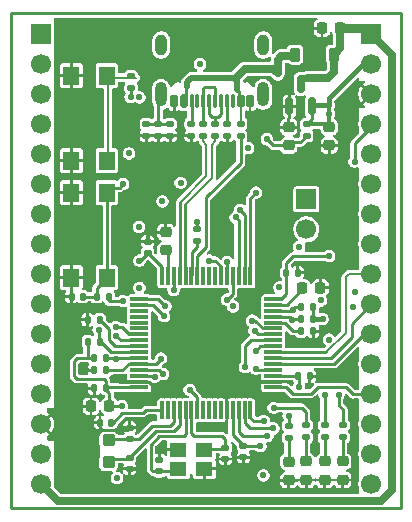
<source format=gbr>
%TF.GenerationSoftware,KiCad,Pcbnew,9.0.0*%
%TF.CreationDate,2025-10-09T14:40:45+01:00*%
%TF.ProjectId,OE PyBoard,4f452050-7942-46f6-9172-642e6b696361,rev?*%
%TF.SameCoordinates,Original*%
%TF.FileFunction,Copper,L1,Top*%
%TF.FilePolarity,Positive*%
%FSLAX46Y46*%
G04 Gerber Fmt 4.6, Leading zero omitted, Abs format (unit mm)*
G04 Created by KiCad (PCBNEW 9.0.0) date 2025-10-09 14:40:45*
%MOMM*%
%LPD*%
G01*
G04 APERTURE LIST*
G04 Aperture macros list*
%AMRoundRect*
0 Rectangle with rounded corners*
0 $1 Rounding radius*
0 $2 $3 $4 $5 $6 $7 $8 $9 X,Y pos of 4 corners*
0 Add a 4 corners polygon primitive as box body*
4,1,4,$2,$3,$4,$5,$6,$7,$8,$9,$2,$3,0*
0 Add four circle primitives for the rounded corners*
1,1,$1+$1,$2,$3*
1,1,$1+$1,$4,$5*
1,1,$1+$1,$6,$7*
1,1,$1+$1,$8,$9*
0 Add four rect primitives between the rounded corners*
20,1,$1+$1,$2,$3,$4,$5,0*
20,1,$1+$1,$4,$5,$6,$7,0*
20,1,$1+$1,$6,$7,$8,$9,0*
20,1,$1+$1,$8,$9,$2,$3,0*%
G04 Aperture macros list end*
%TA.AperFunction,SMDPad,CuDef*%
%ADD10RoundRect,0.218750X0.256250X-0.218750X0.256250X0.218750X-0.256250X0.218750X-0.256250X-0.218750X0*%
%TD*%
%TA.AperFunction,SMDPad,CuDef*%
%ADD11RoundRect,0.140000X0.170000X-0.140000X0.170000X0.140000X-0.170000X0.140000X-0.170000X-0.140000X0*%
%TD*%
%TA.AperFunction,SMDPad,CuDef*%
%ADD12RoundRect,0.135000X0.135000X0.185000X-0.135000X0.185000X-0.135000X-0.185000X0.135000X-0.185000X0*%
%TD*%
%TA.AperFunction,SMDPad,CuDef*%
%ADD13RoundRect,0.140000X-0.170000X0.140000X-0.170000X-0.140000X0.170000X-0.140000X0.170000X0.140000X0*%
%TD*%
%TA.AperFunction,SMDPad,CuDef*%
%ADD14RoundRect,0.150000X0.150000X0.400000X-0.150000X0.400000X-0.150000X-0.400000X0.150000X-0.400000X0*%
%TD*%
%TA.AperFunction,SMDPad,CuDef*%
%ADD15RoundRect,0.075000X0.075000X0.500000X-0.075000X0.500000X-0.075000X-0.500000X0.075000X-0.500000X0*%
%TD*%
%TA.AperFunction,SMDPad,CuDef*%
%ADD16RoundRect,0.150000X0.150000X0.425000X-0.150000X0.425000X-0.150000X-0.425000X0.150000X-0.425000X0*%
%TD*%
%TA.AperFunction,HeatsinkPad*%
%ADD17O,1.000000X2.100000*%
%TD*%
%TA.AperFunction,HeatsinkPad*%
%ADD18O,1.000000X1.800000*%
%TD*%
%TA.AperFunction,SMDPad,CuDef*%
%ADD19RoundRect,0.135000X-0.185000X0.135000X-0.185000X-0.135000X0.185000X-0.135000X0.185000X0.135000X0*%
%TD*%
%TA.AperFunction,SMDPad,CuDef*%
%ADD20RoundRect,0.250000X-0.300000X0.275000X-0.300000X-0.275000X0.300000X-0.275000X0.300000X0.275000X0*%
%TD*%
%TA.AperFunction,SMDPad,CuDef*%
%ADD21RoundRect,0.225000X0.250000X-0.225000X0.250000X0.225000X-0.250000X0.225000X-0.250000X-0.225000X0*%
%TD*%
%TA.AperFunction,SMDPad,CuDef*%
%ADD22RoundRect,0.147500X-0.172500X0.147500X-0.172500X-0.147500X0.172500X-0.147500X0.172500X0.147500X0*%
%TD*%
%TA.AperFunction,SMDPad,CuDef*%
%ADD23RoundRect,0.135000X-0.135000X-0.185000X0.135000X-0.185000X0.135000X0.185000X-0.135000X0.185000X0*%
%TD*%
%TA.AperFunction,SMDPad,CuDef*%
%ADD24RoundRect,0.225000X0.225000X0.250000X-0.225000X0.250000X-0.225000X-0.250000X0.225000X-0.250000X0*%
%TD*%
%TA.AperFunction,ComponentPad*%
%ADD25R,1.700000X1.700000*%
%TD*%
%TA.AperFunction,ComponentPad*%
%ADD26C,1.700000*%
%TD*%
%TA.AperFunction,SMDPad,CuDef*%
%ADD27RoundRect,0.225000X-0.225000X-0.250000X0.225000X-0.250000X0.225000X0.250000X-0.225000X0.250000X0*%
%TD*%
%TA.AperFunction,SMDPad,CuDef*%
%ADD28RoundRect,0.135000X0.185000X-0.135000X0.185000X0.135000X-0.185000X0.135000X-0.185000X-0.135000X0*%
%TD*%
%TA.AperFunction,SMDPad,CuDef*%
%ADD29RoundRect,0.140000X-0.140000X-0.170000X0.140000X-0.170000X0.140000X0.170000X-0.140000X0.170000X0*%
%TD*%
%TA.AperFunction,SMDPad,CuDef*%
%ADD30RoundRect,0.225000X0.225000X0.375000X-0.225000X0.375000X-0.225000X-0.375000X0.225000X-0.375000X0*%
%TD*%
%TA.AperFunction,SMDPad,CuDef*%
%ADD31R,1.400000X1.200000*%
%TD*%
%TA.AperFunction,SMDPad,CuDef*%
%ADD32RoundRect,0.225000X-0.250000X0.225000X-0.250000X-0.225000X0.250000X-0.225000X0.250000X0.225000X0*%
%TD*%
%TA.AperFunction,SMDPad,CuDef*%
%ADD33R,1.400000X1.600000*%
%TD*%
%TA.AperFunction,SMDPad,CuDef*%
%ADD34RoundRect,0.140000X0.140000X0.170000X-0.140000X0.170000X-0.140000X-0.170000X0.140000X-0.170000X0*%
%TD*%
%TA.AperFunction,SMDPad,CuDef*%
%ADD35RoundRect,0.075000X0.075000X-0.700000X0.075000X0.700000X-0.075000X0.700000X-0.075000X-0.700000X0*%
%TD*%
%TA.AperFunction,SMDPad,CuDef*%
%ADD36RoundRect,0.075000X0.700000X-0.075000X0.700000X0.075000X-0.700000X0.075000X-0.700000X-0.075000X0*%
%TD*%
%TA.AperFunction,SMDPad,CuDef*%
%ADD37RoundRect,0.150000X0.150000X-0.587500X0.150000X0.587500X-0.150000X0.587500X-0.150000X-0.587500X0*%
%TD*%
%TA.AperFunction,ViaPad*%
%ADD38C,0.550000*%
%TD*%
%TA.AperFunction,Conductor*%
%ADD39C,0.220000*%
%TD*%
%TA.AperFunction,Conductor*%
%ADD40C,0.210000*%
%TD*%
%TA.AperFunction,Conductor*%
%ADD41C,0.260000*%
%TD*%
%TA.AperFunction,Conductor*%
%ADD42C,0.230000*%
%TD*%
%TA.AperFunction,Conductor*%
%ADD43C,0.800000*%
%TD*%
%TA.AperFunction,Conductor*%
%ADD44C,0.700000*%
%TD*%
%TA.AperFunction,Conductor*%
%ADD45C,0.600000*%
%TD*%
%TA.AperFunction,Conductor*%
%ADD46C,0.250000*%
%TD*%
%TA.AperFunction,Conductor*%
%ADD47C,0.450000*%
%TD*%
%TA.AperFunction,Conductor*%
%ADD48C,0.350000*%
%TD*%
%TA.AperFunction,Conductor*%
%ADD49C,0.500000*%
%TD*%
%TA.AperFunction,Profile*%
%ADD50C,0.230000*%
%TD*%
G04 APERTURE END LIST*
D10*
%TO.P,D6,1,K*%
%TO.N,GND*%
X153543000Y-133756500D03*
%TO.P,D6,2,A*%
%TO.N,/B*%
X153543000Y-132181500D03*
%TD*%
D11*
%TO.P,C20,1*%
%TO.N,/N1*%
X135509000Y-130272000D03*
%TO.P,C20,2*%
%TO.N,GND*%
X135509000Y-129312000D03*
%TD*%
D12*
%TO.P,R14,1*%
%TO.N,/PB5-MMA_AVDD*%
X132968991Y-120197838D03*
%TO.P,R14,2*%
%TO.N,GND*%
X131948991Y-120197838D03*
%TD*%
D13*
%TO.P,C11,1*%
%TO.N,Net-(J3-SHIELD)*%
X138938000Y-103632000D03*
%TO.P,C11,2*%
%TO.N,GND*%
X138938000Y-104592000D03*
%TD*%
D14*
%TO.P,J3,A1,GND*%
%TO.N,GND*%
X145694000Y-101686000D03*
%TO.P,J3,A4,VBUS*%
%TO.N,VBUS*%
X144894000Y-101686000D03*
D15*
%TO.P,J3,A5,CC1*%
%TO.N,/CC1*%
X143744000Y-101686000D03*
%TO.P,J3,A6,D+*%
%TO.N,/D+*%
X142744000Y-101686000D03*
%TO.P,J3,A7,D-*%
%TO.N,/D-*%
X142244000Y-101686000D03*
%TO.P,J3,A8,SBU1*%
%TO.N,unconnected-(J3-SBU1-PadA8)*%
X141244000Y-101686000D03*
D16*
%TO.P,J3,A9,VBUS*%
%TO.N,VBUS*%
X140094000Y-101686000D03*
D14*
%TO.P,J3,A12,GND*%
%TO.N,GND*%
X139294000Y-101686000D03*
%TO.P,J3,B1,GND*%
X139294000Y-101686000D03*
D16*
%TO.P,J3,B4,VBUS*%
%TO.N,VBUS*%
X140094000Y-101686000D03*
D15*
%TO.P,J3,B5,CC2*%
%TO.N,/CC2*%
X140744000Y-101686000D03*
%TO.P,J3,B6,D+*%
%TO.N,/D+*%
X141744000Y-101686000D03*
%TO.P,J3,B7,D-*%
%TO.N,/D-*%
X143244000Y-101686000D03*
%TO.P,J3,B8,SBU2*%
%TO.N,unconnected-(J3-SBU2-PadB8)*%
X144244000Y-101686000D03*
D14*
%TO.P,J3,B9,VBUS*%
%TO.N,VBUS*%
X144894000Y-101686000D03*
%TO.P,J3,B12,GND*%
%TO.N,GND*%
X145694000Y-101686000D03*
D17*
%TO.P,J3,S1,SHIELD*%
%TO.N,Net-(J3-SHIELD)*%
X146814000Y-101111000D03*
D18*
X146814000Y-96931000D03*
D17*
X138174000Y-101111000D03*
D18*
X138174000Y-96931000D03*
%TD*%
D19*
%TO.P,R4,1*%
%TO.N,/CC2*%
X140716000Y-103592000D03*
%TO.P,R4,2*%
%TO.N,GND*%
X140716000Y-104612000D03*
%TD*%
D20*
%TO.P,X3,1,1*%
%TO.N,/N1*%
X133731000Y-130391000D03*
%TO.P,X3,2,2*%
%TO.N,/N2*%
X133731000Y-132241000D03*
%TD*%
D21*
%TO.P,C9,1*%
%TO.N,Net-(U2-VCAP_2)*%
X138557000Y-114311000D03*
%TO.P,C9,2*%
%TO.N,GND*%
X138557000Y-112761000D03*
%TD*%
D19*
%TO.P,R6,1*%
%TO.N,+3V3*%
X141224000Y-112518000D03*
%TO.P,R6,2*%
%TO.N,/PA10-ID*%
X141224000Y-113538000D03*
%TD*%
D12*
%TO.P,R12,1*%
%TO.N,+3V3*%
X151045000Y-120140000D03*
%TO.P,R12,2*%
%TO.N,/PB10-Y9*%
X150025000Y-120140000D03*
%TD*%
D22*
%TO.P,FB2,1*%
%TO.N,+3V3*%
X150495000Y-103655000D03*
%TO.P,FB2,2*%
%TO.N,/VDDA*%
X150495000Y-104625000D03*
%TD*%
D23*
%TO.P,R15,1*%
%TO.N,/PB2-BOOT1-MMA-INT*%
X150025000Y-121156000D03*
%TO.P,R15,2*%
%TO.N,GND*%
X151045000Y-121156000D03*
%TD*%
D19*
%TO.P,R19,1*%
%TO.N,/PA14-GRN*%
X150444200Y-129117000D03*
%TO.P,R19,2*%
%TO.N,/G*%
X150444200Y-130137000D03*
%TD*%
%TO.P,R20,1*%
%TO.N,/PA15-YEL*%
X152019000Y-129117000D03*
%TO.P,R20,2*%
%TO.N,/Y*%
X152019000Y-130137000D03*
%TD*%
D24*
%TO.P,C15,1*%
%TO.N,V+*%
X153340400Y-95504000D03*
%TO.P,C15,2*%
%TO.N,GND*%
X151790400Y-95504000D03*
%TD*%
D10*
%TO.P,D3,1,K*%
%TO.N,GND*%
X148971000Y-133767300D03*
%TO.P,D3,2,A*%
%TO.N,/R*%
X148971000Y-132192300D03*
%TD*%
D12*
%TO.P,R13,1*%
%TO.N,+3V3*%
X151045000Y-119124000D03*
%TO.P,R13,2*%
%TO.N,/PB11-Y10*%
X150025000Y-119124000D03*
%TD*%
D25*
%TO.P,J6,1,Pin_1*%
%TO.N,/PC6-Y1*%
X128016000Y-96012000D03*
D26*
%TO.P,J6,2,Pin_2*%
%TO.N,/PC7-Y2*%
X128016000Y-98552000D03*
%TO.P,J6,3,Pin_3*%
%TO.N,/PB8-Y3*%
X128016000Y-101092000D03*
%TO.P,J6,4,Pin_4*%
%TO.N,/PB9-Y4*%
X128016000Y-103632000D03*
%TO.P,J6,5,Pin_5*%
%TO.N,/PB12-Y5*%
X128016000Y-106172000D03*
%TO.P,J6,6,Pin_6*%
%TO.N,/PB13-Y6*%
X128016000Y-108712000D03*
%TO.P,J6,7,Pin_7*%
%TO.N,/PB14-Y7*%
X128016000Y-111252000D03*
%TO.P,J6,8,Pin_8*%
%TO.N,/PB15-Y8*%
X128016000Y-113792000D03*
%TO.P,J6,9,Pin_9*%
%TO.N,/PB6-SCL-X9*%
X128016000Y-116332000D03*
%TO.P,J6,10,Pin_10*%
%TO.N,/PB7-SDA-X10*%
X128016000Y-118872000D03*
%TO.P,J6,11,Pin_11*%
%TO.N,/PC4-X11*%
X128016000Y-121412000D03*
%TO.P,J6,12,Pin_12*%
%TO.N,/PC5-X12*%
X128016000Y-123952000D03*
%TO.P,J6,13,Pin_13*%
%TO.N,/RST-SW*%
X128016000Y-126492000D03*
%TO.P,J6,14,Pin_14*%
%TO.N,GND*%
X128016000Y-129032000D03*
%TO.P,J6,15,Pin_15*%
%TO.N,+3V3*%
X128016000Y-131572000D03*
%TO.P,J6,16,Pin_16*%
%TO.N,V+*%
X128016000Y-134112000D03*
%TD*%
D27*
%TO.P,C8,1*%
%TO.N,Net-(U2-VCAP_1)*%
X150101000Y-117473000D03*
%TO.P,C8,2*%
%TO.N,GND*%
X151651000Y-117473000D03*
%TD*%
D19*
%TO.P,R22,1*%
%TO.N,/PB4-BLU*%
X153593800Y-129117000D03*
%TO.P,R22,2*%
%TO.N,/B*%
X153593800Y-130137000D03*
%TD*%
D28*
%TO.P,R17,1*%
%TO.N,/PB3-SW1*%
X135636000Y-100584000D03*
%TO.P,R17,2*%
%TO.N,/USR-SW*%
X135636000Y-99564000D03*
%TD*%
%TO.P,R7,1*%
%TO.N,/USB_P*%
X141732000Y-104612000D03*
%TO.P,R7,2*%
%TO.N,/D+*%
X141732000Y-103592000D03*
%TD*%
D29*
%TO.P,C4,1*%
%TO.N,+3V3*%
X148785000Y-116203000D03*
%TO.P,C4,2*%
%TO.N,GND*%
X149745000Y-116203000D03*
%TD*%
D25*
%TO.P,JP1,1,A*%
%TO.N,/BOOT0*%
X150469600Y-110002400D03*
D26*
%TO.P,JP1,2,B*%
%TO.N,+3V3*%
X150469600Y-112542400D03*
%TD*%
D30*
%TO.P,D2,1,K*%
%TO.N,V+*%
X152806400Y-97739200D03*
%TO.P,D2,2,A*%
%TO.N,VBUS*%
X149506400Y-97739200D03*
%TD*%
D31*
%TO.P,X2,1,1*%
%TO.N,/N3*%
X139641400Y-132803800D03*
%TO.P,X2,2,2*%
%TO.N,GND*%
X141841400Y-132803800D03*
%TO.P,X2,3,3*%
%TO.N,/N4*%
X141841400Y-131203800D03*
%TO.P,X2,4,4*%
%TO.N,GND*%
X139641400Y-131203800D03*
%TD*%
D32*
%TO.P,C16,1*%
%TO.N,+3V3*%
X152400000Y-103873000D03*
%TO.P,C16,2*%
%TO.N,GND*%
X152400000Y-105423000D03*
%TD*%
D11*
%TO.P,C14,1*%
%TO.N,/N3*%
X137998200Y-133014600D03*
%TO.P,C14,2*%
%TO.N,GND*%
X137998200Y-132054600D03*
%TD*%
D23*
%TO.P,R11,1*%
%TO.N,+3V3*%
X132499000Y-123442000D03*
%TO.P,R11,2*%
%TO.N,/PB7-SDA-X10*%
X133519000Y-123442000D03*
%TD*%
D10*
%TO.P,D4,1,K*%
%TO.N,GND*%
X150456200Y-133756500D03*
%TO.P,D4,2,A*%
%TO.N,/G*%
X150456200Y-132181500D03*
%TD*%
D29*
%TO.P,C7,1*%
%TO.N,+3V3*%
X149801000Y-124966000D03*
%TO.P,C7,2*%
%TO.N,GND*%
X150761000Y-124966000D03*
%TD*%
D33*
%TO.P,RST2,1,1*%
%TO.N,/RST-SW*%
X133580000Y-109428000D03*
X133580000Y-116628000D03*
%TO.P,RST2,2,2*%
%TO.N,GND*%
X130580000Y-109428000D03*
X130580000Y-116628000D03*
%TD*%
D34*
%TO.P,C22,1*%
%TO.N,/RST-SW*%
X131544000Y-118237000D03*
%TO.P,C22,2*%
%TO.N,GND*%
X130584000Y-118237000D03*
%TD*%
D24*
%TO.P,C3,1*%
%TO.N,+3V3*%
X133784000Y-127506000D03*
%TO.P,C3,2*%
%TO.N,GND*%
X132234000Y-127506000D03*
%TD*%
D11*
%TO.P,C12,1*%
%TO.N,GND*%
X136906000Y-104592000D03*
%TO.P,C12,2*%
%TO.N,Net-(J3-SHIELD)*%
X136906000Y-103632000D03*
%TD*%
D23*
%TO.P,R21,1*%
%TO.N,/RST-SW*%
X132713000Y-118237000D03*
%TO.P,R21,2*%
%TO.N,+3V3*%
X133733000Y-118237000D03*
%TD*%
D13*
%TO.P,C13,1*%
%TO.N,/N4*%
X143611600Y-131015800D03*
%TO.P,C13,2*%
%TO.N,GND*%
X143611600Y-131975800D03*
%TD*%
D35*
%TO.P,U2,1,VBAT*%
%TO.N,VBAT*%
X138236000Y-127847000D03*
%TO.P,U2,2,PC13*%
%TO.N,/PC13-X18*%
X138736000Y-127847000D03*
%TO.P,U2,3,PC14-OSC32_IN*%
%TO.N,/N1*%
X139236000Y-127847000D03*
%TO.P,U2,4,PC15-OSC32_OUT*%
%TO.N,/N2*%
X139736000Y-127847000D03*
%TO.P,U2,5,PH0-OSC_IN*%
%TO.N,/N3*%
X140236000Y-127847000D03*
%TO.P,U2,6,PH1-OSC_OUT*%
%TO.N,/N4*%
X140736000Y-127847000D03*
%TO.P,U2,7,~{NRST}*%
%TO.N,/RST-SW*%
X141236000Y-127847000D03*
%TO.P,U2,8,PC0*%
%TO.N,/PC0-X19*%
X141736000Y-127847000D03*
%TO.P,U2,9,PC1*%
%TO.N,/PC1-X20*%
X142236000Y-127847000D03*
%TO.P,U2,10,PC2*%
%TO.N,/PC2-X21*%
X142736000Y-127847000D03*
%TO.P,U2,11,PC3*%
%TO.N,/PC3-X22*%
X143236000Y-127847000D03*
%TO.P,U2,12,VSSA*%
%TO.N,GND*%
X143736000Y-127847000D03*
%TO.P,U2,13,VDDA*%
%TO.N,/VDDA*%
X144236000Y-127847000D03*
%TO.P,U2,14,PA0*%
%TO.N,/PA0-X1*%
X144736000Y-127847000D03*
%TO.P,U2,15,PA1*%
%TO.N,/PA1-X2*%
X145236000Y-127847000D03*
%TO.P,U2,16,PA2*%
%TO.N,/PA2-X3*%
X145736000Y-127847000D03*
D36*
%TO.P,U2,17,PA3*%
%TO.N,/PA3-X4*%
X147661000Y-125922000D03*
%TO.P,U2,18,VSS*%
%TO.N,GND*%
X147661000Y-125422000D03*
%TO.P,U2,19,VDD*%
%TO.N,+3V3*%
X147661000Y-124922000D03*
%TO.P,U2,20,PA4*%
%TO.N,/PA4-X5*%
X147661000Y-124422000D03*
%TO.P,U2,21,PA5*%
%TO.N,/PA5-X6*%
X147661000Y-123922000D03*
%TO.P,U2,22,PA6*%
%TO.N,/PA6-X7*%
X147661000Y-123422000D03*
%TO.P,U2,23,PA7*%
%TO.N,/PA7-X8*%
X147661000Y-122922000D03*
%TO.P,U2,24,PC4*%
%TO.N,/PC4-X11*%
X147661000Y-122422000D03*
%TO.P,U2,25,PC5*%
%TO.N,/PC5-X12*%
X147661000Y-121922000D03*
%TO.P,U2,26,PB0*%
%TO.N,/PB0-Y11*%
X147661000Y-121422000D03*
%TO.P,U2,27,PB1*%
%TO.N,/PB1-Y12*%
X147661000Y-120922000D03*
%TO.P,U2,28,PB2*%
%TO.N,/PB2-BOOT1-MMA-INT*%
X147661000Y-120422000D03*
%TO.P,U2,29,PB10*%
%TO.N,/PB10-Y9*%
X147661000Y-119922000D03*
%TO.P,U2,30,PB11*%
%TO.N,/PB11-Y10*%
X147661000Y-119422000D03*
%TO.P,U2,31,VCAP_1*%
%TO.N,Net-(U2-VCAP_1)*%
X147661000Y-118922000D03*
%TO.P,U2,32,VDD*%
%TO.N,+3V3*%
X147661000Y-118422000D03*
D35*
%TO.P,U2,33,PB12*%
%TO.N,/PB12-Y5*%
X145736000Y-116497000D03*
%TO.P,U2,34,PB13*%
%TO.N,/PB13-Y6*%
X145236000Y-116497000D03*
%TO.P,U2,35,PB14*%
%TO.N,/PB14-Y7*%
X144736000Y-116497000D03*
%TO.P,U2,36,PB15*%
%TO.N,/PB15-Y8*%
X144236000Y-116497000D03*
%TO.P,U2,37,PC6*%
%TO.N,/PC6-Y1*%
X143736000Y-116497000D03*
%TO.P,U2,38,PC7*%
%TO.N,/PC7-Y2*%
X143236000Y-116497000D03*
%TO.P,U2,39,PC8*%
%TO.N,/PC8-SDIO_D0*%
X142736000Y-116497000D03*
%TO.P,U2,40,PC9*%
%TO.N,/PC9-SDIO_D1*%
X142236000Y-116497000D03*
%TO.P,U2,41,PA8*%
%TO.N,/PA8-SDIO_SW*%
X141736000Y-116497000D03*
%TO.P,U2,42,PA9*%
%TO.N,/PA9-VBUS*%
X141236000Y-116497000D03*
%TO.P,U2,43,PA10*%
%TO.N,/PA10-ID*%
X140736000Y-116497000D03*
%TO.P,U2,44,PA11*%
%TO.N,/USB_N*%
X140236000Y-116497000D03*
%TO.P,U2,45,PA12*%
%TO.N,/USB_P*%
X139736000Y-116497000D03*
%TO.P,U2,46,PA13*%
%TO.N,/PA13-RED*%
X139236000Y-116497000D03*
%TO.P,U2,47,VCAP_2*%
%TO.N,Net-(U2-VCAP_2)*%
X138736000Y-116497000D03*
%TO.P,U2,48,VDD*%
%TO.N,+3V3*%
X138236000Y-116497000D03*
D36*
%TO.P,U2,49,PA14*%
%TO.N,/PA14-GRN*%
X136311000Y-118422000D03*
%TO.P,U2,50,PA15*%
%TO.N,/PA15-YEL*%
X136311000Y-118922000D03*
%TO.P,U2,51,PC10*%
%TO.N,/PC10-SDIO_D2*%
X136311000Y-119422000D03*
%TO.P,U2,52,PC11*%
%TO.N,/PC11-SDIO_D3*%
X136311000Y-119922000D03*
%TO.P,U2,53,PC12*%
%TO.N,/PC12-SDIO_CK*%
X136311000Y-120422000D03*
%TO.P,U2,54,PD2*%
%TO.N,/PD2-SDIO_CMD*%
X136311000Y-120922000D03*
%TO.P,U2,55,PB3*%
%TO.N,/PB3-SW1*%
X136311000Y-121422000D03*
%TO.P,U2,56,PB4*%
%TO.N,/PB4-BLU*%
X136311000Y-121922000D03*
%TO.P,U2,57,PB5*%
%TO.N,/PB5-MMA_AVDD*%
X136311000Y-122422000D03*
%TO.P,U2,58,PB6*%
%TO.N,/PB6-SCL-X9*%
X136311000Y-122922000D03*
%TO.P,U2,59,PB7*%
%TO.N,/PB7-SDA-X10*%
X136311000Y-123422000D03*
%TO.P,U2,60,BOOT0*%
%TO.N,/BOOT0*%
X136311000Y-123922000D03*
%TO.P,U2,61,PB8*%
%TO.N,/PB8-Y3*%
X136311000Y-124422000D03*
%TO.P,U2,62,PB9*%
%TO.N,/PB9-Y4*%
X136311000Y-124922000D03*
%TO.P,U2,63,VSS*%
%TO.N,GND*%
X136311000Y-125422000D03*
%TO.P,U2,64,VDD*%
%TO.N,+3V3*%
X136311000Y-125922000D03*
%TD*%
D12*
%TO.P,R8,1*%
%TO.N,/BOOT0*%
X133519000Y-124458000D03*
%TO.P,R8,2*%
%TO.N,GND*%
X132499000Y-124458000D03*
%TD*%
D28*
%TO.P,R9,1*%
%TO.N,GND*%
X137922000Y-104622000D03*
%TO.P,R9,2*%
%TO.N,Net-(J3-SHIELD)*%
X137922000Y-103602000D03*
%TD*%
D21*
%TO.P,C17,1*%
%TO.N,/VDDA*%
X148971000Y-105423000D03*
%TO.P,C17,2*%
%TO.N,GND*%
X148971000Y-103873000D03*
%TD*%
D19*
%TO.P,R3,1*%
%TO.N,/CC1*%
X143764000Y-103592000D03*
%TO.P,R3,2*%
%TO.N,GND*%
X143764000Y-104612000D03*
%TD*%
D25*
%TO.P,J7,1,Pin_1*%
%TO.N,V+*%
X155956000Y-96012000D03*
D26*
%TO.P,J7,2,Pin_2*%
%TO.N,+3V3*%
X155956000Y-98552000D03*
%TO.P,J7,3,Pin_3*%
%TO.N,GND*%
X155956000Y-101092000D03*
%TO.P,J7,4,Pin_4*%
%TO.N,/RST-SW*%
X155956000Y-103632000D03*
%TO.P,J7,5,Pin_5*%
%TO.N,/PB1-Y12*%
X155956000Y-106172000D03*
%TO.P,J7,6,Pin_6*%
%TO.N,/PB0-Y11*%
X155956000Y-108712000D03*
%TO.P,J7,7,Pin_7*%
%TO.N,/PB11-Y10*%
X155956000Y-111252000D03*
%TO.P,J7,8,Pin_8*%
%TO.N,/PB10-Y9*%
X155956000Y-113792000D03*
%TO.P,J7,9,Pin_9*%
%TO.N,/PA7-X8*%
X155956000Y-116332000D03*
%TO.P,J7,10,Pin_10*%
%TO.N,/PA6-X7*%
X155956000Y-118872000D03*
%TO.P,J7,11,Pin_11*%
%TO.N,/PA5-X6*%
X155956000Y-121412000D03*
%TO.P,J7,12,Pin_12*%
%TO.N,/PA4-X5*%
X155956000Y-123952000D03*
%TO.P,J7,13,Pin_13*%
%TO.N,/PA3-X4*%
X155956000Y-126492000D03*
%TO.P,J7,14,Pin_14*%
%TO.N,/PA2-X3*%
X155956000Y-129032000D03*
%TO.P,J7,15,Pin_15*%
%TO.N,/PA1-X2*%
X155956000Y-131572000D03*
%TO.P,J7,16,Pin_16*%
%TO.N,/PA0-X1*%
X155956000Y-134112000D03*
%TD*%
D23*
%TO.P,R10,1*%
%TO.N,+3V3*%
X131951000Y-122045000D03*
%TO.P,R10,2*%
%TO.N,/PB6-SCL-X9*%
X132971000Y-122045000D03*
%TD*%
D37*
%TO.P,U3,1,GND*%
%TO.N,GND*%
X149026800Y-102108000D03*
%TO.P,U3,2,VO*%
%TO.N,+3V3*%
X150926800Y-102108000D03*
%TO.P,U3,3,VI*%
%TO.N,V+*%
X149976800Y-100233000D03*
%TD*%
D10*
%TO.P,D5,1,K*%
%TO.N,GND*%
X152019000Y-133756500D03*
%TO.P,D5,2,A*%
%TO.N,/Y*%
X152019000Y-132181500D03*
%TD*%
D33*
%TO.P,USR2,1,1*%
%TO.N,/USR-SW*%
X133580000Y-99522000D03*
X133580000Y-106722000D03*
%TO.P,USR2,2,2*%
%TO.N,GND*%
X130580000Y-99522000D03*
X130580000Y-106722000D03*
%TD*%
D28*
%TO.P,R2,1*%
%TO.N,/PA9-VBUS*%
X144907000Y-104612000D03*
%TO.P,R2,2*%
%TO.N,VBUS*%
X144907000Y-103592000D03*
%TD*%
D34*
%TO.P,C6,1*%
%TO.N,+3V3*%
X133489000Y-125982000D03*
%TO.P,C6,2*%
%TO.N,GND*%
X132529000Y-125982000D03*
%TD*%
D13*
%TO.P,C18,1*%
%TO.N,/VDDA*%
X145135600Y-130863400D03*
%TO.P,C18,2*%
%TO.N,GND*%
X145135600Y-131823400D03*
%TD*%
D19*
%TO.P,R18,1*%
%TO.N,/PA13-RED*%
X148971000Y-129159000D03*
%TO.P,R18,2*%
%TO.N,/R*%
X148971000Y-130179000D03*
%TD*%
D34*
%TO.P,C10,1*%
%TO.N,VBAT*%
X133957000Y-128903000D03*
%TO.P,C10,2*%
%TO.N,GND*%
X132997000Y-128903000D03*
%TD*%
D13*
%TO.P,C19,1*%
%TO.N,/N2*%
X135509000Y-131852000D03*
%TO.P,C19,2*%
%TO.N,GND*%
X135509000Y-132812000D03*
%TD*%
D28*
%TO.P,R5,1*%
%TO.N,/USB_N*%
X142748000Y-104612000D03*
%TO.P,R5,2*%
%TO.N,/D-*%
X142748000Y-103592000D03*
%TD*%
D11*
%TO.P,C5,1*%
%TO.N,+3V3*%
X137033000Y-114524000D03*
%TO.P,C5,2*%
%TO.N,GND*%
X137033000Y-113564000D03*
%TD*%
D38*
%TO.N,/PB12-Y5*%
X146202400Y-109423200D03*
%TO.N,/PB14-Y7*%
X144471660Y-111529424D03*
%TO.N,/PB1-Y12*%
X145542000Y-105664000D03*
X145871000Y-120267000D03*
%TO.N,/PB9-Y4*%
X135450000Y-106100000D03*
X137637104Y-125007000D03*
%TO.N,/PA0-X1*%
X147173400Y-130006015D03*
%TO.N,/PB13-Y6*%
X144830800Y-110871000D03*
%TO.N,/PB7-SDA-X10*%
X134366000Y-123507000D03*
%TO.N,/PB11-Y10*%
X154559000Y-117856000D03*
X149315961Y-119320493D03*
%TO.N,/PA1-X2*%
X147675600Y-129387600D03*
%TO.N,/PA4-X5*%
X146177000Y-124331000D03*
%TO.N,/PC4-X11*%
X146177000Y-122807000D03*
%TO.N,/PC6-Y1*%
X143764000Y-115314000D03*
%TO.N,/PB15-Y8*%
X143764000Y-118489000D03*
%TO.N,/PA2-X3*%
X146862800Y-128752600D03*
%TO.N,/PB0-Y11*%
X154432000Y-119126000D03*
X146081750Y-121124250D03*
%TO.N,/VDDA*%
X147116800Y-104902000D03*
X146583400Y-130886200D03*
%TO.N,/PB6-SCL-X9*%
X132885431Y-121061573D03*
%TO.N,/PC5-X12*%
X145288000Y-124206000D03*
%TO.N,/RST-SW*%
X154555563Y-106807000D03*
X139827000Y-108585000D03*
X140589000Y-126111000D03*
X134945832Y-108712000D03*
%TO.N,/PB8-Y3*%
X136339022Y-101364106D03*
X138354428Y-124788025D03*
%TO.N,/PC7-Y2*%
X141478000Y-98552000D03*
X142240000Y-115187000D03*
%TO.N,/PB10-Y9*%
X149273885Y-120228716D03*
X149860000Y-114046000D03*
%TO.N,GND*%
X131706510Y-121062966D03*
X141478000Y-96647000D03*
X143875000Y-106850000D03*
X146304000Y-125424534D03*
X139573000Y-123317000D03*
X129540000Y-112014000D03*
X144780000Y-108686600D03*
X151700000Y-115500000D03*
X135255000Y-107569000D03*
X154500000Y-127600000D03*
X147370800Y-134518400D03*
X144018000Y-114147600D03*
X139827000Y-103124000D03*
X130246000Y-128250000D03*
X149961600Y-102717600D03*
X143175000Y-107550000D03*
X131064000Y-95123000D03*
X129540000Y-104902000D03*
X145034000Y-120904000D03*
X151275000Y-126925000D03*
X145973800Y-103200200D03*
X139827000Y-121158000D03*
X146177000Y-118872000D03*
X132715000Y-113030000D03*
X140843000Y-107823000D03*
X153162000Y-112649000D03*
X153873200Y-107696000D03*
X151393912Y-104421942D03*
X143611600Y-112039400D03*
X129540000Y-117983000D03*
X131815548Y-124458000D03*
X151765000Y-124942600D03*
X147675600Y-103657400D03*
X134061200Y-96875600D03*
X154482800Y-123342400D03*
X153150000Y-116650000D03*
X143383000Y-123342400D03*
X142748000Y-125730000D03*
X135636000Y-114427000D03*
X138430000Y-107315000D03*
X146405600Y-110998000D03*
X135255000Y-116459000D03*
X143459200Y-98602800D03*
X150774681Y-122263533D03*
X154482800Y-125577600D03*
X132000000Y-134475000D03*
X148996000Y-100000000D03*
X135001000Y-119634000D03*
X144256583Y-95235447D03*
X134875000Y-97825000D03*
X146354800Y-108229400D03*
X129794000Y-125250000D03*
X145161000Y-132613400D03*
X134493000Y-125222000D03*
X148700000Y-95500000D03*
X129667000Y-102362000D03*
X130200400Y-132232400D03*
X148082000Y-107264200D03*
X132080000Y-107950000D03*
X141986000Y-129284000D03*
X139827000Y-105410000D03*
X137972800Y-125704600D03*
X131950000Y-97800000D03*
X138404600Y-131165600D03*
X130048000Y-114681000D03*
X137033000Y-128522000D03*
X129590800Y-97688400D03*
X138850000Y-134475000D03*
X154432000Y-134620000D03*
X151257000Y-131064000D03*
X135600000Y-105125000D03*
X141478000Y-120777000D03*
%TO.N,+3V3*%
X134848600Y-127506000D03*
X136294720Y-112312720D03*
X149860000Y-125855000D03*
X134945832Y-118616000D03*
X151842000Y-120142000D03*
X134442200Y-133604000D03*
X152400000Y-102743000D03*
X141224000Y-111885000D03*
X152400000Y-114808000D03*
X136334500Y-117475000D03*
X152374600Y-102031800D03*
X146825000Y-133361000D03*
X136334500Y-115187000D03*
%TO.N,VBUS*%
X148049066Y-98153134D03*
X148049066Y-99334043D03*
%TO.N,/BOOT0*%
X138154063Y-123469592D03*
X138277600Y-110159800D03*
%TO.N,/PA13-RED*%
X148183600Y-117449600D03*
X148971000Y-128320000D03*
X139236000Y-117678200D03*
%TO.N,/PA14-GRN*%
X144275617Y-119049000D03*
X138526000Y-119049000D03*
X147701000Y-127635000D03*
%TO.N,/PA15-YEL*%
X152019000Y-126525000D03*
X151689988Y-118547201D03*
X138430000Y-119888000D03*
%TO.N,/PB4-BLU*%
X152389999Y-121869757D03*
X153200000Y-126525000D03*
X134366000Y-121537000D03*
%TO.N,/PB3-SW1*%
X134316000Y-120788666D03*
X135589234Y-101346150D03*
%TD*%
D39*
%TO.N,/PB12-Y5*%
X146202400Y-109423200D02*
X145736000Y-109889600D01*
X145736000Y-109889600D02*
X145736000Y-116497000D01*
%TO.N,/PA9-VBUS*%
X141236000Y-114794000D02*
X141236000Y-116497000D01*
X144907000Y-104650000D02*
X144907000Y-106908600D01*
X141986000Y-114044000D02*
X141236000Y-114794000D01*
X141986000Y-109829600D02*
X141986000Y-114044000D01*
X144907000Y-106908600D02*
X141986000Y-109829600D01*
%TO.N,/PB14-Y7*%
X144736000Y-111793764D02*
X144736000Y-116497000D01*
X144471660Y-111529424D02*
X144736000Y-111793764D01*
%TO.N,Net-(U2-VCAP_1)*%
X148792000Y-118922000D02*
X147661000Y-118922000D01*
X150101000Y-117613000D02*
X148792000Y-118922000D01*
%TO.N,/PB1-Y12*%
X146806000Y-120922000D02*
X146151000Y-120267000D01*
X146151000Y-120267000D02*
X145871000Y-120267000D01*
X147661000Y-120922000D02*
X146806000Y-120922000D01*
%TO.N,/PB9-Y4*%
X137637104Y-124998895D02*
X137560209Y-124922000D01*
X137637104Y-125007000D02*
X137637104Y-124998895D01*
X137560209Y-124922000D02*
X136311000Y-124922000D01*
D40*
%TO.N,/PA7-X8*%
X154053000Y-116330000D02*
X155956000Y-116330000D01*
X153797000Y-121283000D02*
X153797000Y-116586000D01*
D39*
X147661000Y-122922000D02*
X152158000Y-122922000D01*
D40*
X153797000Y-116586000D02*
X154053000Y-116330000D01*
X152158000Y-122922000D02*
X153797000Y-121283000D01*
D39*
%TO.N,/PA0-X1*%
X145068215Y-130006015D02*
X144736000Y-129673800D01*
X147173400Y-130006015D02*
X145068215Y-130006015D01*
X144736000Y-129673800D02*
X144736000Y-127847000D01*
X144775000Y-127886000D02*
X144736000Y-127847000D01*
%TO.N,/N1*%
X136299000Y-130272000D02*
X137414000Y-129157000D01*
X135509000Y-130272000D02*
X136299000Y-130272000D01*
X137414000Y-129157000D02*
X138938000Y-129157000D01*
X139236000Y-128859000D02*
X139236000Y-127847000D01*
X138938000Y-129157000D02*
X139236000Y-128859000D01*
X134104000Y-130272000D02*
X135509000Y-130272000D01*
%TO.N,/PB13-Y6*%
X145236000Y-111276200D02*
X145236000Y-116497000D01*
X144830800Y-110871000D02*
X145236000Y-111276200D01*
%TO.N,/PB5-MMA_AVDD*%
X134235000Y-122422000D02*
X136311000Y-122422000D01*
X132968991Y-120197838D02*
X133731000Y-120959847D01*
X133731000Y-121918000D02*
X134235000Y-122422000D01*
X133731000Y-120959847D02*
X133731000Y-121918000D01*
%TO.N,/PB7-SDA-X10*%
X136311000Y-123422000D02*
X133539000Y-123422000D01*
%TO.N,/PB11-Y10*%
X150025000Y-119124000D02*
X149512454Y-119124000D01*
X149214454Y-119422000D02*
X147661000Y-119422000D01*
X149512454Y-119124000D02*
X149214454Y-119422000D01*
%TO.N,Net-(U2-VCAP_2)*%
X138736000Y-116497000D02*
X138736000Y-114490000D01*
%TO.N,/PA1-X2*%
X145669000Y-129387600D02*
X145236000Y-128954600D01*
X145275000Y-127886000D02*
X145236000Y-127847000D01*
X145236000Y-128954600D02*
X145236000Y-127847000D01*
X147675600Y-129387600D02*
X145669000Y-129387600D01*
%TO.N,/PA4-X5*%
X146268000Y-124422000D02*
X146177000Y-124331000D01*
X147661000Y-124422000D02*
X146268000Y-124422000D01*
%TO.N,/PA3-X4*%
X149301000Y-126441000D02*
X150884000Y-126441000D01*
X151450000Y-125875000D02*
X153800000Y-125875000D01*
X154433000Y-126492000D02*
X155956000Y-126492000D01*
X153800000Y-125875000D02*
X154425000Y-126500000D01*
X154425000Y-126500000D02*
X154433000Y-126492000D01*
X150884000Y-126441000D02*
X151450000Y-125875000D01*
X147661000Y-125922000D02*
X148782000Y-125922000D01*
X148782000Y-125922000D02*
X149301000Y-126441000D01*
%TO.N,/N4*%
X140736000Y-129812000D02*
X140970000Y-130046000D01*
X140970000Y-130046000D02*
X143355600Y-130046000D01*
X143611600Y-130302000D02*
X143611600Y-131090000D01*
X143355600Y-130046000D02*
X143611600Y-130302000D01*
X140736000Y-127847000D02*
X140736000Y-129812000D01*
X143611600Y-131090000D02*
X141686000Y-131090000D01*
%TO.N,/PC4-X11*%
X146177000Y-122807000D02*
X146562000Y-122422000D01*
X146562000Y-122422000D02*
X147661000Y-122422000D01*
%TO.N,/PC6-Y1*%
X143736000Y-116497000D02*
X143736000Y-115342000D01*
X143736000Y-115342000D02*
X143764000Y-115314000D01*
%TO.N,/PB15-Y8*%
X144236000Y-118017000D02*
X144236000Y-116497000D01*
X143764000Y-118489000D02*
X144236000Y-118017000D01*
%TO.N,/PA5-X6*%
X152811000Y-123922000D02*
X155323000Y-121410000D01*
X147661000Y-123922000D02*
X152811000Y-123922000D01*
%TO.N,/PA2-X3*%
X145736000Y-128489400D02*
X145736000Y-127847000D01*
X145999200Y-128752600D02*
X145736000Y-128489400D01*
X146862800Y-128752600D02*
X145999200Y-128752600D01*
%TO.N,/PA10-ID*%
X140775000Y-114493000D02*
X141224000Y-114044000D01*
X141224000Y-114044000D02*
X141224000Y-113538000D01*
X140775000Y-116398000D02*
X140775000Y-114493000D01*
%TO.N,/N3*%
X139425400Y-133019800D02*
X139641400Y-132803800D01*
X140236000Y-129891000D02*
X140081000Y-130046000D01*
X137312400Y-130759200D02*
X137312400Y-132867400D01*
X137312400Y-132867400D02*
X137459600Y-133014600D01*
X140236000Y-127847000D02*
X140236000Y-129891000D01*
X138025600Y-130046000D02*
X137312400Y-130759200D01*
X140081000Y-130046000D02*
X138025600Y-130046000D01*
X137744200Y-133019800D02*
X139425400Y-133019800D01*
X138403165Y-133019800D02*
X137744200Y-133019800D01*
X137459600Y-133014600D02*
X137998200Y-133014600D01*
%TO.N,/PB0-Y11*%
X146379500Y-121422000D02*
X147661000Y-121422000D01*
X146081750Y-121124250D02*
X146379500Y-121422000D01*
D41*
%TO.N,/VDDA*%
X149238000Y-105156000D02*
X149964000Y-105156000D01*
D42*
X144236000Y-129963800D02*
X144236000Y-127847000D01*
X147637800Y-105423000D02*
X148971000Y-105423000D01*
D41*
X149964000Y-105156000D02*
X150495000Y-104625000D01*
D42*
X146583400Y-130886200D02*
X145158400Y-130886200D01*
X147116800Y-104902000D02*
X147637800Y-105423000D01*
X145158400Y-130886200D02*
X144236000Y-129963800D01*
X148971000Y-105423000D02*
X148885000Y-105509000D01*
D41*
X148971000Y-105423000D02*
X149238000Y-105156000D01*
D39*
%TO.N,/PB6-SCL-X9*%
X132885431Y-121949461D02*
X132975985Y-122040015D01*
X133076482Y-122045000D02*
X133953482Y-122922000D01*
X133953482Y-122922000D02*
X136311000Y-122922000D01*
X132885431Y-121061573D02*
X132885431Y-121949461D01*
%TO.N,/PC5-X12*%
X145288000Y-122390626D02*
X145756626Y-121922000D01*
X145288000Y-124206000D02*
X145288000Y-122390626D01*
X145756626Y-121922000D02*
X147661000Y-121922000D01*
%TO.N,/PA6-X7*%
X155448000Y-119380000D02*
X155956000Y-119380000D01*
X154305000Y-120523000D02*
X155448000Y-119380000D01*
X147661000Y-123422000D02*
X152549000Y-123422000D01*
X154305000Y-121666000D02*
X154305000Y-120523000D01*
X152549000Y-123422000D02*
X154305000Y-121666000D01*
D42*
%TO.N,/RST-SW*%
X132713000Y-117495000D02*
X132713000Y-118237000D01*
X132713000Y-117495000D02*
X133580000Y-116628000D01*
D39*
X141236001Y-126758001D02*
X141236001Y-127846999D01*
X134945832Y-108712000D02*
X134655832Y-109002000D01*
D42*
X132713000Y-118237000D02*
X131544000Y-118237000D01*
X133580000Y-109428000D02*
X133580000Y-116628000D01*
X154555563Y-105239437D02*
X155956000Y-103839000D01*
X154555563Y-106807000D02*
X154555563Y-105239437D01*
D39*
X140589000Y-126111000D02*
X141236001Y-126758001D01*
X134655832Y-109002000D02*
X134006000Y-109002000D01*
%TO.N,/PB8-Y3*%
X136383000Y-124422000D02*
X136347000Y-124458000D01*
X138011000Y-124422000D02*
X136383000Y-124422000D01*
X138354428Y-124765428D02*
X138011000Y-124422000D01*
X138354428Y-124788025D02*
X138354428Y-124765428D01*
%TO.N,/PC7-Y2*%
X143236000Y-115674036D02*
X143236000Y-116497000D01*
X142240000Y-115187000D02*
X142748964Y-115187000D01*
X142748964Y-115187000D02*
X143236000Y-115674036D01*
%TO.N,/PB10-Y9*%
X149273885Y-120228716D02*
X149273885Y-120072617D01*
X149273885Y-120228716D02*
X149362601Y-120140000D01*
X149362601Y-120140000D02*
X150025000Y-120140000D01*
X149123268Y-119922000D02*
X147661000Y-119922000D01*
X149273885Y-120072617D02*
X149123268Y-119922000D01*
%TO.N,GND*%
X132997000Y-129312000D02*
X132997000Y-128903000D01*
D42*
X136093200Y-132638800D02*
X136144000Y-132638800D01*
D39*
X137972800Y-125704600D02*
X137953236Y-125685036D01*
X137033000Y-113564000D02*
X137033000Y-113028000D01*
X137953236Y-125685036D02*
X137397000Y-125685036D01*
X132588000Y-124458000D02*
X131815548Y-124458000D01*
X135297000Y-129524000D02*
X133209000Y-129524000D01*
X134693000Y-125422000D02*
X136311000Y-125422000D01*
D42*
X135920000Y-132812000D02*
X135940800Y-132791200D01*
D41*
X146306534Y-125422000D02*
X146304000Y-125424534D01*
X147661000Y-125422000D02*
X146306534Y-125422000D01*
D39*
X133209000Y-129524000D02*
X132997000Y-129312000D01*
X137300000Y-112761000D02*
X138557000Y-112761000D01*
X135509000Y-129312000D02*
X135297000Y-129524000D01*
D42*
X135509000Y-132812000D02*
X135920000Y-132812000D01*
D39*
X134493000Y-125222000D02*
X134693000Y-125422000D01*
X137397000Y-125685036D02*
X137133964Y-125422000D01*
X137033000Y-113028000D02*
X137300000Y-112761000D01*
D42*
X135940800Y-132791200D02*
X136093200Y-132638800D01*
D39*
X137133964Y-125422000D02*
X136311000Y-125422000D01*
D43*
%TO.N,V+*%
X155448000Y-95504000D02*
X153340400Y-95504000D01*
D44*
X153330000Y-97215600D02*
X153330000Y-95514400D01*
D45*
X153330000Y-95514400D02*
X153340400Y-95504000D01*
X150571200Y-99720400D02*
X149976800Y-99720400D01*
X149976800Y-99720400D02*
X149976800Y-100233000D01*
D44*
X157734000Y-134618000D02*
X157734000Y-97788000D01*
X152806400Y-99212400D02*
X152806400Y-97739200D01*
X129440400Y-135534400D02*
X156817600Y-135534400D01*
X128016000Y-134110000D02*
X129440400Y-135534400D01*
D43*
X155586000Y-96380000D02*
X155586000Y-95642000D01*
D44*
X156817600Y-135534400D02*
X157734000Y-134618000D01*
X157734000Y-97788000D02*
X155956000Y-96010000D01*
X152806400Y-97739200D02*
X153330000Y-97215600D01*
X150571200Y-99720400D02*
X152298400Y-99720400D01*
D43*
X155586000Y-95642000D02*
X155448000Y-95504000D01*
D44*
X152298400Y-99720400D02*
X152806400Y-99212400D01*
D46*
%TO.N,+3V3*%
X152392000Y-114800000D02*
X149360000Y-114800000D01*
X133784000Y-127506000D02*
X134848600Y-127506000D01*
X136370000Y-115187000D02*
X137033000Y-114524000D01*
D47*
X152374600Y-102031800D02*
X152374600Y-101422200D01*
D39*
X131951000Y-123313000D02*
X131951000Y-122045000D01*
X149757000Y-124922000D02*
X147661000Y-124922000D01*
X131064000Y-123442000D02*
X130810000Y-123696000D01*
X131064000Y-125220000D02*
X133350000Y-125220000D01*
X130810000Y-123696000D02*
X130810000Y-124966000D01*
X148358021Y-118422000D02*
X148785000Y-117995021D01*
D46*
X148785000Y-115375000D02*
X148785000Y-116330000D01*
D42*
X149860000Y-125025000D02*
X149860000Y-125855000D01*
D47*
X152374600Y-101422200D02*
X155244800Y-98552000D01*
D39*
X148785000Y-117995021D02*
X148785000Y-116330000D01*
D48*
X152400000Y-102743000D02*
X152400000Y-102057200D01*
X150518000Y-103632000D02*
X150495000Y-103655000D01*
D47*
X151640000Y-120142000D02*
X151638000Y-120140000D01*
D42*
X150926800Y-101989913D02*
X151003000Y-101913713D01*
D39*
X133350000Y-125220000D02*
X133489000Y-125359000D01*
X132499000Y-123442000D02*
X131064000Y-123442000D01*
X133784000Y-127506000D02*
X133784000Y-126416000D01*
X133489000Y-125359000D02*
X133489000Y-125982000D01*
D42*
X150926800Y-103223200D02*
X150926800Y-101989913D01*
X150495000Y-103655000D02*
X150926800Y-103223200D01*
D47*
X151842000Y-120142000D02*
X151640000Y-120142000D01*
D48*
X152400000Y-103632000D02*
X150518000Y-103632000D01*
D46*
X152400000Y-114808000D02*
X152392000Y-114800000D01*
D39*
X147661000Y-118422000D02*
X148358021Y-118422000D01*
D47*
X152374600Y-102031800D02*
X151003000Y-102031800D01*
D39*
X136311000Y-125922000D02*
X133549000Y-125922000D01*
D48*
X152400000Y-102743000D02*
X152400000Y-103632000D01*
X152400000Y-102057200D02*
X152374600Y-102031800D01*
D47*
X151003000Y-102031800D02*
X150926800Y-102108000D01*
D39*
X132080000Y-123442000D02*
X131951000Y-123313000D01*
D42*
X134945832Y-118616000D02*
X133733000Y-118616000D01*
D39*
X138236000Y-115727000D02*
X138236000Y-116497000D01*
X151045000Y-119124000D02*
X151045000Y-120140000D01*
D42*
X149801000Y-124966000D02*
X149860000Y-125025000D01*
D39*
X133784000Y-126416000D02*
X133489000Y-126121000D01*
D47*
X155244800Y-98552000D02*
X155956000Y-98552000D01*
D39*
X137033000Y-114524000D02*
X138236000Y-115727000D01*
D46*
X149360000Y-114800000D02*
X148785000Y-115375000D01*
D39*
X132499000Y-123442000D02*
X132080000Y-123442000D01*
D47*
X151638000Y-120140000D02*
X151045000Y-120140000D01*
D46*
X136334500Y-115187000D02*
X136370000Y-115187000D01*
D39*
X141224000Y-112518000D02*
X141224000Y-111885000D01*
X130810000Y-124966000D02*
X131064000Y-125220000D01*
%TO.N,/R*%
X148971000Y-132192300D02*
X148971000Y-130179000D01*
%TO.N,/G*%
X150456200Y-132181500D02*
X150456200Y-130149000D01*
%TO.N,/Y*%
X152019000Y-132181500D02*
X152019000Y-130137000D01*
D44*
%TO.N,VBUS*%
X147649575Y-98934552D02*
X145261048Y-98934552D01*
X145261048Y-98934552D02*
X144602182Y-99593418D01*
D49*
X144296004Y-99695000D02*
X144602182Y-100001178D01*
D41*
X140260000Y-100482400D02*
X140260000Y-101520000D01*
D49*
X144602182Y-100381062D02*
X144608000Y-100386880D01*
D41*
X140260000Y-101520000D02*
X140094000Y-101686000D01*
X140382524Y-100504736D02*
X140360188Y-100482400D01*
D49*
X144602182Y-100001178D02*
X144602182Y-100381062D01*
X144608000Y-100386880D02*
X144608000Y-100729044D01*
D40*
X144907000Y-103630000D02*
X144894000Y-103617000D01*
D46*
X144723565Y-100844609D02*
X144723565Y-101524239D01*
X144608000Y-100729044D02*
X144723565Y-100844609D01*
D40*
X144894000Y-103617000D02*
X144894000Y-101686000D01*
D44*
X148049066Y-99334043D02*
X148049066Y-98153134D01*
D41*
X144733108Y-101525108D02*
X144894000Y-101686000D01*
D44*
X148361400Y-97840800D02*
X149530800Y-97840800D01*
D49*
X144602182Y-100001178D02*
X144602182Y-99961848D01*
D44*
X148049066Y-99334043D02*
X147649575Y-98934552D01*
D46*
X144602182Y-100001178D02*
X144608000Y-100006996D01*
D44*
X148049066Y-98153134D02*
X148361400Y-97840800D01*
D49*
X140382524Y-100038028D02*
X140382524Y-100504736D01*
D41*
X140360188Y-100482400D02*
X140260000Y-100482400D01*
D49*
X140725552Y-99695000D02*
X144296004Y-99695000D01*
X140382524Y-100038028D02*
X140725552Y-99695000D01*
D39*
%TO.N,VBAT*%
X136634270Y-128092000D02*
X136790270Y-127936000D01*
X134084000Y-128903000D02*
X134895000Y-128092000D01*
X136790270Y-127936000D02*
X136793865Y-127936000D01*
X136793865Y-127936000D02*
X136882865Y-127847000D01*
X134895000Y-128092000D02*
X136634270Y-128092000D01*
X136882865Y-127847000D02*
X138236000Y-127847000D01*
%TO.N,/B*%
X153543000Y-132181500D02*
X153543000Y-130187800D01*
D42*
%TO.N,Net-(J3-SHIELD)*%
X137922000Y-103602000D02*
X137922000Y-101363000D01*
X136936000Y-103602000D02*
X138908000Y-103602000D01*
D40*
%TO.N,/USR-SW*%
X133677000Y-106752000D02*
X133677000Y-99746000D01*
X136017000Y-99691000D02*
X133622000Y-99691000D01*
D39*
%TO.N,/PB2-BOOT1-MMA-INT*%
X148618000Y-120422000D02*
X149352000Y-121156000D01*
X149352000Y-121156000D02*
X150025000Y-121156000D01*
X147661000Y-120422000D02*
X148618000Y-120422000D01*
%TO.N,/BOOT0*%
X135410000Y-123922000D02*
X134874000Y-124458000D01*
X137701655Y-123922000D02*
X136311000Y-123922000D01*
X136311000Y-123922000D02*
X135410000Y-123922000D01*
X134874000Y-124458000D02*
X133519000Y-124458000D01*
X138154063Y-123469592D02*
X137701655Y-123922000D01*
%TO.N,/CC1*%
X143764000Y-101673000D02*
X143764000Y-103559000D01*
%TO.N,/CC2*%
X140744000Y-101727000D02*
X140744000Y-103605000D01*
D42*
%TO.N,/D-*%
X143244000Y-102755000D02*
X143244000Y-101686000D01*
X142244000Y-101686000D02*
X142244000Y-102747000D01*
X143002000Y-102997000D02*
X143244000Y-102755000D01*
X142244000Y-102747000D02*
X142494000Y-102997000D01*
X142748000Y-102997000D02*
X143002000Y-102997000D01*
X142494000Y-102997000D02*
X142748000Y-102997000D01*
X142748000Y-102997000D02*
X142748000Y-103592000D01*
%TO.N,/D+*%
X142748000Y-100584000D02*
X142744000Y-100588000D01*
X141744000Y-101686000D02*
X141744000Y-103580000D01*
X142621000Y-100457000D02*
X142748000Y-100584000D01*
X141744000Y-100572000D02*
X141859000Y-100457000D01*
X142744000Y-100588000D02*
X142744000Y-101686000D01*
X141859000Y-100457000D02*
X142621000Y-100457000D01*
X141744000Y-101686000D02*
X141744000Y-100572000D01*
X141744000Y-103580000D02*
X141732000Y-103592000D01*
D39*
%TO.N,/N2*%
X139736000Y-129121000D02*
X139232000Y-129625000D01*
X135410000Y-131951000D02*
X134021000Y-131951000D01*
X139232000Y-129625000D02*
X137708000Y-129625000D01*
X139736000Y-127847000D02*
X139736000Y-129121000D01*
X137708000Y-129625000D02*
X135509000Y-131824000D01*
%TO.N,/PA13-RED*%
X139236000Y-117678200D02*
X139236000Y-116497000D01*
D42*
X148971000Y-128320000D02*
X148971000Y-129159000D01*
D39*
%TO.N,/PA14-GRN*%
X137938000Y-118461000D02*
X136350000Y-118461000D01*
D42*
X147701000Y-127635000D02*
X150063200Y-127635000D01*
X150444200Y-128016000D02*
X150444200Y-129117000D01*
D39*
X138526000Y-119049000D02*
X137938000Y-118461000D01*
D42*
X150063200Y-127635000D02*
X150444200Y-128016000D01*
D39*
%TO.N,/PA15-YEL*%
X138430000Y-119888000D02*
X137464000Y-118922000D01*
X137464000Y-118922000D02*
X136311000Y-118922000D01*
X152019000Y-126525000D02*
X152019000Y-129117000D01*
D42*
%TO.N,/PB4-BLU*%
X153200000Y-126525000D02*
X153200000Y-127419000D01*
D39*
X134751000Y-121922000D02*
X136311000Y-121922000D01*
D42*
X153593800Y-127812800D02*
X153593800Y-129117000D01*
D39*
X134366000Y-121537000D02*
X134751000Y-121922000D01*
D42*
X153200000Y-127419000D02*
X153593800Y-127812800D01*
D40*
%TO.N,/USB_P*%
X142010000Y-108025877D02*
X142010000Y-105370001D01*
X141732000Y-105092001D02*
X141732000Y-104612000D01*
X139761000Y-110300603D02*
X139761000Y-110274877D01*
D39*
X139761000Y-115847000D02*
X139761000Y-110300603D01*
D40*
X142010000Y-105370001D02*
X141732000Y-105092001D01*
X139761000Y-110274877D02*
X142010000Y-108025877D01*
%TO.N,/USB_N*%
X140211000Y-110487000D02*
X140211000Y-110475417D01*
X142748000Y-105092001D02*
X142748000Y-104612000D01*
D39*
X140211000Y-115847000D02*
X140211000Y-110487000D01*
D40*
X142470000Y-105370001D02*
X142748000Y-105092001D01*
X140211000Y-110475417D02*
X142470000Y-108216417D01*
X142470000Y-108216417D02*
X142470000Y-105370001D01*
D39*
%TO.N,/PB3-SW1*%
X135589234Y-100757766D02*
X135636000Y-100711000D01*
X135589234Y-101346150D02*
X135589234Y-100757766D01*
X135488036Y-121422000D02*
X136311000Y-121422000D01*
X134854702Y-120788666D02*
X135488036Y-121422000D01*
X134316000Y-120788666D02*
X134854702Y-120788666D01*
%TD*%
%TA.AperFunction,Conductor*%
%TO.N,GND*%
G36*
X138657000Y-130427317D02*
G01*
X138696596Y-130481817D01*
X138699836Y-130536765D01*
X138691400Y-130579170D01*
X138691400Y-131078799D01*
X138691401Y-131078800D01*
X139083000Y-131078800D01*
X139099420Y-131084135D01*
X139116683Y-131084135D01*
X139130649Y-131094282D01*
X139147069Y-131099617D01*
X139157216Y-131113583D01*
X139171183Y-131123731D01*
X139176517Y-131140150D01*
X139186665Y-131154117D01*
X139192000Y-131187800D01*
X139192000Y-131219800D01*
X139171183Y-131283869D01*
X139116683Y-131323465D01*
X139083000Y-131328800D01*
X138691401Y-131328800D01*
X138691400Y-131328801D01*
X138691400Y-131628372D01*
X138670583Y-131692441D01*
X138616083Y-131732037D01*
X138548717Y-131732037D01*
X138494217Y-131692441D01*
X138490715Y-131686728D01*
X138487651Y-131682510D01*
X138400291Y-131595150D01*
X138290218Y-131539065D01*
X138198891Y-131524600D01*
X138123201Y-131524600D01*
X138123200Y-131524601D01*
X138123200Y-131945600D01*
X138117865Y-131962019D01*
X138117865Y-131979283D01*
X138107717Y-131993249D01*
X138102383Y-132009669D01*
X138088416Y-132019816D01*
X138078269Y-132033783D01*
X138061849Y-132039117D01*
X138047883Y-132049265D01*
X138014200Y-132054600D01*
X137982200Y-132054600D01*
X137918131Y-132033783D01*
X137878535Y-131979283D01*
X137873200Y-131945600D01*
X137873200Y-131524599D01*
X137797511Y-131524600D01*
X137793242Y-131524937D01*
X137793125Y-131523456D01*
X137732390Y-131513821D01*
X137684768Y-131466174D01*
X137672900Y-131416714D01*
X137672900Y-130953674D01*
X137693717Y-130889605D01*
X137704825Y-130876599D01*
X138142999Y-130438425D01*
X138203023Y-130407842D01*
X138220074Y-130406500D01*
X138592931Y-130406500D01*
X138657000Y-130427317D01*
G37*
%TD.AperFunction*%
%TA.AperFunction,Conductor*%
G36*
X137790570Y-128228317D02*
G01*
X137830166Y-128282817D01*
X137835501Y-128316500D01*
X137835501Y-128585138D01*
X137841741Y-128632545D01*
X137851225Y-128652883D01*
X137853804Y-128665253D01*
X137851455Y-128686789D01*
X137854097Y-128708297D01*
X137847889Y-128719495D01*
X137846502Y-128732221D01*
X137831943Y-128748263D01*
X137821438Y-128767217D01*
X137809833Y-128772628D01*
X137801231Y-128782108D01*
X137780020Y-128786530D01*
X137760384Y-128795687D01*
X137747099Y-128796500D01*
X137366539Y-128796500D01*
X137274851Y-128821067D01*
X137192649Y-128868527D01*
X136181601Y-129879575D01*
X136173764Y-129883567D01*
X136168595Y-129890683D01*
X136144319Y-129898570D01*
X136121577Y-129910158D01*
X136104526Y-129911500D01*
X136055899Y-129911500D01*
X135991830Y-129890683D01*
X135978821Y-129879571D01*
X135967967Y-129868716D01*
X135937386Y-129808691D01*
X135947928Y-129742156D01*
X135967971Y-129714569D01*
X135998449Y-129684090D01*
X136054534Y-129574018D01*
X136069000Y-129482691D01*
X136069000Y-129437001D01*
X136068999Y-129437000D01*
X134949002Y-129437000D01*
X134949001Y-129437001D01*
X134949001Y-129482693D01*
X134963464Y-129574016D01*
X135019550Y-129684091D01*
X135050030Y-129714572D01*
X135057867Y-129729954D01*
X135070071Y-129742157D01*
X135072772Y-129759210D01*
X135080612Y-129774596D01*
X135077911Y-129791643D01*
X135080613Y-129808692D01*
X135072774Y-129824078D01*
X135070073Y-129841132D01*
X135050033Y-129868716D01*
X135050032Y-129868717D01*
X135039179Y-129879571D01*
X134979157Y-129910157D01*
X134962101Y-129911500D01*
X134557678Y-129911500D01*
X134493609Y-129890683D01*
X134470420Y-129867822D01*
X134388550Y-129758459D01*
X134388548Y-129758457D01*
X134388546Y-129758454D01*
X134388542Y-129758451D01*
X134388540Y-129758449D01*
X134273336Y-129672206D01*
X134273328Y-129672202D01*
X134221139Y-129652737D01*
X134168385Y-129610843D01*
X134150331Y-129545942D01*
X134173873Y-129482823D01*
X134212953Y-129455703D01*
X134211531Y-129452911D01*
X134219172Y-129449017D01*
X134219175Y-129449017D01*
X134329391Y-129392859D01*
X134416859Y-129305391D01*
X134473017Y-129195175D01*
X134481549Y-129141308D01*
X134949000Y-129141308D01*
X134949000Y-129186999D01*
X134949001Y-129187000D01*
X135383999Y-129187000D01*
X135384000Y-129186999D01*
X135384000Y-128782001D01*
X135634000Y-128782001D01*
X135634000Y-129186999D01*
X135634001Y-129187000D01*
X136068998Y-129187000D01*
X136068999Y-129186999D01*
X136068999Y-129141310D01*
X136068998Y-129141306D01*
X136054535Y-129049983D01*
X135998449Y-128939908D01*
X135911091Y-128852550D01*
X135801018Y-128796465D01*
X135709691Y-128782000D01*
X135634001Y-128782000D01*
X135634000Y-128782001D01*
X135384000Y-128782001D01*
X135384000Y-128781999D01*
X135308311Y-128782000D01*
X135308306Y-128782001D01*
X135216983Y-128796464D01*
X135106908Y-128852550D01*
X135019550Y-128939908D01*
X134963465Y-129049981D01*
X134949000Y-129141308D01*
X134481549Y-129141308D01*
X134487500Y-129103735D01*
X134487499Y-129051876D01*
X134487621Y-129049312D01*
X134498668Y-129020096D01*
X134508315Y-128990406D01*
X134511151Y-128987084D01*
X134511448Y-128986301D01*
X134512297Y-128985743D01*
X134519425Y-128977398D01*
X135012400Y-128484425D01*
X135072423Y-128453842D01*
X135089474Y-128452500D01*
X136681731Y-128452500D01*
X136773418Y-128427933D01*
X136855622Y-128380472D01*
X136996562Y-128239530D01*
X137019554Y-128221969D01*
X137019743Y-128221861D01*
X137073822Y-128207500D01*
X137726501Y-128207500D01*
X137790570Y-128228317D01*
G37*
%TD.AperFunction*%
%TA.AperFunction,Conductor*%
G36*
X143797340Y-128569184D02*
G01*
X143838586Y-128622447D01*
X143840647Y-128628791D01*
X143841740Y-128632541D01*
X143841741Y-128632545D01*
X143850787Y-128651944D01*
X143851625Y-128658766D01*
X143855665Y-128664327D01*
X143861000Y-128698010D01*
X143861000Y-128892638D01*
X143867812Y-128904088D01*
X143870500Y-128928146D01*
X143870500Y-129787926D01*
X143849683Y-129851995D01*
X143795183Y-129891591D01*
X143727817Y-129891591D01*
X143684426Y-129865001D01*
X143576954Y-129757530D01*
X143576952Y-129757528D01*
X143494748Y-129710067D01*
X143403061Y-129685500D01*
X141205500Y-129685500D01*
X141141431Y-129664683D01*
X141101835Y-129610183D01*
X141096500Y-129576500D01*
X141096500Y-128981499D01*
X141117317Y-128917430D01*
X141171817Y-128877834D01*
X141205495Y-128872499D01*
X141349138Y-128872499D01*
X141396545Y-128866259D01*
X141439935Y-128846025D01*
X141506795Y-128837815D01*
X141532065Y-128846026D01*
X141575451Y-128866258D01*
X141575453Y-128866258D01*
X141575455Y-128866259D01*
X141622861Y-128872500D01*
X141849138Y-128872499D01*
X141896545Y-128866259D01*
X141939935Y-128846025D01*
X142006795Y-128837815D01*
X142032065Y-128846026D01*
X142075451Y-128866258D01*
X142075453Y-128866258D01*
X142075455Y-128866259D01*
X142122861Y-128872500D01*
X142349138Y-128872499D01*
X142396545Y-128866259D01*
X142439935Y-128846025D01*
X142506795Y-128837815D01*
X142532065Y-128846026D01*
X142575451Y-128866258D01*
X142575453Y-128866258D01*
X142575455Y-128866259D01*
X142622861Y-128872500D01*
X142849138Y-128872499D01*
X142896545Y-128866259D01*
X142939935Y-128846025D01*
X143006795Y-128837815D01*
X143032065Y-128846026D01*
X143075451Y-128866258D01*
X143075453Y-128866258D01*
X143075455Y-128866259D01*
X143122861Y-128872500D01*
X143349138Y-128872499D01*
X143396545Y-128866259D01*
X143440525Y-128845750D01*
X143507385Y-128837539D01*
X143532657Y-128845750D01*
X143575584Y-128865768D01*
X143610999Y-128870430D01*
X143611000Y-128870430D01*
X143611000Y-128698010D01*
X143616335Y-128673945D01*
X143616335Y-128664327D01*
X143619403Y-128660103D01*
X143621212Y-128651946D01*
X143630259Y-128632545D01*
X143630259Y-128632537D01*
X143631353Y-128628791D01*
X143633435Y-128625731D01*
X143633784Y-128624985D01*
X143633905Y-128625041D01*
X143669263Y-128573105D01*
X143732665Y-128550337D01*
X143797340Y-128569184D01*
G37*
%TD.AperFunction*%
%TA.AperFunction,Conductor*%
G36*
X135225980Y-124722350D02*
G01*
X135273617Y-124769982D01*
X135285500Y-124819472D01*
X135285500Y-125035133D01*
X135291741Y-125082545D01*
X135291742Y-125082547D01*
X135312249Y-125126525D01*
X135320458Y-125193389D01*
X135312250Y-125218653D01*
X135292231Y-125261584D01*
X135287569Y-125296999D01*
X135287570Y-125297000D01*
X135459989Y-125297000D01*
X135476409Y-125302335D01*
X135493672Y-125302335D01*
X135506052Y-125307211D01*
X135525455Y-125316259D01*
X135525461Y-125316259D01*
X135529213Y-125317354D01*
X135532275Y-125319439D01*
X135533013Y-125319783D01*
X135532956Y-125319903D01*
X135584897Y-125355267D01*
X135607662Y-125418670D01*
X135588812Y-125483344D01*
X135535547Y-125524588D01*
X135529213Y-125526646D01*
X135525455Y-125527741D01*
X135506054Y-125536788D01*
X135497895Y-125538596D01*
X135493672Y-125541665D01*
X135484054Y-125541665D01*
X135459989Y-125547000D01*
X135269377Y-125547000D01*
X135249523Y-125558812D01*
X135225466Y-125561500D01*
X133975900Y-125561500D01*
X133967535Y-125558782D01*
X133958849Y-125560158D01*
X133936106Y-125548570D01*
X133911831Y-125540683D01*
X133898825Y-125529575D01*
X133881425Y-125512175D01*
X133850842Y-125452151D01*
X133849500Y-125435100D01*
X133849500Y-125311539D01*
X133841719Y-125282500D01*
X133824933Y-125219852D01*
X133779168Y-125140585D01*
X133765162Y-125074696D01*
X133792561Y-125013154D01*
X133825692Y-124988164D01*
X133881102Y-124961076D01*
X133972076Y-124870102D01*
X133972078Y-124870098D01*
X133976317Y-124864162D01*
X134030488Y-124824117D01*
X134065026Y-124818500D01*
X134921461Y-124818500D01*
X135013148Y-124793933D01*
X135095352Y-124746472D01*
X135099422Y-124742400D01*
X135159443Y-124711815D01*
X135225980Y-124722350D01*
G37*
%TD.AperFunction*%
%TA.AperFunction,Conductor*%
G36*
X131964002Y-123806083D02*
G01*
X131975533Y-123804860D01*
X131995321Y-123816259D01*
X132017043Y-123823317D01*
X132029662Y-123836041D01*
X132033906Y-123838486D01*
X132043475Y-123849092D01*
X132045924Y-123854102D01*
X132067085Y-123875263D01*
X132068957Y-123877338D01*
X132081601Y-123905663D01*
X132095683Y-123933301D01*
X132095226Y-123936185D01*
X132096417Y-123938853D01*
X132089997Y-123969201D01*
X132085145Y-123999837D01*
X132083079Y-124001902D01*
X132082475Y-124004760D01*
X132065101Y-124027425D01*
X132046333Y-124046193D01*
X131989902Y-124161625D01*
X131989902Y-124161628D01*
X131979000Y-124236456D01*
X131979000Y-124332999D01*
X131979001Y-124333000D01*
X132390000Y-124333000D01*
X132406420Y-124338335D01*
X132423683Y-124338335D01*
X132437649Y-124348482D01*
X132454069Y-124353817D01*
X132464216Y-124367783D01*
X132478183Y-124377931D01*
X132483517Y-124394350D01*
X132493665Y-124408317D01*
X132499000Y-124442000D01*
X132499000Y-124474000D01*
X132478183Y-124538069D01*
X132423683Y-124577665D01*
X132390000Y-124583000D01*
X131979002Y-124583000D01*
X131979001Y-124583001D01*
X131979001Y-124679544D01*
X131987049Y-124734786D01*
X131975686Y-124801187D01*
X131927463Y-124848227D01*
X131879188Y-124859500D01*
X131279500Y-124859500D01*
X131215431Y-124838683D01*
X131175835Y-124784183D01*
X131170500Y-124750500D01*
X131170500Y-123911500D01*
X131191317Y-123847431D01*
X131245817Y-123807835D01*
X131279500Y-123802500D01*
X131952974Y-123802500D01*
X131964002Y-123806083D01*
G37*
%TD.AperFunction*%
%TA.AperFunction,Conductor*%
G36*
X143844069Y-104632817D02*
G01*
X143883665Y-104687317D01*
X143889000Y-104721000D01*
X143889000Y-105131998D01*
X143889001Y-105131999D01*
X143985541Y-105131999D01*
X143985544Y-105131998D01*
X144060373Y-105121097D01*
X144175806Y-105064666D01*
X144258072Y-104982400D01*
X144272556Y-104975019D01*
X144283833Y-104963308D01*
X144301818Y-104960109D01*
X144318095Y-104951816D01*
X144334152Y-104954359D01*
X144350158Y-104951513D01*
X144366019Y-104959406D01*
X144384631Y-104962354D01*
X144410750Y-104980955D01*
X144411476Y-104981654D01*
X144494898Y-105065076D01*
X144501435Y-105068271D01*
X144513103Y-105079506D01*
X144525379Y-105102514D01*
X144540882Y-105123482D01*
X144542773Y-105135112D01*
X144544816Y-105138940D01*
X144544161Y-105143646D01*
X144546500Y-105158025D01*
X144546500Y-106714126D01*
X144525683Y-106778195D01*
X144514575Y-106791201D01*
X143011575Y-108294201D01*
X142951551Y-108324784D01*
X142885015Y-108314246D01*
X142837380Y-108266611D01*
X142825500Y-108217126D01*
X142825500Y-105562403D01*
X142846317Y-105498334D01*
X142857419Y-105485334D01*
X143032471Y-105310283D01*
X143079274Y-105229220D01*
X143080495Y-105224665D01*
X143098962Y-105155739D01*
X143103500Y-105138804D01*
X143103500Y-105138802D01*
X143104859Y-105133730D01*
X143139877Y-105078612D01*
X143150172Y-105069930D01*
X143160102Y-105065076D01*
X143182555Y-105042622D01*
X143186084Y-105039647D01*
X143213208Y-105028610D01*
X143239299Y-105015316D01*
X143244038Y-105016066D01*
X143248483Y-105014258D01*
X143276911Y-105021272D01*
X143305835Y-105025853D01*
X143311162Y-105029723D01*
X143313887Y-105030396D01*
X143316732Y-105033769D01*
X143333427Y-105045899D01*
X143352194Y-105064666D01*
X143352193Y-105064666D01*
X143467626Y-105121097D01*
X143542456Y-105131999D01*
X143639000Y-105131999D01*
X143639000Y-104721000D01*
X143644335Y-104704580D01*
X143644335Y-104687317D01*
X143654482Y-104673350D01*
X143659817Y-104656931D01*
X143673783Y-104646783D01*
X143683931Y-104632817D01*
X143700350Y-104627482D01*
X143714317Y-104617335D01*
X143748000Y-104612000D01*
X143780000Y-104612000D01*
X143844069Y-104632817D01*
G37*
%TD.AperFunction*%
%TA.AperFunction,Conductor*%
G36*
X151384685Y-94633817D02*
G01*
X151424281Y-94688317D01*
X151424281Y-94755683D01*
X151384685Y-94810183D01*
X151358708Y-94824127D01*
X151335417Y-94832813D01*
X151335415Y-94832815D01*
X151226073Y-94914667D01*
X151226067Y-94914673D01*
X151144215Y-95024014D01*
X151096481Y-95151995D01*
X151090400Y-95208570D01*
X151090400Y-95378999D01*
X151090401Y-95379000D01*
X151681400Y-95379000D01*
X151697820Y-95384335D01*
X151715083Y-95384335D01*
X151729049Y-95394482D01*
X151745469Y-95399817D01*
X151755616Y-95413783D01*
X151769583Y-95423931D01*
X151774917Y-95440350D01*
X151785065Y-95454317D01*
X151790400Y-95488000D01*
X151790400Y-95504000D01*
X151806400Y-95504000D01*
X151870469Y-95524817D01*
X151910065Y-95579317D01*
X151915400Y-95613000D01*
X151915400Y-96228998D01*
X151915401Y-96228999D01*
X152060836Y-96228999D01*
X152117410Y-96222917D01*
X152245382Y-96175185D01*
X152245384Y-96175184D01*
X152354726Y-96093332D01*
X152354732Y-96093326D01*
X152436584Y-95983984D01*
X152463004Y-95913149D01*
X152478434Y-95893718D01*
X152490341Y-95871946D01*
X152498965Y-95867864D01*
X152504898Y-95860394D01*
X152528802Y-95853744D01*
X152551232Y-95843129D01*
X152560607Y-95844896D01*
X152569799Y-95842339D01*
X152593048Y-95851010D01*
X152617432Y-95855606D01*
X152623185Y-95862250D01*
X152632917Y-95865880D01*
X152663655Y-95904611D01*
X152665645Y-95908816D01*
X152693772Y-95984226D01*
X152714331Y-96011690D01*
X152719023Y-96021603D01*
X152721988Y-96044663D01*
X152729489Y-96066673D01*
X152729500Y-96068231D01*
X152729500Y-96779700D01*
X152708683Y-96843769D01*
X152654183Y-96883365D01*
X152620501Y-96888700D01*
X152535916Y-96888700D01*
X152479282Y-96894788D01*
X152351173Y-96942572D01*
X152241716Y-97024510D01*
X152241710Y-97024516D01*
X152159772Y-97133973D01*
X152159771Y-97133975D01*
X152111987Y-97262086D01*
X152111986Y-97262092D01*
X152105900Y-97318705D01*
X152105900Y-98159683D01*
X152111988Y-98216317D01*
X152159771Y-98344423D01*
X152159772Y-98344426D01*
X152184159Y-98377004D01*
X152205889Y-98440767D01*
X152205900Y-98442324D01*
X152205900Y-98918515D01*
X152203182Y-98926879D01*
X152204558Y-98935566D01*
X152192970Y-98958308D01*
X152185083Y-98982584D01*
X152173975Y-98995590D01*
X152081590Y-99087975D01*
X152021566Y-99118558D01*
X152004515Y-99119900D01*
X150492143Y-99119900D01*
X150339418Y-99160822D01*
X150337531Y-99161604D01*
X150333533Y-99162399D01*
X150332515Y-99162672D01*
X150332497Y-99162605D01*
X150295820Y-99169900D01*
X149904323Y-99169900D01*
X149764314Y-99207416D01*
X149638784Y-99279890D01*
X149638784Y-99279891D01*
X149626695Y-99291980D01*
X149599111Y-99312021D01*
X149588461Y-99317447D01*
X149588457Y-99317450D01*
X149498751Y-99407155D01*
X149441153Y-99520196D01*
X149426300Y-99613979D01*
X149426300Y-100852015D01*
X149426301Y-100852020D01*
X149441153Y-100945802D01*
X149441153Y-100945803D01*
X149441154Y-100945804D01*
X149468102Y-100998692D01*
X149478640Y-101065227D01*
X149448057Y-101125251D01*
X149388033Y-101155834D01*
X149321499Y-101145296D01*
X149301952Y-101135336D01*
X149301945Y-101135334D01*
X149208282Y-101120500D01*
X149151801Y-101120500D01*
X149151800Y-101120501D01*
X149151800Y-101982999D01*
X149151801Y-101983000D01*
X149576798Y-101983000D01*
X149576799Y-101982999D01*
X149576799Y-101489022D01*
X149576798Y-101489016D01*
X149561965Y-101395353D01*
X149561964Y-101395352D01*
X149535127Y-101342681D01*
X149524588Y-101276144D01*
X149555171Y-101216121D01*
X149615194Y-101185537D01*
X149681730Y-101196075D01*
X149681731Y-101196075D01*
X149701496Y-101206146D01*
X149795281Y-101221000D01*
X150158318Y-101220999D01*
X150252104Y-101206146D01*
X150271113Y-101196460D01*
X150337645Y-101185922D01*
X150397669Y-101216504D01*
X150428254Y-101276527D01*
X150417717Y-101343063D01*
X150417716Y-101343064D01*
X150391154Y-101395194D01*
X150391154Y-101395195D01*
X150376300Y-101488979D01*
X150376300Y-102727015D01*
X150376301Y-102727020D01*
X150391153Y-102820802D01*
X150448751Y-102933844D01*
X150450632Y-102936433D01*
X150451620Y-102939474D01*
X150452645Y-102941486D01*
X150452326Y-102941648D01*
X150471448Y-103000502D01*
X150450630Y-103064570D01*
X150396129Y-103104166D01*
X150362449Y-103109500D01*
X150291181Y-103109500D01*
X150291174Y-103109501D01*
X150197979Y-103124260D01*
X150085646Y-103181497D01*
X149996497Y-103270646D01*
X149939260Y-103382978D01*
X149924500Y-103476175D01*
X149924500Y-103833819D01*
X149924501Y-103833825D01*
X149939260Y-103927020D01*
X149939260Y-103927021D01*
X149939261Y-103927022D01*
X149996498Y-104039355D01*
X150020070Y-104062927D01*
X150050652Y-104122949D01*
X150040114Y-104189485D01*
X150020071Y-104217071D01*
X150004997Y-104232146D01*
X149996497Y-104240646D01*
X149939260Y-104352978D01*
X149924500Y-104446175D01*
X149924500Y-104612241D01*
X149921782Y-104620605D01*
X149923158Y-104629291D01*
X149911571Y-104652031D01*
X149903683Y-104676310D01*
X149892575Y-104689315D01*
X149838317Y-104743574D01*
X149778294Y-104774158D01*
X149761242Y-104775500D01*
X149468553Y-104775500D01*
X149430461Y-104768627D01*
X149380146Y-104749860D01*
X149327392Y-104707965D01*
X149309338Y-104643064D01*
X149332880Y-104579946D01*
X149380147Y-104545605D01*
X149450985Y-104519184D01*
X149560326Y-104437332D01*
X149560332Y-104437326D01*
X149642184Y-104327985D01*
X149689918Y-104200004D01*
X149696000Y-104143429D01*
X149696000Y-103998001D01*
X149695999Y-103998000D01*
X148246002Y-103998000D01*
X148246001Y-103998001D01*
X148246001Y-104143436D01*
X148252082Y-104200010D01*
X148299814Y-104327982D01*
X148299815Y-104327984D01*
X148381667Y-104437326D01*
X148381673Y-104437332D01*
X148491014Y-104519184D01*
X148561851Y-104545604D01*
X148614605Y-104587498D01*
X148632660Y-104652399D01*
X148609119Y-104715518D01*
X148561854Y-104749859D01*
X148490773Y-104776372D01*
X148381316Y-104858310D01*
X148381310Y-104858316D01*
X148299371Y-104967773D01*
X148292352Y-104986594D01*
X148250456Y-105039347D01*
X148190225Y-105057500D01*
X147834345Y-105057500D01*
X147825980Y-105054782D01*
X147817294Y-105056158D01*
X147794551Y-105044570D01*
X147770276Y-105036683D01*
X147757270Y-105025575D01*
X147674225Y-104942530D01*
X147643642Y-104882506D01*
X147642300Y-104865455D01*
X147642300Y-104832817D01*
X147606488Y-104699164D01*
X147566147Y-104629291D01*
X147537305Y-104579335D01*
X147439465Y-104481495D01*
X147439462Y-104481493D01*
X147319635Y-104412311D01*
X147185983Y-104376500D01*
X147047617Y-104376500D01*
X146913964Y-104412311D01*
X146794137Y-104481493D01*
X146696293Y-104579337D01*
X146627111Y-104699164D01*
X146591300Y-104832817D01*
X146591300Y-104971183D01*
X146594099Y-104981628D01*
X146627111Y-105104835D01*
X146696293Y-105224662D01*
X146696295Y-105224665D01*
X146794135Y-105322505D01*
X146913964Y-105391688D01*
X147047617Y-105427500D01*
X147080255Y-105427500D01*
X147144324Y-105448317D01*
X147157329Y-105459425D01*
X147292722Y-105594817D01*
X147413378Y-105715473D01*
X147496722Y-105763592D01*
X147589680Y-105788500D01*
X147589681Y-105788500D01*
X148190225Y-105788500D01*
X148254294Y-105809317D01*
X148292352Y-105859406D01*
X148299371Y-105878226D01*
X148380546Y-105986662D01*
X148381313Y-105987687D01*
X148490774Y-106069628D01*
X148605213Y-106112312D01*
X148618886Y-106117412D01*
X148618892Y-106117413D01*
X148675505Y-106123499D01*
X148675506Y-106123499D01*
X148675515Y-106123500D01*
X149266484Y-106123499D01*
X149323114Y-106117412D01*
X149451226Y-106069628D01*
X149560687Y-105987687D01*
X149642628Y-105878226D01*
X149690412Y-105750114D01*
X149691290Y-105741953D01*
X149696499Y-105693494D01*
X149696500Y-105693494D01*
X149696500Y-105645500D01*
X149717317Y-105581431D01*
X149763330Y-105548001D01*
X151675001Y-105548001D01*
X151675001Y-105693436D01*
X151681082Y-105750010D01*
X151728814Y-105877982D01*
X151728815Y-105877984D01*
X151810667Y-105987326D01*
X151810673Y-105987332D01*
X151920014Y-106069184D01*
X152047998Y-106116919D01*
X152104554Y-106122999D01*
X152275000Y-106122999D01*
X152275000Y-105548001D01*
X152525000Y-105548001D01*
X152525000Y-106122998D01*
X152525001Y-106122999D01*
X152695436Y-106122999D01*
X152752010Y-106116917D01*
X152879982Y-106069185D01*
X152879984Y-106069184D01*
X152989326Y-105987332D01*
X152989332Y-105987326D01*
X153071184Y-105877985D01*
X153118918Y-105750004D01*
X153125000Y-105693429D01*
X153125000Y-105548001D01*
X153124999Y-105548000D01*
X152525001Y-105548000D01*
X152525000Y-105548001D01*
X152275000Y-105548001D01*
X152274999Y-105548000D01*
X151675002Y-105548000D01*
X151675001Y-105548001D01*
X149763330Y-105548001D01*
X149771817Y-105541835D01*
X149805500Y-105536500D01*
X150014092Y-105536500D01*
X150014094Y-105536500D01*
X150110867Y-105510569D01*
X150197632Y-105460476D01*
X150455683Y-105202423D01*
X150515707Y-105171841D01*
X150532758Y-105170499D01*
X150698820Y-105170499D01*
X150698822Y-105170499D01*
X150792022Y-105155739D01*
X150904355Y-105098502D01*
X150993502Y-105009355D01*
X151050739Y-104897022D01*
X151065500Y-104803823D01*
X151065499Y-104446178D01*
X151050739Y-104352978D01*
X150993502Y-104240645D01*
X150993501Y-104240643D01*
X150988461Y-104233707D01*
X150990608Y-104232146D01*
X150965848Y-104183551D01*
X150976386Y-104117015D01*
X151024021Y-104069380D01*
X151073506Y-104057500D01*
X151567347Y-104057500D01*
X151631416Y-104078317D01*
X151671012Y-104132817D01*
X151675723Y-104154851D01*
X151680588Y-104200117D01*
X151702913Y-104259970D01*
X151728372Y-104328226D01*
X151810313Y-104437687D01*
X151846523Y-104464793D01*
X151919772Y-104519627D01*
X151919773Y-104519627D01*
X151919774Y-104519628D01*
X151990854Y-104546140D01*
X152043607Y-104588032D01*
X152061661Y-104652934D01*
X152038119Y-104716052D01*
X151990854Y-104750393D01*
X151920015Y-104776815D01*
X151810673Y-104858667D01*
X151810667Y-104858673D01*
X151728815Y-104968014D01*
X151681081Y-105095995D01*
X151675000Y-105152570D01*
X151675000Y-105297999D01*
X151675001Y-105298000D01*
X153124998Y-105298000D01*
X153124999Y-105297999D01*
X153124999Y-105152563D01*
X153118917Y-105095989D01*
X153071185Y-104968017D01*
X153071184Y-104968015D01*
X152989332Y-104858673D01*
X152989326Y-104858667D01*
X152879985Y-104776815D01*
X152809148Y-104750395D01*
X152756393Y-104708500D01*
X152738339Y-104643599D01*
X152761881Y-104580481D01*
X152809147Y-104546140D01*
X152838287Y-104535270D01*
X152880226Y-104519628D01*
X152989687Y-104437687D01*
X153071628Y-104328226D01*
X153119412Y-104200114D01*
X153125500Y-104143485D01*
X153125499Y-103602516D01*
X153119412Y-103545886D01*
X153071628Y-103417774D01*
X152989687Y-103308313D01*
X152989683Y-103308310D01*
X152873986Y-103221700D01*
X152875229Y-103220038D01*
X152865757Y-103210009D01*
X152846317Y-103195885D01*
X152843116Y-103186035D01*
X152836005Y-103178505D01*
X152825500Y-103131816D01*
X152825500Y-103086219D01*
X152840103Y-103031719D01*
X152841307Y-103029634D01*
X152889688Y-102945836D01*
X152925500Y-102812183D01*
X152925500Y-102673817D01*
X152889688Y-102540164D01*
X152889687Y-102540162D01*
X152889687Y-102540161D01*
X152840103Y-102454278D01*
X152825500Y-102399779D01*
X152825500Y-102331025D01*
X152840103Y-102276525D01*
X152864288Y-102234636D01*
X152900100Y-102100983D01*
X152900100Y-101962617D01*
X152864288Y-101828964D01*
X152864285Y-101828958D01*
X152861555Y-101822367D01*
X152862622Y-101821924D01*
X152850100Y-101775183D01*
X152850100Y-101664309D01*
X152870917Y-101600240D01*
X152882025Y-101587234D01*
X154753925Y-99715334D01*
X154813949Y-99684751D01*
X154880485Y-99695289D01*
X154928120Y-99742924D01*
X154940000Y-99792409D01*
X154940000Y-99947000D01*
X154940001Y-99947000D01*
X155326215Y-99947000D01*
X155390284Y-99967817D01*
X155429880Y-100022317D01*
X155429880Y-100089683D01*
X155390284Y-100144183D01*
X155382950Y-100148687D01*
X155383120Y-100148963D01*
X155379475Y-100151195D01*
X155270874Y-100230096D01*
X155522481Y-100481703D01*
X155526872Y-100835271D01*
X155525269Y-100838047D01*
X155094096Y-100406874D01*
X155015193Y-100515478D01*
X154936588Y-100669751D01*
X154883086Y-100834411D01*
X154856000Y-101005427D01*
X154856000Y-101178572D01*
X154883086Y-101349588D01*
X154936588Y-101514248D01*
X155015196Y-101668524D01*
X155094096Y-101777124D01*
X155525268Y-101345950D01*
X155533391Y-101360019D01*
X155537457Y-101687317D01*
X155270874Y-101953901D01*
X155382940Y-102035321D01*
X155381716Y-102037005D01*
X155420393Y-102082310D01*
X155425664Y-102149469D01*
X155390453Y-102206900D01*
X155328209Y-102232666D01*
X155319681Y-102233000D01*
X154940000Y-102233000D01*
X154940000Y-102233001D01*
X154940000Y-103180371D01*
X154934665Y-103214054D01*
X154882598Y-103374295D01*
X154855500Y-103545387D01*
X154855500Y-103718612D01*
X154882598Y-103889704D01*
X154934665Y-104049946D01*
X154940000Y-104083629D01*
X154940000Y-104292955D01*
X154919183Y-104357024D01*
X154908075Y-104370030D01*
X154331141Y-104946964D01*
X154331140Y-104946963D01*
X154263089Y-105015015D01*
X154214970Y-105098359D01*
X154190063Y-105191318D01*
X154190063Y-106384180D01*
X154169246Y-106448249D01*
X154158139Y-106461253D01*
X154135058Y-106484334D01*
X154065874Y-106604164D01*
X154030063Y-106737817D01*
X154030063Y-106876182D01*
X154065874Y-107009835D01*
X154065875Y-107009836D01*
X154135058Y-107129665D01*
X154232898Y-107227505D01*
X154352727Y-107296688D01*
X154486380Y-107332500D01*
X154624746Y-107332500D01*
X154758399Y-107296688D01*
X154776499Y-107286237D01*
X154842393Y-107272231D01*
X154903934Y-107299631D01*
X154937618Y-107357971D01*
X154940000Y-107380634D01*
X154940000Y-108260371D01*
X154934665Y-108294054D01*
X154882598Y-108454295D01*
X154855500Y-108625387D01*
X154855500Y-108798612D01*
X154882598Y-108969704D01*
X154934665Y-109129946D01*
X154940000Y-109163629D01*
X154940000Y-110800371D01*
X154934665Y-110834054D01*
X154882598Y-110994295D01*
X154855500Y-111165387D01*
X154855500Y-111338612D01*
X154882598Y-111509704D01*
X154934665Y-111669946D01*
X154940000Y-111703629D01*
X154940000Y-113340371D01*
X154934665Y-113374054D01*
X154882598Y-113534295D01*
X154855500Y-113705387D01*
X154855500Y-113878612D01*
X154882598Y-114049704D01*
X154934665Y-114209946D01*
X154940000Y-114243629D01*
X154940000Y-115865500D01*
X154919183Y-115929569D01*
X154864683Y-115969165D01*
X154831000Y-115974500D01*
X154006196Y-115974500D01*
X153962724Y-115986148D01*
X153915782Y-115998725D01*
X153915781Y-115998726D01*
X153834719Y-116045528D01*
X153834717Y-116045529D01*
X153512529Y-116367717D01*
X153512528Y-116367719D01*
X153465726Y-116448781D01*
X153465725Y-116448782D01*
X153441500Y-116539196D01*
X153441500Y-121090596D01*
X153420683Y-121154665D01*
X153409575Y-121167671D01*
X152991347Y-121585898D01*
X152931323Y-121616481D01*
X152864787Y-121605943D01*
X152819875Y-121563323D01*
X152810505Y-121547094D01*
X152810504Y-121547092D01*
X152712664Y-121449252D01*
X152712661Y-121449250D01*
X152592834Y-121380068D01*
X152459182Y-121344257D01*
X152320816Y-121344257D01*
X152187163Y-121380068D01*
X152067336Y-121449250D01*
X151969492Y-121547094D01*
X151900310Y-121666921D01*
X151864499Y-121800574D01*
X151864499Y-121938939D01*
X151900310Y-122072592D01*
X151957703Y-122172000D01*
X151969494Y-122192422D01*
X152067334Y-122290262D01*
X152083564Y-122299632D01*
X152104284Y-122322643D01*
X152126185Y-122344543D01*
X152126650Y-122347482D01*
X152128642Y-122349694D01*
X152131880Y-122380503D01*
X152136724Y-122411080D01*
X152135373Y-122413729D01*
X152135685Y-122416690D01*
X152106142Y-122471103D01*
X152047674Y-122529573D01*
X151987651Y-122560158D01*
X151970598Y-122561500D01*
X148795500Y-122561500D01*
X148731431Y-122540683D01*
X148691835Y-122486183D01*
X148686500Y-122452501D01*
X148686499Y-122308866D01*
X148686499Y-122308862D01*
X148680259Y-122261455D01*
X148660025Y-122218065D01*
X148651815Y-122151203D01*
X148660024Y-122125937D01*
X148680259Y-122082545D01*
X148686500Y-122035139D01*
X148686499Y-121808862D01*
X148680259Y-121761455D01*
X148674210Y-121748484D01*
X148660026Y-121718066D01*
X148651815Y-121651203D01*
X148660024Y-121625937D01*
X148680259Y-121582545D01*
X148686500Y-121535139D01*
X148686499Y-121308862D01*
X148681633Y-121271897D01*
X148693911Y-121205663D01*
X148742777Y-121159292D01*
X148809567Y-121150501D01*
X148866776Y-121180600D01*
X149063528Y-121377352D01*
X149063527Y-121377352D01*
X149098493Y-121412317D01*
X149130648Y-121444472D01*
X149212852Y-121491933D01*
X149304539Y-121516500D01*
X149478974Y-121516500D01*
X149543043Y-121537317D01*
X149567683Y-121562162D01*
X149571921Y-121568098D01*
X149571923Y-121568100D01*
X149571924Y-121568102D01*
X149662898Y-121659076D01*
X149778482Y-121715582D01*
X149853415Y-121726499D01*
X149853416Y-121726500D01*
X149853418Y-121726500D01*
X150196584Y-121726500D01*
X150196584Y-121726499D01*
X150271518Y-121715582D01*
X150387102Y-121659076D01*
X150458279Y-121587898D01*
X150518300Y-121557316D01*
X150584836Y-121567854D01*
X150612427Y-121587899D01*
X150683194Y-121658666D01*
X150683193Y-121658666D01*
X150798626Y-121715097D01*
X150873456Y-121725999D01*
X150920000Y-121725998D01*
X151170000Y-121725998D01*
X151170001Y-121725999D01*
X151216541Y-121725999D01*
X151216544Y-121725998D01*
X151291373Y-121715097D01*
X151406805Y-121658666D01*
X151497666Y-121567805D01*
X151554097Y-121452374D01*
X151554097Y-121452371D01*
X151564999Y-121377543D01*
X151565000Y-121377543D01*
X151565000Y-121281001D01*
X151564999Y-121281000D01*
X151170000Y-121281000D01*
X151170000Y-121725998D01*
X150920000Y-121725998D01*
X150920000Y-121265000D01*
X150925335Y-121248580D01*
X150925335Y-121231317D01*
X150935482Y-121217350D01*
X150940817Y-121200931D01*
X150954783Y-121190783D01*
X150964931Y-121176817D01*
X150981350Y-121171482D01*
X150995317Y-121161335D01*
X151029000Y-121156000D01*
X151045000Y-121156000D01*
X151045000Y-121140000D01*
X151065817Y-121075931D01*
X151120317Y-121036335D01*
X151154000Y-121031000D01*
X151564998Y-121031000D01*
X151564999Y-121030999D01*
X151564999Y-120934459D01*
X151564998Y-120934455D01*
X151554097Y-120859625D01*
X151518220Y-120786238D01*
X151508783Y-120719536D01*
X151540354Y-120660027D01*
X151600875Y-120630440D01*
X151644355Y-120633079D01*
X151703509Y-120648929D01*
X151772817Y-120667500D01*
X151911183Y-120667500D01*
X152044836Y-120631688D01*
X152164665Y-120562505D01*
X152262505Y-120464665D01*
X152331688Y-120344836D01*
X152367500Y-120211183D01*
X152367500Y-120072817D01*
X152331688Y-119939164D01*
X152262505Y-119819335D01*
X152164665Y-119721495D01*
X152147842Y-119711782D01*
X152044835Y-119652311D01*
X151911183Y-119616500D01*
X151772817Y-119616500D01*
X151772816Y-119616500D01*
X151642742Y-119651352D01*
X151575469Y-119647826D01*
X151523116Y-119605431D01*
X151505681Y-119540360D01*
X151516607Y-119498196D01*
X151554582Y-119420518D01*
X151565500Y-119345582D01*
X151565500Y-119181701D01*
X151586317Y-119117632D01*
X151640817Y-119078036D01*
X151674500Y-119072701D01*
X151759171Y-119072701D01*
X151892824Y-119036889D01*
X152012653Y-118967706D01*
X152110493Y-118869866D01*
X152179676Y-118750037D01*
X152215488Y-118616384D01*
X152215488Y-118478018D01*
X152179676Y-118344365D01*
X152125111Y-118249856D01*
X152111106Y-118183965D01*
X152138506Y-118122423D01*
X152154189Y-118108098D01*
X152215327Y-118062331D01*
X152215332Y-118062326D01*
X152297184Y-117952985D01*
X152344918Y-117825004D01*
X152351000Y-117768429D01*
X152351000Y-117598001D01*
X152350999Y-117598000D01*
X151760000Y-117598000D01*
X151743580Y-117592665D01*
X151726317Y-117592665D01*
X151712350Y-117582517D01*
X151695931Y-117577183D01*
X151685783Y-117563216D01*
X151671817Y-117553069D01*
X151666482Y-117536649D01*
X151656335Y-117522683D01*
X151651000Y-117489000D01*
X151651000Y-117473000D01*
X151635000Y-117473000D01*
X151570931Y-117452183D01*
X151531335Y-117397683D01*
X151526000Y-117364000D01*
X151526000Y-116748001D01*
X151776000Y-116748001D01*
X151776000Y-117348000D01*
X152350998Y-117348000D01*
X152350999Y-117347999D01*
X152350999Y-117177563D01*
X152344917Y-117120989D01*
X152297185Y-116993017D01*
X152297184Y-116993015D01*
X152215332Y-116883673D01*
X152215326Y-116883667D01*
X152105985Y-116801815D01*
X151978004Y-116754081D01*
X151921429Y-116748000D01*
X151776001Y-116748000D01*
X151776000Y-116748001D01*
X151526000Y-116748001D01*
X151525999Y-116748000D01*
X151380563Y-116748000D01*
X151323989Y-116754082D01*
X151196017Y-116801814D01*
X151196015Y-116801815D01*
X151086673Y-116883667D01*
X151086667Y-116883673D01*
X151004815Y-116993015D01*
X151004814Y-116993017D01*
X150978394Y-117063852D01*
X150936500Y-117116606D01*
X150871599Y-117134660D01*
X150808480Y-117111118D01*
X150774140Y-117063853D01*
X150761174Y-117029093D01*
X150747628Y-116992774D01*
X150665687Y-116883313D01*
X150556226Y-116801372D01*
X150556224Y-116801371D01*
X150428113Y-116753587D01*
X150428107Y-116753586D01*
X150371494Y-116747500D01*
X150309761Y-116747500D01*
X150245692Y-116726683D01*
X150206096Y-116672183D01*
X150206096Y-116604817D01*
X150212641Y-116589015D01*
X150260534Y-116495018D01*
X150275000Y-116403691D01*
X150275000Y-116328001D01*
X150274999Y-116328000D01*
X149854000Y-116328000D01*
X149837580Y-116322665D01*
X149820317Y-116322665D01*
X149806350Y-116312517D01*
X149789931Y-116307183D01*
X149779783Y-116293216D01*
X149765817Y-116283069D01*
X149760482Y-116266649D01*
X149750335Y-116252683D01*
X149745000Y-116219000D01*
X149745000Y-116203000D01*
X149729000Y-116203000D01*
X149664931Y-116182183D01*
X149625335Y-116127683D01*
X149620000Y-116094000D01*
X149620000Y-115643001D01*
X149870000Y-115643001D01*
X149870000Y-116078000D01*
X150274998Y-116078000D01*
X150274999Y-116077999D01*
X150274999Y-116002310D01*
X150274998Y-116002306D01*
X150260535Y-115910983D01*
X150204449Y-115800908D01*
X150117091Y-115713550D01*
X150007018Y-115657465D01*
X149915691Y-115643000D01*
X149870001Y-115643000D01*
X149870000Y-115643001D01*
X149620000Y-115643001D01*
X149620000Y-115642999D01*
X149574312Y-115643000D01*
X149574305Y-115643001D01*
X149482983Y-115657464D01*
X149372908Y-115713550D01*
X149346575Y-115739884D01*
X149323831Y-115751471D01*
X149303183Y-115766474D01*
X149294388Y-115766474D01*
X149286551Y-115770467D01*
X149261340Y-115766474D01*
X149235817Y-115766474D01*
X149228702Y-115761304D01*
X149220015Y-115759929D01*
X149201966Y-115741880D01*
X149181317Y-115726878D01*
X149178599Y-115718513D01*
X149172380Y-115712294D01*
X149160500Y-115662809D01*
X149160500Y-115575687D01*
X149181317Y-115511618D01*
X149192425Y-115498612D01*
X149483613Y-115207425D01*
X149543637Y-115176842D01*
X149560688Y-115175500D01*
X151979181Y-115175500D01*
X152043250Y-115196317D01*
X152056249Y-115207419D01*
X152077335Y-115228505D01*
X152197164Y-115297688D01*
X152330817Y-115333500D01*
X152469183Y-115333500D01*
X152602836Y-115297688D01*
X152722665Y-115228505D01*
X152820505Y-115130665D01*
X152889688Y-115010836D01*
X152925500Y-114877183D01*
X152925500Y-114738817D01*
X152889688Y-114605164D01*
X152820505Y-114485335D01*
X152722665Y-114387495D01*
X152722662Y-114387493D01*
X152602835Y-114318311D01*
X152469183Y-114282500D01*
X152330817Y-114282500D01*
X152197164Y-114318311D01*
X152077337Y-114387493D01*
X152077335Y-114387494D01*
X152077335Y-114387495D01*
X152072253Y-114392576D01*
X152012232Y-114423158D01*
X151995181Y-114424500D01*
X150437062Y-114424500D01*
X150372993Y-114403683D01*
X150333397Y-114349183D01*
X150333397Y-114281817D01*
X150342665Y-114261000D01*
X150349688Y-114248836D01*
X150385500Y-114115183D01*
X150385500Y-113976817D01*
X150349688Y-113843164D01*
X150328461Y-113806398D01*
X150314456Y-113740507D01*
X150341856Y-113678965D01*
X150400196Y-113645282D01*
X150422859Y-113642900D01*
X150556210Y-113642900D01*
X150556211Y-113642900D01*
X150727301Y-113615802D01*
X150892045Y-113562273D01*
X151046388Y-113483632D01*
X151186528Y-113381814D01*
X151309014Y-113259328D01*
X151410832Y-113119188D01*
X151489473Y-112964845D01*
X151543002Y-112800101D01*
X151570100Y-112629011D01*
X151570100Y-112455789D01*
X151543002Y-112284699D01*
X151539535Y-112274030D01*
X151514398Y-112196667D01*
X151489473Y-112119955D01*
X151438091Y-112019112D01*
X151410836Y-111965619D01*
X151410834Y-111965616D01*
X151410832Y-111965612D01*
X151309014Y-111825472D01*
X151186528Y-111702986D01*
X151046388Y-111601168D01*
X151046385Y-111601166D01*
X151046383Y-111601165D01*
X151046380Y-111601163D01*
X150892043Y-111522526D01*
X150727304Y-111468998D01*
X150727305Y-111468998D01*
X150556212Y-111441900D01*
X150556211Y-111441900D01*
X150382989Y-111441900D01*
X150382987Y-111441900D01*
X150211895Y-111468998D01*
X150047156Y-111522526D01*
X149892819Y-111601163D01*
X149892816Y-111601165D01*
X149752674Y-111702984D01*
X149630184Y-111825474D01*
X149528365Y-111965616D01*
X149528363Y-111965619D01*
X149449726Y-112119956D01*
X149396198Y-112284695D01*
X149369100Y-112455787D01*
X149369100Y-112629012D01*
X149396198Y-112800104D01*
X149449726Y-112964843D01*
X149528363Y-113119180D01*
X149528365Y-113119183D01*
X149528368Y-113119188D01*
X149630186Y-113259328D01*
X149736615Y-113365757D01*
X149767197Y-113425779D01*
X149756659Y-113492315D01*
X149709024Y-113539950D01*
X149687751Y-113548116D01*
X149657163Y-113556312D01*
X149537337Y-113625493D01*
X149439493Y-113723337D01*
X149370311Y-113843164D01*
X149341694Y-113949969D01*
X149334500Y-113976817D01*
X149334500Y-114115183D01*
X149359892Y-114209946D01*
X149370312Y-114248836D01*
X149370312Y-114248838D01*
X149379113Y-114264081D01*
X149393119Y-114329974D01*
X149365718Y-114391516D01*
X149312928Y-114423866D01*
X149215062Y-114450089D01*
X149129439Y-114499523D01*
X149129437Y-114499524D01*
X149129437Y-114499525D01*
X148554438Y-115074525D01*
X148554437Y-115074524D01*
X148484524Y-115144437D01*
X148435089Y-115230062D01*
X148409500Y-115325561D01*
X148409500Y-115671100D01*
X148388683Y-115735169D01*
X148377575Y-115748175D01*
X148325141Y-115800608D01*
X148268982Y-115910825D01*
X148268982Y-115910826D01*
X148254500Y-116002264D01*
X148254500Y-116403732D01*
X148254501Y-116403735D01*
X148268982Y-116495172D01*
X148268982Y-116495173D01*
X148325141Y-116605391D01*
X148392575Y-116672825D01*
X148396567Y-116680661D01*
X148403683Y-116685831D01*
X148411570Y-116710106D01*
X148423158Y-116732849D01*
X148424500Y-116749899D01*
X148424500Y-116828059D01*
X148403683Y-116892128D01*
X148349183Y-116931724D01*
X148287291Y-116933346D01*
X148274000Y-116929785D01*
X148252783Y-116924100D01*
X148114417Y-116924100D01*
X147980764Y-116959911D01*
X147860937Y-117029093D01*
X147763093Y-117126937D01*
X147693911Y-117246764D01*
X147671475Y-117330500D01*
X147658100Y-117380417D01*
X147658100Y-117518783D01*
X147660525Y-117527834D01*
X147693911Y-117652435D01*
X147761020Y-117768671D01*
X147763095Y-117772265D01*
X147826257Y-117835427D01*
X147856839Y-117895449D01*
X147846301Y-117961985D01*
X147798666Y-118009620D01*
X147749181Y-118021500D01*
X146922866Y-118021500D01*
X146875454Y-118027741D01*
X146875450Y-118027742D01*
X146771420Y-118076253D01*
X146690253Y-118157420D01*
X146641742Y-118261451D01*
X146641741Y-118261454D01*
X146641741Y-118261455D01*
X146635500Y-118308861D01*
X146635500Y-118308865D01*
X146635500Y-118308866D01*
X146635500Y-118535136D01*
X146640638Y-118574167D01*
X146641741Y-118582545D01*
X146661974Y-118625935D01*
X146670183Y-118692798D01*
X146661974Y-118718063D01*
X146641742Y-118761450D01*
X146641741Y-118761454D01*
X146641741Y-118761455D01*
X146635500Y-118808861D01*
X146635500Y-118808865D01*
X146635500Y-118808866D01*
X146635500Y-119035136D01*
X146640445Y-119072701D01*
X146641741Y-119082545D01*
X146661974Y-119125935D01*
X146670183Y-119192798D01*
X146661974Y-119218063D01*
X146641742Y-119261450D01*
X146641741Y-119261454D01*
X146641741Y-119261455D01*
X146635500Y-119308861D01*
X146635500Y-119308865D01*
X146635500Y-119308866D01*
X146635500Y-119535136D01*
X146640277Y-119571426D01*
X146641741Y-119582545D01*
X146661974Y-119625935D01*
X146670183Y-119692798D01*
X146661974Y-119718063D01*
X146641742Y-119761450D01*
X146641741Y-119761454D01*
X146641741Y-119761455D01*
X146635500Y-119808861D01*
X146635500Y-119808865D01*
X146635500Y-119808866D01*
X146635500Y-119978527D01*
X146614683Y-120042596D01*
X146560183Y-120082192D01*
X146492817Y-120082192D01*
X146449427Y-120055603D01*
X146372352Y-119978528D01*
X146335380Y-119957182D01*
X146290154Y-119931070D01*
X146290151Y-119931068D01*
X146290148Y-119931067D01*
X146290144Y-119931066D01*
X146289855Y-119930946D01*
X146289315Y-119930585D01*
X146283961Y-119927494D01*
X146284163Y-119927143D01*
X146254486Y-119907316D01*
X146193665Y-119846495D01*
X146193414Y-119846350D01*
X146073835Y-119777311D01*
X145940183Y-119741500D01*
X145801817Y-119741500D01*
X145668164Y-119777311D01*
X145548337Y-119846493D01*
X145450493Y-119944337D01*
X145381311Y-120064164D01*
X145345500Y-120197817D01*
X145345500Y-120336182D01*
X145381311Y-120469835D01*
X145434814Y-120562505D01*
X145450495Y-120589665D01*
X145548335Y-120687505D01*
X145569253Y-120699582D01*
X145588018Y-120710416D01*
X145633094Y-120760479D01*
X145640136Y-120827475D01*
X145627915Y-120859312D01*
X145592062Y-120921411D01*
X145592062Y-120921413D01*
X145562699Y-121030999D01*
X145556250Y-121055067D01*
X145556250Y-121193433D01*
X145579713Y-121281000D01*
X145592062Y-121327086D01*
X145592062Y-121327088D01*
X145656057Y-121437931D01*
X145670063Y-121503824D01*
X145642662Y-121565366D01*
X145616162Y-121586826D01*
X145535274Y-121633528D01*
X145066648Y-122102154D01*
X145066647Y-122102153D01*
X144999530Y-122169271D01*
X144999528Y-122169274D01*
X144952067Y-122251477D01*
X144927500Y-122343165D01*
X144927500Y-123778180D01*
X144906683Y-123842249D01*
X144895576Y-123855253D01*
X144867495Y-123883334D01*
X144798311Y-124003164D01*
X144762500Y-124136817D01*
X144762500Y-124275182D01*
X144798311Y-124408835D01*
X144867493Y-124528662D01*
X144867495Y-124528665D01*
X144965335Y-124626505D01*
X145085164Y-124695688D01*
X145218817Y-124731500D01*
X145357183Y-124731500D01*
X145490836Y-124695688D01*
X145610665Y-124626505D01*
X145610665Y-124626504D01*
X145614498Y-124624292D01*
X145680392Y-124610286D01*
X145741933Y-124637686D01*
X145755471Y-124652330D01*
X145756493Y-124653662D01*
X145756495Y-124653665D01*
X145854335Y-124751505D01*
X145974164Y-124820688D01*
X146107817Y-124856500D01*
X146246183Y-124856500D01*
X146379836Y-124820688D01*
X146379838Y-124820687D01*
X146420688Y-124797103D01*
X146475187Y-124782500D01*
X146526500Y-124782500D01*
X146590569Y-124803317D01*
X146630165Y-124857817D01*
X146635500Y-124891499D01*
X146635500Y-125035133D01*
X146641741Y-125082545D01*
X146641742Y-125082547D01*
X146662249Y-125126525D01*
X146670458Y-125193389D01*
X146662250Y-125218653D01*
X146642231Y-125261584D01*
X146637569Y-125296999D01*
X146637570Y-125297000D01*
X146809989Y-125297000D01*
X146826409Y-125302335D01*
X146843672Y-125302335D01*
X146856052Y-125307211D01*
X146875455Y-125316259D01*
X146875461Y-125316259D01*
X146879213Y-125317354D01*
X146882275Y-125319439D01*
X146883013Y-125319783D01*
X146882956Y-125319903D01*
X146934897Y-125355267D01*
X146957662Y-125418670D01*
X146938812Y-125483344D01*
X146885547Y-125524588D01*
X146879213Y-125526646D01*
X146875455Y-125527741D01*
X146856054Y-125536788D01*
X146847895Y-125538596D01*
X146843672Y-125541665D01*
X146834054Y-125541665D01*
X146809989Y-125547000D01*
X146637570Y-125547000D01*
X146642231Y-125582416D01*
X146662249Y-125625345D01*
X146670458Y-125692209D01*
X146662249Y-125717473D01*
X146641742Y-125761450D01*
X146641741Y-125761454D01*
X146641741Y-125761455D01*
X146635500Y-125808861D01*
X146635500Y-125808865D01*
X146635500Y-125808866D01*
X146635500Y-126035133D01*
X146641741Y-126082545D01*
X146641742Y-126082549D01*
X146687270Y-126180182D01*
X146690253Y-126186579D01*
X146771421Y-126267747D01*
X146875455Y-126316259D01*
X146922861Y-126322500D01*
X148399138Y-126322499D01*
X148446545Y-126316259D01*
X148497039Y-126292712D01*
X148543105Y-126282500D01*
X148587526Y-126282500D01*
X148651595Y-126303317D01*
X148664601Y-126314425D01*
X149079648Y-126729472D01*
X149161852Y-126776933D01*
X149253539Y-126801500D01*
X150931461Y-126801500D01*
X151023148Y-126776933D01*
X151105352Y-126729472D01*
X151307791Y-126527032D01*
X151367813Y-126496449D01*
X151434350Y-126506987D01*
X151481985Y-126554622D01*
X151492931Y-126589870D01*
X151493498Y-126594176D01*
X151529311Y-126727835D01*
X151598493Y-126847662D01*
X151598495Y-126847665D01*
X151626576Y-126875746D01*
X151657158Y-126935768D01*
X151658500Y-126952819D01*
X151658500Y-128570973D01*
X151637683Y-128635042D01*
X151612842Y-128659679D01*
X151606903Y-128663919D01*
X151515922Y-128754900D01*
X151459417Y-128870484D01*
X151448500Y-128945415D01*
X151448500Y-129288584D01*
X151459417Y-129363515D01*
X151515922Y-129479099D01*
X151515923Y-129479100D01*
X151515924Y-129479102D01*
X151586749Y-129549927D01*
X151617331Y-129609949D01*
X151606793Y-129676485D01*
X151586750Y-129704071D01*
X151549322Y-129741500D01*
X151515922Y-129774900D01*
X151459417Y-129890484D01*
X151448500Y-129965415D01*
X151448500Y-130308584D01*
X151459417Y-130383515D01*
X151459417Y-130383516D01*
X151459418Y-130383518D01*
X151485783Y-130437449D01*
X151515922Y-130499099D01*
X151515923Y-130499100D01*
X151515924Y-130499102D01*
X151606898Y-130590076D01*
X151606899Y-130590076D01*
X151606901Y-130590078D01*
X151612833Y-130594313D01*
X151652882Y-130648482D01*
X151658500Y-130683025D01*
X151658500Y-131425125D01*
X151637683Y-131489194D01*
X151587593Y-131527252D01*
X151535550Y-131546663D01*
X151535549Y-131546664D01*
X151427531Y-131627525D01*
X151427525Y-131627531D01*
X151346664Y-131735549D01*
X151346663Y-131735551D01*
X151339727Y-131754148D01*
X151297833Y-131806902D01*
X151232932Y-131824956D01*
X151169813Y-131801414D01*
X151135473Y-131754148D01*
X151128536Y-131735551D01*
X151128535Y-131735549D01*
X151128534Y-131735548D01*
X151047672Y-131627528D01*
X150939650Y-131546664D01*
X150939649Y-131546663D01*
X150887607Y-131527252D01*
X150834853Y-131485357D01*
X150816700Y-131425125D01*
X150816700Y-130674458D01*
X150837517Y-130610389D01*
X150850734Y-130597281D01*
X150849915Y-130596462D01*
X150856299Y-130590077D01*
X150856302Y-130590076D01*
X150947276Y-130499102D01*
X151003782Y-130383518D01*
X151014700Y-130308582D01*
X151014700Y-129965418D01*
X151003782Y-129890482D01*
X150947276Y-129774898D01*
X150876450Y-129704072D01*
X150845869Y-129644051D01*
X150856407Y-129577515D01*
X150876449Y-129549928D01*
X150947276Y-129479102D01*
X151003782Y-129363518D01*
X151014700Y-129288582D01*
X151014700Y-128945418D01*
X151003782Y-128870482D01*
X150947276Y-128754898D01*
X150856302Y-128663924D01*
X150856300Y-128663923D01*
X150856299Y-128663922D01*
X150855362Y-128663253D01*
X150854602Y-128662225D01*
X150849915Y-128657538D01*
X150850617Y-128656835D01*
X150815317Y-128609082D01*
X150809700Y-128574544D01*
X150809700Y-127967885D01*
X150809700Y-127967881D01*
X150807454Y-127959500D01*
X150784792Y-127874922D01*
X150736673Y-127791577D01*
X150287622Y-127342527D01*
X150235332Y-127312337D01*
X150204277Y-127294407D01*
X150111319Y-127269500D01*
X148123819Y-127269500D01*
X148059750Y-127248683D01*
X148046750Y-127237580D01*
X148023665Y-127214495D01*
X148016867Y-127210570D01*
X147903835Y-127145311D01*
X147770183Y-127109500D01*
X147631817Y-127109500D01*
X147498164Y-127145311D01*
X147378337Y-127214493D01*
X147280493Y-127312337D01*
X147211311Y-127432164D01*
X147175500Y-127565817D01*
X147175500Y-127704182D01*
X147211311Y-127837835D01*
X147280493Y-127957662D01*
X147280495Y-127957665D01*
X147378335Y-128055505D01*
X147498164Y-128124688D01*
X147631817Y-128160500D01*
X147770183Y-128160500D01*
X147903836Y-128124688D01*
X148023665Y-128055505D01*
X148046746Y-128032423D01*
X148106768Y-128001842D01*
X148123819Y-128000500D01*
X148370520Y-128000500D01*
X148434589Y-128021317D01*
X148474185Y-128075817D01*
X148475806Y-128137711D01*
X148457107Y-128207500D01*
X148445500Y-128250817D01*
X148445500Y-128389183D01*
X148456420Y-128429937D01*
X148481312Y-128522836D01*
X148481312Y-128522838D01*
X148534905Y-128615664D01*
X148548911Y-128681557D01*
X148521510Y-128743099D01*
X148517584Y-128747236D01*
X148467925Y-128796896D01*
X148467922Y-128796900D01*
X148411417Y-128912484D01*
X148400500Y-128987415D01*
X148400500Y-128987418D01*
X148400500Y-129330582D01*
X148411418Y-129405518D01*
X148416911Y-129416754D01*
X148467922Y-129521099D01*
X148467923Y-129521100D01*
X148467924Y-129521102D01*
X148538749Y-129591927D01*
X148569331Y-129651949D01*
X148558793Y-129718485D01*
X148538750Y-129746071D01*
X148496896Y-129787926D01*
X148467922Y-129816900D01*
X148411417Y-129932484D01*
X148400500Y-130007415D01*
X148400500Y-130350584D01*
X148411417Y-130425515D01*
X148411417Y-130425516D01*
X148411418Y-130425518D01*
X148437783Y-130479449D01*
X148467922Y-130541099D01*
X148467923Y-130541100D01*
X148467924Y-130541102D01*
X148558898Y-130632076D01*
X148558899Y-130632076D01*
X148558901Y-130632078D01*
X148564833Y-130636313D01*
X148604882Y-130690482D01*
X148610500Y-130725025D01*
X148610500Y-131435925D01*
X148589683Y-131499994D01*
X148539593Y-131538052D01*
X148487550Y-131557463D01*
X148487549Y-131557464D01*
X148379531Y-131638325D01*
X148379525Y-131638331D01*
X148298664Y-131746348D01*
X148251507Y-131872782D01*
X148251507Y-131872783D01*
X148245500Y-131928661D01*
X148245500Y-132455938D01*
X148251507Y-132511816D01*
X148251507Y-132511817D01*
X148298664Y-132638251D01*
X148362654Y-132723731D01*
X148379528Y-132746272D01*
X148395644Y-132758336D01*
X148487548Y-132827135D01*
X148487549Y-132827135D01*
X148487550Y-132827136D01*
X148613978Y-132874291D01*
X148613981Y-132874291D01*
X148613983Y-132874292D01*
X148614172Y-132874337D01*
X148614281Y-132874403D01*
X148620366Y-132876673D01*
X148619931Y-132877838D01*
X148671736Y-132909330D01*
X148697738Y-132971476D01*
X148682245Y-133037036D01*
X148631176Y-133080968D01*
X148625106Y-133083298D01*
X148493244Y-133129439D01*
X148493239Y-133129442D01*
X148379554Y-133213345D01*
X148379545Y-133213354D01*
X148295642Y-133327039D01*
X148295639Y-133327044D01*
X148248969Y-133460419D01*
X148248968Y-133460421D01*
X148246000Y-133492080D01*
X148246000Y-133642299D01*
X148246001Y-133642300D01*
X149636535Y-133642300D01*
X149655098Y-133632842D01*
X149672149Y-133631500D01*
X151195774Y-133631500D01*
X151203917Y-133625584D01*
X151212712Y-133625584D01*
X151220549Y-133621591D01*
X151245760Y-133625584D01*
X151271283Y-133625584D01*
X151278397Y-133630753D01*
X151283114Y-133631500D01*
X154267999Y-133631500D01*
X154268000Y-133631499D01*
X154268000Y-133481280D01*
X154265031Y-133449621D01*
X154265030Y-133449619D01*
X154218360Y-133316244D01*
X154218357Y-133316239D01*
X154134454Y-133202554D01*
X154134445Y-133202545D01*
X154020760Y-133118642D01*
X154020755Y-133118639D01*
X153888893Y-133072498D01*
X153835295Y-133031688D01*
X153815921Y-132967168D01*
X153838171Y-132903583D01*
X153893547Y-132865220D01*
X153899830Y-132863536D01*
X153900018Y-132863491D01*
X153900022Y-132863491D01*
X154026450Y-132816336D01*
X154134472Y-132735472D01*
X154215336Y-132627450D01*
X154262491Y-132501022D01*
X154262492Y-132501016D01*
X154268500Y-132445138D01*
X154268500Y-131917861D01*
X154262492Y-131861983D01*
X154262492Y-131861982D01*
X154258321Y-131850800D01*
X154215336Y-131735550D01*
X154212706Y-131732037D01*
X154142557Y-131638328D01*
X154134472Y-131627528D01*
X154026450Y-131546664D01*
X154026449Y-131546663D01*
X153974407Y-131527252D01*
X153921653Y-131485357D01*
X153903500Y-131425125D01*
X153903500Y-130708178D01*
X153924317Y-130644109D01*
X153964629Y-130610253D01*
X154005898Y-130590078D01*
X154005898Y-130590077D01*
X154005902Y-130590076D01*
X154096876Y-130499102D01*
X154153382Y-130383518D01*
X154164300Y-130308582D01*
X154164300Y-129965418D01*
X154153382Y-129890482D01*
X154096876Y-129774898D01*
X154026050Y-129704072D01*
X153995469Y-129644051D01*
X154006007Y-129577515D01*
X154026049Y-129549928D01*
X154096876Y-129479102D01*
X154153382Y-129363518D01*
X154164300Y-129288582D01*
X154164300Y-128945418D01*
X154153382Y-128870482D01*
X154096876Y-128754898D01*
X154005902Y-128663924D01*
X154005900Y-128663923D01*
X154005899Y-128663922D01*
X154004962Y-128663253D01*
X154004202Y-128662225D01*
X153999515Y-128657538D01*
X154000217Y-128656835D01*
X153964917Y-128609082D01*
X153959300Y-128574544D01*
X153959300Y-127764681D01*
X153959299Y-127764677D01*
X153957936Y-127759590D01*
X153957934Y-127759584D01*
X153934392Y-127671722D01*
X153911730Y-127632471D01*
X153886273Y-127588378D01*
X153597425Y-127299530D01*
X153566842Y-127239506D01*
X153565500Y-127222455D01*
X153565500Y-126947819D01*
X153586317Y-126883750D01*
X153597419Y-126870750D01*
X153620505Y-126847665D01*
X153689688Y-126727836D01*
X153725500Y-126594183D01*
X153725500Y-126573474D01*
X153746317Y-126509405D01*
X153800817Y-126469809D01*
X153868183Y-126469809D01*
X153911575Y-126496399D01*
X154136528Y-126721352D01*
X154136527Y-126721352D01*
X154192108Y-126776932D01*
X154203648Y-126788472D01*
X154285852Y-126835933D01*
X154377539Y-126860500D01*
X154472462Y-126860500D01*
X154488458Y-126856214D01*
X154516668Y-126852500D01*
X154831000Y-126852500D01*
X154895069Y-126873317D01*
X154934665Y-126927817D01*
X154940000Y-126961500D01*
X154940000Y-128580371D01*
X154934665Y-128614054D01*
X154882598Y-128774295D01*
X154855500Y-128945387D01*
X154855500Y-129118612D01*
X154882598Y-129289704D01*
X154934665Y-129449946D01*
X154940000Y-129483629D01*
X154940000Y-131120371D01*
X154934665Y-131154054D01*
X154882598Y-131314295D01*
X154855500Y-131485387D01*
X154855500Y-131658612D01*
X154882598Y-131829704D01*
X154934665Y-131989946D01*
X154940000Y-132023629D01*
X154940000Y-133660371D01*
X154934665Y-133694054D01*
X154882598Y-133854295D01*
X154855500Y-134025387D01*
X154855500Y-134198612D01*
X154882598Y-134369704D01*
X154934665Y-134529946D01*
X154940000Y-134563629D01*
X154940000Y-134824900D01*
X154919183Y-134888969D01*
X154864683Y-134928565D01*
X154831000Y-134933900D01*
X129734286Y-134933900D01*
X129670217Y-134913083D01*
X129657211Y-134901975D01*
X129137123Y-134381887D01*
X129133130Y-134374050D01*
X129126015Y-134368881D01*
X129118127Y-134344605D01*
X129106540Y-134321863D01*
X129105198Y-134304812D01*
X129105198Y-134278546D01*
X129106540Y-134261494D01*
X129111547Y-134229880D01*
X129116500Y-134198611D01*
X129116500Y-134025389D01*
X129106540Y-133962503D01*
X129105198Y-133945452D01*
X129105198Y-131738546D01*
X129106540Y-131721494D01*
X129107054Y-131718248D01*
X129116500Y-131658611D01*
X129116500Y-131485389D01*
X129106540Y-131422503D01*
X129105198Y-131405452D01*
X129105198Y-130429001D01*
X129105198Y-130429000D01*
X128633000Y-130429000D01*
X128568931Y-130408183D01*
X128529335Y-130353683D01*
X128524000Y-130320000D01*
X128524000Y-130074515D01*
X128544817Y-130010446D01*
X128583516Y-129977395D01*
X128592517Y-129972808D01*
X128592527Y-129972802D01*
X128701124Y-129893902D01*
X128701124Y-129893901D01*
X128524000Y-129716776D01*
X128524000Y-129363223D01*
X128877901Y-129717124D01*
X128877902Y-129717124D01*
X128956801Y-129608529D01*
X129035411Y-129454248D01*
X129088913Y-129289588D01*
X129116000Y-129118572D01*
X129116000Y-129028001D01*
X132467001Y-129028001D01*
X132467001Y-129103693D01*
X132481464Y-129195016D01*
X132537550Y-129305091D01*
X132624908Y-129392449D01*
X132734982Y-129448535D01*
X132734981Y-129448535D01*
X132826307Y-129462998D01*
X132872000Y-129462998D01*
X132872000Y-129028001D01*
X132871999Y-129028000D01*
X132467002Y-129028000D01*
X132467001Y-129028001D01*
X129116000Y-129028001D01*
X129116000Y-128945427D01*
X129088913Y-128774411D01*
X129035411Y-128609751D01*
X128956802Y-128455474D01*
X128877901Y-128346874D01*
X128524000Y-128700775D01*
X128524000Y-128347220D01*
X128701124Y-128170096D01*
X128592521Y-128091194D01*
X128583510Y-128086602D01*
X128535878Y-128038965D01*
X128524000Y-127989485D01*
X128524000Y-127744000D01*
X128544817Y-127679931D01*
X128599317Y-127640335D01*
X128633000Y-127635000D01*
X129105197Y-127635000D01*
X129105198Y-127635000D01*
X129105198Y-127631001D01*
X131534001Y-127631001D01*
X131534001Y-127801436D01*
X131540082Y-127858010D01*
X131587814Y-127985982D01*
X131587815Y-127985984D01*
X131669667Y-128095326D01*
X131669673Y-128095332D01*
X131779014Y-128177184D01*
X131906998Y-128224919D01*
X131963554Y-128230999D01*
X132109000Y-128230999D01*
X132109000Y-127631001D01*
X132108999Y-127631000D01*
X131534002Y-127631000D01*
X131534001Y-127631001D01*
X129105198Y-127631001D01*
X129105198Y-127210570D01*
X131534000Y-127210570D01*
X131534000Y-127380999D01*
X131534001Y-127381000D01*
X132108999Y-127381000D01*
X132109000Y-127380999D01*
X132109000Y-126781001D01*
X132108999Y-126781000D01*
X131963563Y-126781000D01*
X131906989Y-126787082D01*
X131779017Y-126834814D01*
X131779015Y-126834815D01*
X131669673Y-126916667D01*
X131669667Y-126916673D01*
X131587815Y-127026014D01*
X131540081Y-127153995D01*
X131534000Y-127210570D01*
X129105198Y-127210570D01*
X129105198Y-126658546D01*
X129106540Y-126641494D01*
X129110322Y-126617616D01*
X129116500Y-126578611D01*
X129116500Y-126405389D01*
X129106540Y-126342503D01*
X129105198Y-126325452D01*
X129105198Y-126107001D01*
X131999001Y-126107001D01*
X131999001Y-126182693D01*
X132013464Y-126274016D01*
X132069550Y-126384091D01*
X132156908Y-126471449D01*
X132266982Y-126527535D01*
X132266981Y-126527535D01*
X132358307Y-126541998D01*
X132404000Y-126541998D01*
X132404000Y-126107000D01*
X131999002Y-126107000D01*
X131999001Y-126107001D01*
X129105198Y-126107001D01*
X129105198Y-124118546D01*
X129106540Y-124101494D01*
X129107173Y-124097500D01*
X129116500Y-124038611D01*
X129116500Y-123865389D01*
X129106540Y-123802503D01*
X129105198Y-123785452D01*
X129105198Y-123648539D01*
X130449500Y-123648539D01*
X130449500Y-124918539D01*
X130449500Y-125013461D01*
X130464791Y-125070528D01*
X130474067Y-125105148D01*
X130474066Y-125105148D01*
X130509599Y-125166691D01*
X130521528Y-125187352D01*
X130842648Y-125508472D01*
X130924852Y-125555933D01*
X131016539Y-125580500D01*
X131111461Y-125580500D01*
X131903183Y-125580500D01*
X131967252Y-125601317D01*
X132006848Y-125655817D01*
X132010841Y-125706552D01*
X131999000Y-125781309D01*
X131999000Y-125856999D01*
X131999001Y-125857000D01*
X132420000Y-125857000D01*
X132436420Y-125862335D01*
X132453683Y-125862335D01*
X132467649Y-125872482D01*
X132484069Y-125877817D01*
X132494216Y-125891783D01*
X132508183Y-125901931D01*
X132513517Y-125918350D01*
X132523665Y-125932317D01*
X132529000Y-125966000D01*
X132529000Y-125982000D01*
X132545000Y-125982000D01*
X132609069Y-126002817D01*
X132648665Y-126057317D01*
X132654000Y-126091000D01*
X132654000Y-126541998D01*
X132654001Y-126541999D01*
X132699690Y-126541999D01*
X132699693Y-126541998D01*
X132791016Y-126527535D01*
X132901091Y-126471449D01*
X132931569Y-126440971D01*
X132991592Y-126410387D01*
X133058129Y-126420925D01*
X133085720Y-126440970D01*
X133116609Y-126471859D01*
X133226825Y-126528017D01*
X133318265Y-126542500D01*
X133318265Y-126542499D01*
X133318266Y-126542500D01*
X133322535Y-126542836D01*
X133322356Y-126545103D01*
X133330817Y-126547834D01*
X133348183Y-126547834D01*
X133362065Y-126557920D01*
X133378398Y-126563192D01*
X133388632Y-126577222D01*
X133402683Y-126587430D01*
X133407986Y-126603751D01*
X133418100Y-126617616D01*
X133423500Y-126651499D01*
X133423500Y-126723360D01*
X133402683Y-126787429D01*
X133352594Y-126825487D01*
X133328773Y-126834371D01*
X133219316Y-126916310D01*
X133219310Y-126916316D01*
X133137372Y-127025773D01*
X133137371Y-127025775D01*
X133110860Y-127096853D01*
X133068966Y-127149607D01*
X133004064Y-127167661D01*
X132940946Y-127144119D01*
X132906605Y-127096852D01*
X132880184Y-127026014D01*
X132798332Y-126916673D01*
X132798326Y-126916667D01*
X132688985Y-126834815D01*
X132561004Y-126787081D01*
X132504429Y-126781000D01*
X132359001Y-126781000D01*
X132359000Y-126781001D01*
X132359000Y-128230998D01*
X132359001Y-128230999D01*
X132504443Y-128230999D01*
X132536756Y-128227525D01*
X132602683Y-128241374D01*
X132647879Y-128291329D01*
X132655080Y-128358308D01*
X132625483Y-128412974D01*
X132537551Y-128500906D01*
X132481465Y-128610981D01*
X132467000Y-128702308D01*
X132467000Y-128777999D01*
X132467001Y-128778000D01*
X132871999Y-128778000D01*
X132872000Y-128777999D01*
X132872000Y-128342999D01*
X132826312Y-128343000D01*
X132826310Y-128343001D01*
X132805912Y-128346231D01*
X132739376Y-128335690D01*
X132691743Y-128288053D01*
X132681208Y-128221516D01*
X132711794Y-128161494D01*
X132723544Y-128151312D01*
X132798330Y-128095328D01*
X132798332Y-128095326D01*
X132880184Y-127985984D01*
X132906604Y-127915149D01*
X132948498Y-127862394D01*
X133013399Y-127844339D01*
X133076517Y-127867880D01*
X133110859Y-127915146D01*
X133137371Y-127986225D01*
X133137372Y-127986226D01*
X133219313Y-128095687D01*
X133219316Y-128095689D01*
X133299837Y-128155966D01*
X133338651Y-128211026D01*
X133337690Y-128278384D01*
X133297319Y-128332314D01*
X133232960Y-128352214D01*
X133217465Y-128350883D01*
X133167693Y-128343000D01*
X133122001Y-128343000D01*
X133122000Y-128343001D01*
X133122000Y-129462998D01*
X133122001Y-129462999D01*
X133145423Y-129462999D01*
X133209492Y-129483816D01*
X133249088Y-129538316D01*
X133249088Y-129605682D01*
X133209492Y-129660182D01*
X133195178Y-129667865D01*
X133195508Y-129668470D01*
X133188663Y-129672206D01*
X133073459Y-129758449D01*
X133073449Y-129758459D01*
X132987206Y-129873663D01*
X132987204Y-129873667D01*
X132987204Y-129873669D01*
X132973094Y-129911500D01*
X132936908Y-130008518D01*
X132933644Y-130038876D01*
X132930500Y-130068127D01*
X132930500Y-130068134D01*
X132930500Y-130068135D01*
X132930500Y-130713872D01*
X132936286Y-130767696D01*
X132936909Y-130773483D01*
X132954182Y-130819795D01*
X132962128Y-130841097D01*
X132969000Y-130879189D01*
X132969000Y-131752810D01*
X132962128Y-131790900D01*
X132936909Y-131858517D01*
X132930500Y-131918127D01*
X132930500Y-131918134D01*
X132930500Y-131918135D01*
X132930500Y-132563872D01*
X132934996Y-132605691D01*
X132936909Y-132623483D01*
X132987204Y-132758331D01*
X132987205Y-132758332D01*
X132987206Y-132758336D01*
X133073449Y-132873540D01*
X133073451Y-132873542D01*
X133073454Y-132873546D01*
X133073457Y-132873548D01*
X133073459Y-132873550D01*
X133188663Y-132959793D01*
X133188665Y-132959793D01*
X133188669Y-132959796D01*
X133323517Y-133010091D01*
X133383127Y-133016500D01*
X134023381Y-133016499D01*
X134087449Y-133037316D01*
X134127046Y-133091816D01*
X134127046Y-133159182D01*
X134100456Y-133202573D01*
X134021694Y-133281334D01*
X133952511Y-133401164D01*
X133916700Y-133534817D01*
X133916700Y-133673182D01*
X133952511Y-133806835D01*
X134001340Y-133891409D01*
X134021695Y-133926665D01*
X134119535Y-134024505D01*
X134239364Y-134093688D01*
X134373017Y-134129500D01*
X134511383Y-134129500D01*
X134645036Y-134093688D01*
X134764865Y-134024505D01*
X134862705Y-133926665D01*
X134882545Y-133892301D01*
X148246000Y-133892301D01*
X148246000Y-134042519D01*
X148248968Y-134074178D01*
X148248969Y-134074180D01*
X148295639Y-134207555D01*
X148295642Y-134207560D01*
X148379545Y-134321245D01*
X148379554Y-134321254D01*
X148493239Y-134405157D01*
X148493244Y-134405160D01*
X148626619Y-134451830D01*
X148626621Y-134451831D01*
X148658281Y-134454800D01*
X148845999Y-134454800D01*
X148846000Y-134454799D01*
X148846000Y-133892301D01*
X149096000Y-133892301D01*
X149096000Y-134454799D01*
X149096001Y-134454800D01*
X149283719Y-134454800D01*
X149315378Y-134451831D01*
X149315380Y-134451830D01*
X149448755Y-134405160D01*
X149448760Y-134405157D01*
X149562445Y-134321254D01*
X149562450Y-134321249D01*
X149629883Y-134229880D01*
X149684678Y-134190692D01*
X149752041Y-134191195D01*
X149805286Y-134229880D01*
X149864745Y-134310445D01*
X149864754Y-134310454D01*
X149978439Y-134394357D01*
X149978444Y-134394360D01*
X150111819Y-134441030D01*
X150111821Y-134441031D01*
X150143481Y-134444000D01*
X150331199Y-134444000D01*
X150331200Y-134443999D01*
X150331200Y-133881501D01*
X150581200Y-133881501D01*
X150581200Y-134443999D01*
X150581201Y-134444000D01*
X150768919Y-134444000D01*
X150800578Y-134441031D01*
X150800580Y-134441030D01*
X150933955Y-134394360D01*
X150933960Y-134394357D01*
X151047645Y-134310454D01*
X151047654Y-134310445D01*
X151131557Y-134196760D01*
X151131557Y-134196759D01*
X151134716Y-134187734D01*
X151175526Y-134134136D01*
X151240045Y-134114761D01*
X151303631Y-134137010D01*
X151340484Y-134187734D01*
X151343642Y-134196759D01*
X151343642Y-134196760D01*
X151427545Y-134310445D01*
X151427554Y-134310454D01*
X151541239Y-134394357D01*
X151541244Y-134394360D01*
X151674619Y-134441030D01*
X151674621Y-134441031D01*
X151706281Y-134444000D01*
X151893999Y-134444000D01*
X151894000Y-134443999D01*
X151894000Y-133881501D01*
X152144000Y-133881501D01*
X152144000Y-134443999D01*
X152144001Y-134444000D01*
X152331719Y-134444000D01*
X152363378Y-134441031D01*
X152363380Y-134441030D01*
X152496755Y-134394360D01*
X152496760Y-134394357D01*
X152610445Y-134310454D01*
X152610454Y-134310445D01*
X152693299Y-134198194D01*
X152748093Y-134159006D01*
X152815457Y-134159510D01*
X152868701Y-134198194D01*
X152951545Y-134310445D01*
X152951554Y-134310454D01*
X153065239Y-134394357D01*
X153065244Y-134394360D01*
X153198619Y-134441030D01*
X153198621Y-134441031D01*
X153230281Y-134444000D01*
X153417999Y-134444000D01*
X153418000Y-134443999D01*
X153418000Y-133881501D01*
X153668000Y-133881501D01*
X153668000Y-134443999D01*
X153668001Y-134444000D01*
X153855719Y-134444000D01*
X153887378Y-134441031D01*
X153887380Y-134441030D01*
X154020755Y-134394360D01*
X154020760Y-134394357D01*
X154134445Y-134310454D01*
X154134454Y-134310445D01*
X154218357Y-134196760D01*
X154218360Y-134196755D01*
X154265030Y-134063380D01*
X154265031Y-134063378D01*
X154268000Y-134031719D01*
X154268000Y-133881501D01*
X154267999Y-133881500D01*
X153668001Y-133881500D01*
X153668000Y-133881501D01*
X153418000Y-133881501D01*
X153417999Y-133881500D01*
X152144001Y-133881500D01*
X152144000Y-133881501D01*
X151894000Y-133881501D01*
X151893999Y-133881500D01*
X151279426Y-133881500D01*
X151271283Y-133887416D01*
X151262488Y-133887416D01*
X151254651Y-133891409D01*
X151229440Y-133887416D01*
X151203917Y-133887416D01*
X151195021Y-133881964D01*
X151192086Y-133881500D01*
X150581201Y-133881500D01*
X150581200Y-133881501D01*
X150331200Y-133881501D01*
X150331199Y-133881500D01*
X149790665Y-133881500D01*
X149772102Y-133890958D01*
X149755051Y-133892300D01*
X149096001Y-133892300D01*
X149096000Y-133892301D01*
X148846000Y-133892301D01*
X148845999Y-133892300D01*
X148246001Y-133892300D01*
X148246000Y-133892301D01*
X134882545Y-133892301D01*
X134931888Y-133806836D01*
X134967700Y-133673183D01*
X134967700Y-133534817D01*
X134931888Y-133401164D01*
X134929581Y-133397169D01*
X134915576Y-133331276D01*
X134942976Y-133269735D01*
X135001317Y-133236052D01*
X135068313Y-133243094D01*
X135101054Y-133265595D01*
X135106908Y-133271449D01*
X135216982Y-133327535D01*
X135216981Y-133327535D01*
X135308308Y-133341999D01*
X135383999Y-133341998D01*
X135384000Y-133341998D01*
X135384000Y-132937001D01*
X135634000Y-132937001D01*
X135634000Y-133341998D01*
X135634001Y-133341999D01*
X135709690Y-133341999D01*
X135709693Y-133341998D01*
X135801016Y-133327535D01*
X135911091Y-133271449D01*
X135998449Y-133184091D01*
X136054534Y-133074018D01*
X136069000Y-132982691D01*
X136069000Y-132937001D01*
X136068999Y-132937000D01*
X135634001Y-132937000D01*
X135634000Y-132937001D01*
X135384000Y-132937001D01*
X135383999Y-132937000D01*
X134949002Y-132937000D01*
X134949001Y-132937001D01*
X134949001Y-132982693D01*
X134963464Y-133074016D01*
X134971073Y-133088949D01*
X134981611Y-133155485D01*
X134951028Y-133215509D01*
X134891004Y-133246092D01*
X134824468Y-133235554D01*
X134796881Y-133215511D01*
X134764865Y-133183495D01*
X134764862Y-133183493D01*
X134645035Y-133114311D01*
X134511383Y-133078500D01*
X134442252Y-133078500D01*
X134378183Y-133057683D01*
X134338587Y-133003183D01*
X134338587Y-132935817D01*
X134376928Y-132882242D01*
X134388546Y-132873546D01*
X134428780Y-132819800D01*
X134474793Y-132758336D01*
X134474793Y-132758334D01*
X134474796Y-132758331D01*
X134525091Y-132623483D01*
X134531500Y-132563873D01*
X134531500Y-132420500D01*
X134552317Y-132356431D01*
X134606817Y-132316835D01*
X134640500Y-132311500D01*
X134907106Y-132311500D01*
X134971175Y-132332317D01*
X135010771Y-132386817D01*
X135010771Y-132454183D01*
X135004225Y-132469986D01*
X134963465Y-132549980D01*
X134949000Y-132641308D01*
X134949000Y-132686999D01*
X134949001Y-132687000D01*
X136068998Y-132687000D01*
X136068999Y-132686999D01*
X136068999Y-132641310D01*
X136068998Y-132641306D01*
X136054535Y-132549983D01*
X135998449Y-132439908D01*
X135967970Y-132409429D01*
X135937387Y-132349405D01*
X135947925Y-132282869D01*
X135967968Y-132255281D01*
X135998859Y-132224391D01*
X136055017Y-132114175D01*
X136069500Y-132022735D01*
X136069499Y-131818473D01*
X136090316Y-131754405D01*
X136101417Y-131741405D01*
X136765826Y-131076997D01*
X136825849Y-131046415D01*
X136892385Y-131056953D01*
X136940020Y-131104588D01*
X136951900Y-131154073D01*
X136951900Y-132819939D01*
X136951900Y-132914861D01*
X136963939Y-132959793D01*
X136976467Y-133006548D01*
X136976466Y-133006548D01*
X136997217Y-133042488D01*
X137023928Y-133088752D01*
X137023930Y-133088754D01*
X137171127Y-133235952D01*
X137204911Y-133269735D01*
X137238248Y-133303072D01*
X137320452Y-133350533D01*
X137412139Y-133375100D01*
X137451301Y-133375100D01*
X137515370Y-133395917D01*
X137528376Y-133407026D01*
X137595806Y-133474457D01*
X137595808Y-133474458D01*
X137595809Y-133474459D01*
X137706025Y-133530617D01*
X137797465Y-133545100D01*
X138198934Y-133545099D01*
X138290375Y-133530617D01*
X138400591Y-133474459D01*
X138462824Y-133412226D01*
X138470659Y-133408233D01*
X138475830Y-133401117D01*
X138500106Y-133393229D01*
X138522847Y-133381642D01*
X138539899Y-133380300D01*
X138591864Y-133380300D01*
X138655933Y-133401117D01*
X138695529Y-133455617D01*
X138698767Y-133468024D01*
X138705434Y-133501540D01*
X138760799Y-133584401D01*
X138843660Y-133639766D01*
X138916726Y-133654300D01*
X138916730Y-133654300D01*
X140366070Y-133654300D01*
X140366074Y-133654300D01*
X140439140Y-133639766D01*
X140522001Y-133584401D01*
X140577366Y-133501540D01*
X140591900Y-133428474D01*
X140591900Y-133380800D01*
X140597235Y-133364380D01*
X140597235Y-133347117D01*
X140607382Y-133333150D01*
X140612717Y-133316731D01*
X140626683Y-133306583D01*
X140636831Y-133292617D01*
X140653250Y-133287282D01*
X140667217Y-133277135D01*
X140700900Y-133271800D01*
X140782400Y-133271800D01*
X140846469Y-133292617D01*
X140886065Y-133347117D01*
X140891400Y-133380800D01*
X140891400Y-133428420D01*
X140905905Y-133501346D01*
X140961159Y-133584038D01*
X140961161Y-133584040D01*
X141043853Y-133639294D01*
X141116779Y-133653800D01*
X141716399Y-133653800D01*
X141716400Y-133653799D01*
X141716400Y-133380800D01*
X141721735Y-133364380D01*
X141721735Y-133347117D01*
X141731882Y-133333150D01*
X141737217Y-133316731D01*
X141751183Y-133306583D01*
X141761331Y-133292617D01*
X141777750Y-133287282D01*
X141791717Y-133277135D01*
X141825400Y-133271800D01*
X141857400Y-133271800D01*
X141921469Y-133292617D01*
X141961065Y-133347117D01*
X141966400Y-133380800D01*
X141966400Y-133653799D01*
X141966401Y-133653800D01*
X142566020Y-133653800D01*
X142638946Y-133639294D01*
X142721638Y-133584040D01*
X142721640Y-133584038D01*
X142776894Y-133501346D01*
X142791400Y-133428420D01*
X142791400Y-133291817D01*
X146299500Y-133291817D01*
X146299500Y-133430182D01*
X146335311Y-133563835D01*
X146404493Y-133683662D01*
X146404495Y-133683665D01*
X146502335Y-133781505D01*
X146622164Y-133850688D01*
X146755817Y-133886500D01*
X146894183Y-133886500D01*
X147027836Y-133850688D01*
X147147665Y-133781505D01*
X147245505Y-133683665D01*
X147314688Y-133563836D01*
X147350500Y-133430183D01*
X147350500Y-133291817D01*
X147314688Y-133158164D01*
X147245505Y-133038335D01*
X147147665Y-132940495D01*
X147147662Y-132940493D01*
X147027835Y-132871311D01*
X146894183Y-132835500D01*
X146755817Y-132835500D01*
X146622164Y-132871311D01*
X146502337Y-132940493D01*
X146404493Y-133038337D01*
X146335311Y-133158164D01*
X146299500Y-133291817D01*
X142791400Y-133291817D01*
X142791400Y-132928801D01*
X142791399Y-132928800D01*
X142349000Y-132928800D01*
X142332580Y-132923465D01*
X142315317Y-132923465D01*
X142301350Y-132913317D01*
X142284931Y-132907983D01*
X142274783Y-132894016D01*
X142260817Y-132883869D01*
X142255482Y-132867449D01*
X142245335Y-132853483D01*
X142240000Y-132819800D01*
X142240000Y-132787800D01*
X142260817Y-132723731D01*
X142315317Y-132684135D01*
X142349000Y-132678800D01*
X142791399Y-132678800D01*
X142791400Y-132678799D01*
X142791400Y-132179179D01*
X142776984Y-132106708D01*
X142773067Y-132100801D01*
X143051601Y-132100801D01*
X143051601Y-132146493D01*
X143066064Y-132237816D01*
X143122150Y-132347891D01*
X143209508Y-132435249D01*
X143319582Y-132491335D01*
X143319581Y-132491335D01*
X143410908Y-132505799D01*
X143486599Y-132505798D01*
X143486600Y-132505798D01*
X143486600Y-132100801D01*
X143736600Y-132100801D01*
X143736600Y-132505798D01*
X143736601Y-132505799D01*
X143812290Y-132505799D01*
X143812293Y-132505798D01*
X143903616Y-132491335D01*
X144013691Y-132435249D01*
X144101049Y-132347891D01*
X144157134Y-132237818D01*
X144171600Y-132146491D01*
X144171600Y-132100801D01*
X144171599Y-132100800D01*
X143736601Y-132100800D01*
X143736600Y-132100801D01*
X143486600Y-132100801D01*
X143486599Y-132100800D01*
X143051602Y-132100800D01*
X143051601Y-132100801D01*
X142773067Y-132100801D01*
X142748988Y-132064488D01*
X142740005Y-132032204D01*
X142730915Y-131999971D01*
X142730981Y-131999767D01*
X142730931Y-131999587D01*
X142731775Y-131997321D01*
X142747671Y-131948401D01*
X144575601Y-131948401D01*
X144575601Y-131994093D01*
X144590064Y-132085416D01*
X144646150Y-132195491D01*
X144733508Y-132282849D01*
X144843582Y-132338935D01*
X144843581Y-132338935D01*
X144934908Y-132353399D01*
X145010599Y-132353398D01*
X145010600Y-132353398D01*
X145010600Y-131948401D01*
X145260600Y-131948401D01*
X145260600Y-132353398D01*
X145260601Y-132353399D01*
X145336290Y-132353399D01*
X145336293Y-132353398D01*
X145427616Y-132338935D01*
X145537691Y-132282849D01*
X145625049Y-132195491D01*
X145681134Y-132085418D01*
X145695600Y-131994091D01*
X145695600Y-131948401D01*
X145695599Y-131948400D01*
X145260601Y-131948400D01*
X145260600Y-131948401D01*
X145010600Y-131948401D01*
X145010599Y-131948400D01*
X144575602Y-131948400D01*
X144575601Y-131948401D01*
X142747671Y-131948401D01*
X142749200Y-131943694D01*
X142777366Y-131901540D01*
X142791900Y-131828474D01*
X142791900Y-131559500D01*
X142812717Y-131495431D01*
X142867217Y-131455835D01*
X142900900Y-131450500D01*
X143022342Y-131450500D01*
X143086411Y-131471317D01*
X143126007Y-131525817D01*
X143126007Y-131593183D01*
X143119462Y-131608985D01*
X143066065Y-131713781D01*
X143051600Y-131805108D01*
X143051600Y-131850799D01*
X143051601Y-131850800D01*
X144171598Y-131850800D01*
X144171599Y-131850799D01*
X144171599Y-131805110D01*
X144171598Y-131805106D01*
X144157135Y-131713783D01*
X144101049Y-131603708D01*
X144070570Y-131573229D01*
X144039987Y-131513205D01*
X144050525Y-131446669D01*
X144070568Y-131419081D01*
X144101459Y-131388191D01*
X144157617Y-131277975D01*
X144172100Y-131186535D01*
X144172099Y-130845066D01*
X144157617Y-130753625D01*
X144105093Y-130650542D01*
X144094556Y-130584007D01*
X144125139Y-130523984D01*
X144185163Y-130493401D01*
X144251699Y-130503939D01*
X144279289Y-130523984D01*
X144543175Y-130787870D01*
X144573758Y-130847894D01*
X144575100Y-130864944D01*
X144575100Y-131034132D01*
X144575101Y-131034135D01*
X144589582Y-131125572D01*
X144589582Y-131125573D01*
X144589582Y-131125574D01*
X144589583Y-131125575D01*
X144604126Y-131154117D01*
X144645741Y-131235791D01*
X144676629Y-131266679D01*
X144707212Y-131326703D01*
X144696674Y-131393239D01*
X144676630Y-131420828D01*
X144646150Y-131451308D01*
X144590065Y-131561381D01*
X144575600Y-131652708D01*
X144575600Y-131698399D01*
X144575601Y-131698400D01*
X145695598Y-131698400D01*
X145695599Y-131698399D01*
X145695599Y-131652710D01*
X145695598Y-131652706D01*
X145681135Y-131561383D01*
X145625049Y-131451308D01*
X145611516Y-131437775D01*
X145580933Y-131377751D01*
X145591471Y-131311215D01*
X145639106Y-131263580D01*
X145688591Y-131251700D01*
X146160581Y-131251700D01*
X146224650Y-131272517D01*
X146237649Y-131283619D01*
X146260735Y-131306705D01*
X146380564Y-131375888D01*
X146514217Y-131411700D01*
X146652583Y-131411700D01*
X146786236Y-131375888D01*
X146906065Y-131306705D01*
X147003905Y-131208865D01*
X147073088Y-131089036D01*
X147108900Y-130955383D01*
X147108900Y-130817017D01*
X147073088Y-130683364D01*
X147073085Y-130683358D01*
X147072618Y-130682230D01*
X147072548Y-130681351D01*
X147071239Y-130676463D01*
X147072144Y-130676220D01*
X147067331Y-130615072D01*
X147102528Y-130557633D01*
X147164765Y-130531851D01*
X147173320Y-130531515D01*
X147242583Y-130531515D01*
X147376236Y-130495703D01*
X147496065Y-130426520D01*
X147593905Y-130328680D01*
X147663088Y-130208851D01*
X147698900Y-130075198D01*
X147698900Y-130009032D01*
X147719717Y-129944963D01*
X147774217Y-129905367D01*
X147779663Y-129903753D01*
X147878436Y-129877288D01*
X147998265Y-129808105D01*
X148096105Y-129710265D01*
X148165288Y-129590436D01*
X148201100Y-129456783D01*
X148201100Y-129318417D01*
X148165288Y-129184764D01*
X148096105Y-129064935D01*
X147998265Y-128967095D01*
X147960735Y-128945427D01*
X147878435Y-128897911D01*
X147744783Y-128862100D01*
X147606417Y-128862100D01*
X147606416Y-128862100D01*
X147525510Y-128883778D01*
X147458237Y-128880252D01*
X147405884Y-128837857D01*
X147388300Y-128778492D01*
X147388300Y-128683417D01*
X147352488Y-128549764D01*
X147298050Y-128455474D01*
X147283305Y-128429935D01*
X147185465Y-128332095D01*
X147158454Y-128316500D01*
X147065635Y-128262911D01*
X146931983Y-128227100D01*
X146793617Y-128227100D01*
X146659964Y-128262911D01*
X146540134Y-128332095D01*
X146512053Y-128360176D01*
X146504218Y-128364167D01*
X146499049Y-128371283D01*
X146474771Y-128379171D01*
X146452030Y-128390758D01*
X146434980Y-128392100D01*
X146245499Y-128392100D01*
X146181430Y-128371283D01*
X146141834Y-128316783D01*
X146136499Y-128283100D01*
X146136499Y-127108867D01*
X146136499Y-127108866D01*
X146136499Y-127108862D01*
X146130259Y-127061455D01*
X146122178Y-127044126D01*
X146107388Y-127012408D01*
X146081747Y-126957421D01*
X146000579Y-126876253D01*
X145958129Y-126856458D01*
X145896548Y-126827742D01*
X145896545Y-126827741D01*
X145893218Y-126827303D01*
X145849139Y-126821500D01*
X145849133Y-126821500D01*
X145622863Y-126821500D01*
X145575456Y-126827740D01*
X145532064Y-126847974D01*
X145465200Y-126856183D01*
X145439935Y-126847974D01*
X145439272Y-126847665D01*
X145396545Y-126827741D01*
X145349139Y-126821500D01*
X145349133Y-126821500D01*
X145122863Y-126821500D01*
X145075456Y-126827740D01*
X145032064Y-126847974D01*
X144965200Y-126856183D01*
X144939935Y-126847974D01*
X144939272Y-126847665D01*
X144896545Y-126827741D01*
X144849139Y-126821500D01*
X144849133Y-126821500D01*
X144622863Y-126821500D01*
X144575456Y-126827740D01*
X144532064Y-126847974D01*
X144465200Y-126856183D01*
X144439935Y-126847974D01*
X144439272Y-126847665D01*
X144396545Y-126827741D01*
X144349139Y-126821500D01*
X144349133Y-126821500D01*
X144122866Y-126821500D01*
X144075454Y-126827741D01*
X144075449Y-126827743D01*
X144031473Y-126848249D01*
X143964609Y-126856458D01*
X143939344Y-126848249D01*
X143896412Y-126828230D01*
X143861000Y-126823567D01*
X143861000Y-126995989D01*
X143855665Y-127012408D01*
X143855665Y-127029672D01*
X143850788Y-127042054D01*
X143841737Y-127061462D01*
X143840642Y-127065221D01*
X143838558Y-127068280D01*
X143838217Y-127069013D01*
X143838097Y-127068957D01*
X143802725Y-127120902D01*
X143739321Y-127143662D01*
X143674648Y-127124807D01*
X143633408Y-127071539D01*
X143631351Y-127065205D01*
X143630260Y-127061462D01*
X143630259Y-127061455D01*
X143621211Y-127042053D01*
X143619403Y-127033895D01*
X143616335Y-127029672D01*
X143616335Y-127020054D01*
X143611000Y-126995989D01*
X143611000Y-126823570D01*
X143610999Y-126823569D01*
X143575584Y-126828231D01*
X143532653Y-126848250D01*
X143465789Y-126856458D01*
X143440525Y-126848249D01*
X143396547Y-126827741D01*
X143384693Y-126826180D01*
X143349139Y-126821500D01*
X143349133Y-126821500D01*
X143122863Y-126821500D01*
X143075456Y-126827740D01*
X143032064Y-126847974D01*
X142965200Y-126856183D01*
X142939935Y-126847974D01*
X142939272Y-126847665D01*
X142896545Y-126827741D01*
X142849139Y-126821500D01*
X142849133Y-126821500D01*
X142622863Y-126821500D01*
X142575456Y-126827740D01*
X142532064Y-126847974D01*
X142465200Y-126856183D01*
X142439935Y-126847974D01*
X142439272Y-126847665D01*
X142396545Y-126827741D01*
X142349139Y-126821500D01*
X142349133Y-126821500D01*
X142122863Y-126821500D01*
X142075456Y-126827740D01*
X142032064Y-126847974D01*
X141965200Y-126856183D01*
X141939935Y-126847974D01*
X141939272Y-126847665D01*
X141896545Y-126827741D01*
X141849139Y-126821500D01*
X141849133Y-126821500D01*
X141705501Y-126821500D01*
X141641432Y-126800683D01*
X141601836Y-126746183D01*
X141596501Y-126712500D01*
X141596501Y-126710540D01*
X141591142Y-126690540D01*
X141571934Y-126618853D01*
X141571933Y-126618852D01*
X141571934Y-126618852D01*
X141545734Y-126573474D01*
X141524473Y-126536649D01*
X141494811Y-126506987D01*
X141457353Y-126469528D01*
X141457353Y-126469529D01*
X141146425Y-126158601D01*
X141115842Y-126098577D01*
X141114500Y-126081526D01*
X141114500Y-126041817D01*
X141078688Y-125908164D01*
X141030764Y-125825157D01*
X141009505Y-125788335D01*
X140911665Y-125690495D01*
X140851601Y-125655817D01*
X140791835Y-125621311D01*
X140658183Y-125585500D01*
X140519817Y-125585500D01*
X140386164Y-125621311D01*
X140266337Y-125690493D01*
X140168493Y-125788337D01*
X140099311Y-125908164D01*
X140063500Y-126041817D01*
X140063500Y-126180182D01*
X140099311Y-126313835D01*
X140168493Y-126433662D01*
X140168495Y-126433665D01*
X140266335Y-126531505D01*
X140386164Y-126600688D01*
X140435658Y-126613949D01*
X140492155Y-126650638D01*
X140516298Y-126713529D01*
X140498863Y-126778599D01*
X140446511Y-126820995D01*
X140393222Y-126827303D01*
X140371169Y-126824400D01*
X140349139Y-126821500D01*
X140349135Y-126821500D01*
X140122863Y-126821500D01*
X140075456Y-126827740D01*
X140032064Y-126847974D01*
X139965200Y-126856183D01*
X139939935Y-126847974D01*
X139939272Y-126847665D01*
X139896545Y-126827741D01*
X139849139Y-126821500D01*
X139849133Y-126821500D01*
X139622863Y-126821500D01*
X139575456Y-126827740D01*
X139532064Y-126847974D01*
X139465200Y-126856183D01*
X139439935Y-126847974D01*
X139439272Y-126847665D01*
X139396545Y-126827741D01*
X139349139Y-126821500D01*
X139349133Y-126821500D01*
X139122863Y-126821500D01*
X139075456Y-126827740D01*
X139032064Y-126847974D01*
X138965200Y-126856183D01*
X138939935Y-126847974D01*
X138939272Y-126847665D01*
X138896545Y-126827741D01*
X138849139Y-126821500D01*
X138849133Y-126821500D01*
X138622863Y-126821500D01*
X138575456Y-126827740D01*
X138532064Y-126847974D01*
X138465200Y-126856183D01*
X138439935Y-126847974D01*
X138439272Y-126847665D01*
X138396545Y-126827741D01*
X138349139Y-126821500D01*
X138349133Y-126821500D01*
X138122866Y-126821500D01*
X138075454Y-126827741D01*
X138075450Y-126827742D01*
X137971420Y-126876253D01*
X137890253Y-126957420D01*
X137841742Y-127061451D01*
X137841741Y-127061454D01*
X137841741Y-127061455D01*
X137835500Y-127108861D01*
X137835500Y-127108866D01*
X137835500Y-127377500D01*
X137814683Y-127441569D01*
X137760183Y-127481165D01*
X137726500Y-127486500D01*
X136835404Y-127486500D01*
X136743717Y-127511066D01*
X136661510Y-127558529D01*
X136587568Y-127632471D01*
X136585533Y-127634454D01*
X136576171Y-127643339D01*
X136568918Y-127647528D01*
X136515877Y-127700568D01*
X136514835Y-127701558D01*
X136485639Y-127715487D01*
X136456846Y-127730158D01*
X136454503Y-127730342D01*
X136454035Y-127730566D01*
X136453327Y-127730434D01*
X136439796Y-127731500D01*
X135474267Y-127731500D01*
X135410198Y-127710683D01*
X135370602Y-127656183D01*
X135368981Y-127594291D01*
X135374100Y-127575185D01*
X135374100Y-127436817D01*
X135338288Y-127303164D01*
X135317758Y-127267605D01*
X135269105Y-127183335D01*
X135171265Y-127085495D01*
X135171262Y-127085493D01*
X135051435Y-127016311D01*
X134917783Y-126980500D01*
X134779417Y-126980500D01*
X134645763Y-127016312D01*
X134645761Y-127016312D01*
X134574385Y-127057521D01*
X134508491Y-127071527D01*
X134446950Y-127044126D01*
X134432627Y-127028445D01*
X134423544Y-127016312D01*
X134348687Y-126916313D01*
X134311867Y-126888750D01*
X134239226Y-126834371D01*
X134215406Y-126825487D01*
X134162653Y-126783591D01*
X134144500Y-126723360D01*
X134144500Y-126391500D01*
X134165317Y-126327431D01*
X134219817Y-126287835D01*
X134253500Y-126282500D01*
X135428894Y-126282500D01*
X135474960Y-126292713D01*
X135497701Y-126303317D01*
X135525455Y-126316259D01*
X135572861Y-126322500D01*
X137049138Y-126322499D01*
X137096545Y-126316259D01*
X137200579Y-126267747D01*
X137281747Y-126186579D01*
X137330259Y-126082545D01*
X137336500Y-126035139D01*
X137336499Y-125808862D01*
X137330259Y-125761455D01*
X137309749Y-125717472D01*
X137308272Y-125705445D01*
X137302121Y-125695003D01*
X137304416Y-125674044D01*
X137301539Y-125650612D01*
X137308577Y-125627947D01*
X137335358Y-125566352D01*
X137353323Y-125546045D01*
X137368581Y-125523633D01*
X137375278Y-125521227D01*
X137379995Y-125515897D01*
X137406466Y-125510028D01*
X137431983Y-125500865D01*
X137442361Y-125502070D01*
X137445763Y-125501316D01*
X137449368Y-125502883D01*
X137463526Y-125504527D01*
X137567921Y-125532500D01*
X137706287Y-125532500D01*
X137839940Y-125496688D01*
X137959769Y-125427505D01*
X138057609Y-125329665D01*
X138057609Y-125329663D01*
X138061957Y-125323999D01*
X138064637Y-125326056D01*
X138104362Y-125290246D01*
X138171354Y-125283166D01*
X138176934Y-125284503D01*
X138285245Y-125313525D01*
X138285247Y-125313525D01*
X138423611Y-125313525D01*
X138557264Y-125277713D01*
X138677093Y-125208530D01*
X138774933Y-125110690D01*
X138844116Y-124990861D01*
X138879928Y-124857208D01*
X138879928Y-124718842D01*
X138844116Y-124585189D01*
X138774933Y-124465360D01*
X138677093Y-124367520D01*
X138660287Y-124357817D01*
X138557263Y-124298336D01*
X138423611Y-124262525D01*
X138406499Y-124262525D01*
X138398134Y-124259807D01*
X138389448Y-124261183D01*
X138366706Y-124249595D01*
X138342430Y-124241708D01*
X138329425Y-124230600D01*
X138254744Y-124155920D01*
X138224160Y-124095897D01*
X138234698Y-124029361D01*
X138282332Y-123981726D01*
X138303606Y-123973559D01*
X138356899Y-123959280D01*
X138476728Y-123890097D01*
X138574568Y-123792257D01*
X138643751Y-123672428D01*
X138679563Y-123538775D01*
X138679563Y-123400409D01*
X138643751Y-123266756D01*
X138574568Y-123146927D01*
X138476728Y-123049087D01*
X138476725Y-123049085D01*
X138356898Y-122979903D01*
X138223246Y-122944092D01*
X138084880Y-122944092D01*
X137951227Y-122979903D01*
X137831400Y-123049085D01*
X137733556Y-123146929D01*
X137664374Y-123266756D01*
X137628563Y-123400409D01*
X137628563Y-123440118D01*
X137625845Y-123448482D01*
X137627221Y-123457169D01*
X137615633Y-123479911D01*
X137607746Y-123504187D01*
X137596638Y-123517193D01*
X137584256Y-123529575D01*
X137524232Y-123560158D01*
X137507181Y-123561500D01*
X137445500Y-123561500D01*
X137381431Y-123540683D01*
X137341835Y-123486183D01*
X137336500Y-123452501D01*
X137336499Y-123308866D01*
X137336499Y-123308862D01*
X137330259Y-123261455D01*
X137328121Y-123256871D01*
X137310026Y-123218066D01*
X137301815Y-123151203D01*
X137310024Y-123125937D01*
X137330259Y-123082545D01*
X137336500Y-123035139D01*
X137336499Y-122808862D01*
X137330259Y-122761455D01*
X137310025Y-122718065D01*
X137301815Y-122651203D01*
X137310024Y-122625937D01*
X137330259Y-122582545D01*
X137336500Y-122535139D01*
X137336499Y-122308862D01*
X137330259Y-122261455D01*
X137310025Y-122218065D01*
X137301815Y-122151203D01*
X137310024Y-122125937D01*
X137330259Y-122082545D01*
X137336500Y-122035139D01*
X137336499Y-121808862D01*
X137330259Y-121761455D01*
X137324210Y-121748484D01*
X137310026Y-121718066D01*
X137301815Y-121651203D01*
X137310024Y-121625937D01*
X137330259Y-121582545D01*
X137336500Y-121535139D01*
X137336499Y-121308862D01*
X137330259Y-121261455D01*
X137325892Y-121252091D01*
X137310026Y-121218066D01*
X137301815Y-121151203D01*
X137310024Y-121125937D01*
X137330259Y-121082545D01*
X137336500Y-121035139D01*
X137336499Y-120808862D01*
X137330259Y-120761455D01*
X137328151Y-120756935D01*
X137313074Y-120724603D01*
X137310025Y-120718065D01*
X137301815Y-120651203D01*
X137310024Y-120625937D01*
X137330259Y-120582545D01*
X137336500Y-120535139D01*
X137336499Y-120308862D01*
X137330259Y-120261455D01*
X137310025Y-120218065D01*
X137301815Y-120151203D01*
X137310026Y-120125934D01*
X137330259Y-120082545D01*
X137336500Y-120035139D01*
X137336499Y-119808862D01*
X137330259Y-119761455D01*
X137310025Y-119718065D01*
X137309254Y-119711782D01*
X137305482Y-119706696D01*
X137306471Y-119689117D01*
X137301815Y-119651203D01*
X137304823Y-119639333D01*
X137306980Y-119632466D01*
X137330259Y-119582545D01*
X137335739Y-119540914D01*
X137338579Y-119531876D01*
X137352881Y-119511779D01*
X137363502Y-119489513D01*
X137372021Y-119484887D01*
X137377641Y-119476991D01*
X137401024Y-119469139D01*
X137422704Y-119457368D01*
X137432313Y-119458633D01*
X137441502Y-119455548D01*
X137465038Y-119462941D01*
X137489493Y-119466161D01*
X137500860Y-119474194D01*
X137505772Y-119475737D01*
X137508776Y-119479787D01*
X137519644Y-119487468D01*
X137872575Y-119840399D01*
X137903158Y-119900423D01*
X137904500Y-119917474D01*
X137904500Y-119957182D01*
X137940311Y-120090835D01*
X138002077Y-120197817D01*
X138009495Y-120210665D01*
X138107335Y-120308505D01*
X138227164Y-120377688D01*
X138360817Y-120413500D01*
X138499183Y-120413500D01*
X138632836Y-120377688D01*
X138752665Y-120308505D01*
X138850505Y-120210665D01*
X138919688Y-120090836D01*
X138955500Y-119957183D01*
X138955500Y-119818817D01*
X138919688Y-119685164D01*
X138856573Y-119575846D01*
X138842568Y-119509955D01*
X138869968Y-119448413D01*
X138873877Y-119444292D01*
X138946505Y-119371665D01*
X139015688Y-119251836D01*
X139051500Y-119118183D01*
X139051500Y-118979817D01*
X139015688Y-118846164D01*
X138946505Y-118726335D01*
X138848665Y-118628495D01*
X138848662Y-118628493D01*
X138728835Y-118559311D01*
X138595183Y-118523500D01*
X138555474Y-118523500D01*
X138491405Y-118502683D01*
X138478399Y-118491575D01*
X138320807Y-118333983D01*
X138159352Y-118172528D01*
X138077148Y-118125067D01*
X137985461Y-118100500D01*
X137269576Y-118100500D01*
X137207061Y-118080791D01*
X137200580Y-118076253D01*
X137096548Y-118027742D01*
X137096545Y-118027741D01*
X137049139Y-118021500D01*
X137049133Y-118021500D01*
X136794318Y-118021500D01*
X136730249Y-118000683D01*
X136690653Y-117946183D01*
X136690653Y-117878817D01*
X136717240Y-117835429D01*
X136755005Y-117797665D01*
X136824188Y-117677836D01*
X136860000Y-117544183D01*
X136860000Y-117405817D01*
X136824188Y-117272164D01*
X136755005Y-117152335D01*
X136657165Y-117054495D01*
X136613171Y-117029095D01*
X136537335Y-116985311D01*
X136403683Y-116949500D01*
X136265317Y-116949500D01*
X136131664Y-116985311D01*
X136011837Y-117054493D01*
X135913993Y-117152337D01*
X135844811Y-117272164D01*
X135809000Y-117405817D01*
X135809000Y-117544182D01*
X135844811Y-117677835D01*
X135899330Y-117772265D01*
X135913995Y-117797665D01*
X135951757Y-117835427D01*
X135982339Y-117895449D01*
X135971801Y-117961985D01*
X135924166Y-118009620D01*
X135874681Y-118021500D01*
X135572867Y-118021500D01*
X135525454Y-118027741D01*
X135525450Y-118027742D01*
X135421419Y-118076253D01*
X135348990Y-118148682D01*
X135288967Y-118179265D01*
X135222430Y-118168726D01*
X135217430Y-118166011D01*
X135174975Y-118141500D01*
X135148667Y-118126311D01*
X135015015Y-118090500D01*
X134876649Y-118090500D01*
X134742996Y-118126311D01*
X134623169Y-118195493D01*
X134623167Y-118195494D01*
X134623167Y-118195495D01*
X134600085Y-118218576D01*
X134592251Y-118222567D01*
X134587082Y-118229683D01*
X134562806Y-118237570D01*
X134540064Y-118249158D01*
X134523013Y-118250500D01*
X134362500Y-118250500D01*
X134298431Y-118229683D01*
X134258835Y-118175183D01*
X134253500Y-118141500D01*
X134253500Y-118015416D01*
X134253499Y-118015415D01*
X134242582Y-117940482D01*
X134206989Y-117867676D01*
X134191197Y-117835372D01*
X134181761Y-117768671D01*
X134213333Y-117709161D01*
X134273853Y-117679575D01*
X134289122Y-117678500D01*
X134304670Y-117678500D01*
X134304674Y-117678500D01*
X134377740Y-117663966D01*
X134460601Y-117608601D01*
X134515966Y-117525740D01*
X134530500Y-117452674D01*
X134530500Y-115803326D01*
X134515966Y-115730260D01*
X134460601Y-115647399D01*
X134377740Y-115592034D01*
X134304674Y-115577500D01*
X134304670Y-115577500D01*
X134054500Y-115577500D01*
X133990431Y-115556683D01*
X133950835Y-115502183D01*
X133945500Y-115468500D01*
X133945500Y-115117817D01*
X135809000Y-115117817D01*
X135809000Y-115256182D01*
X135844811Y-115389835D01*
X135909675Y-115502183D01*
X135913995Y-115509665D01*
X136011835Y-115607505D01*
X136131664Y-115676688D01*
X136265317Y-115712500D01*
X136403683Y-115712500D01*
X136537336Y-115676688D01*
X136657165Y-115607505D01*
X136755005Y-115509665D01*
X136824188Y-115389836D01*
X136860000Y-115256183D01*
X136860000Y-115256182D01*
X136861849Y-115249282D01*
X136863829Y-115249812D01*
X136874516Y-115228837D01*
X136888430Y-115199659D01*
X136890398Y-115197637D01*
X136966532Y-115121503D01*
X137026553Y-115090921D01*
X137093089Y-115101459D01*
X137120680Y-115121504D01*
X137803575Y-115804399D01*
X137834158Y-115864423D01*
X137835500Y-115881474D01*
X137835500Y-117235132D01*
X137841741Y-117282545D01*
X137841742Y-117282549D01*
X137879724Y-117364000D01*
X137890253Y-117386579D01*
X137971421Y-117467747D01*
X138075455Y-117516259D01*
X138122861Y-117522500D01*
X138349138Y-117522499D01*
X138396545Y-117516259D01*
X138439935Y-117496025D01*
X138506795Y-117487815D01*
X138517456Y-117490451D01*
X138524962Y-117492713D01*
X138575455Y-117516259D01*
X138622861Y-117522500D01*
X138623780Y-117522499D01*
X138632957Y-117525266D01*
X138653717Y-117539680D01*
X138676530Y-117550562D01*
X138680852Y-117558522D01*
X138688292Y-117563688D01*
X138696613Y-117587549D01*
X138708675Y-117609763D01*
X138710218Y-117626559D01*
X138710475Y-117627296D01*
X138710329Y-117627777D01*
X138710500Y-117629626D01*
X138710500Y-117747383D01*
X138715520Y-117766118D01*
X138746311Y-117881035D01*
X138814598Y-117999311D01*
X138815495Y-118000865D01*
X138913335Y-118098705D01*
X139033164Y-118167888D01*
X139166817Y-118203700D01*
X139305183Y-118203700D01*
X139438836Y-118167888D01*
X139558665Y-118098705D01*
X139656505Y-118000865D01*
X139725688Y-117881036D01*
X139761500Y-117747383D01*
X139761500Y-117629626D01*
X139782317Y-117565557D01*
X139836817Y-117525961D01*
X139839044Y-117525264D01*
X139848217Y-117522499D01*
X139849138Y-117522499D01*
X139896545Y-117516259D01*
X139947040Y-117492712D01*
X139954543Y-117490451D01*
X139980759Y-117491012D01*
X140006795Y-117487815D01*
X140019165Y-117491834D01*
X140021893Y-117491893D01*
X140023796Y-117493339D01*
X140032065Y-117496026D01*
X140075451Y-117516258D01*
X140075453Y-117516258D01*
X140075455Y-117516259D01*
X140122861Y-117522500D01*
X140349138Y-117522499D01*
X140396545Y-117516259D01*
X140439935Y-117496025D01*
X140506795Y-117487815D01*
X140532065Y-117496026D01*
X140575451Y-117516258D01*
X140575453Y-117516258D01*
X140575455Y-117516259D01*
X140622861Y-117522500D01*
X140849138Y-117522499D01*
X140896545Y-117516259D01*
X140939935Y-117496025D01*
X141006795Y-117487815D01*
X141032065Y-117496026D01*
X141075451Y-117516258D01*
X141075453Y-117516258D01*
X141075455Y-117516259D01*
X141122861Y-117522500D01*
X141349138Y-117522499D01*
X141396545Y-117516259D01*
X141439935Y-117496025D01*
X141506795Y-117487815D01*
X141532065Y-117496026D01*
X141575451Y-117516258D01*
X141575453Y-117516258D01*
X141575455Y-117516259D01*
X141622861Y-117522500D01*
X141849138Y-117522499D01*
X141896545Y-117516259D01*
X141939935Y-117496025D01*
X142006795Y-117487815D01*
X142032065Y-117496026D01*
X142075451Y-117516258D01*
X142075453Y-117516258D01*
X142075455Y-117516259D01*
X142122861Y-117522500D01*
X142349138Y-117522499D01*
X142396545Y-117516259D01*
X142439935Y-117496025D01*
X142506795Y-117487815D01*
X142532065Y-117496026D01*
X142575451Y-117516258D01*
X142575453Y-117516258D01*
X142575455Y-117516259D01*
X142622861Y-117522500D01*
X142849138Y-117522499D01*
X142896545Y-117516259D01*
X142939935Y-117496025D01*
X143006795Y-117487815D01*
X143032065Y-117496026D01*
X143075451Y-117516258D01*
X143075453Y-117516258D01*
X143075455Y-117516259D01*
X143122861Y-117522500D01*
X143349138Y-117522499D01*
X143396545Y-117516259D01*
X143439935Y-117496025D01*
X143506795Y-117487815D01*
X143532065Y-117496026D01*
X143575451Y-117516258D01*
X143575453Y-117516258D01*
X143575455Y-117516259D01*
X143622861Y-117522500D01*
X143766500Y-117522499D01*
X143782919Y-117527834D01*
X143800183Y-117527834D01*
X143814150Y-117537981D01*
X143830568Y-117543316D01*
X143840715Y-117557281D01*
X143854683Y-117567430D01*
X143860017Y-117583848D01*
X143870165Y-117597815D01*
X143875500Y-117631499D01*
X143875500Y-117822526D01*
X143854683Y-117886595D01*
X143843575Y-117899601D01*
X143811601Y-117931575D01*
X143751577Y-117962158D01*
X143734526Y-117963500D01*
X143694817Y-117963500D01*
X143561164Y-117999311D01*
X143441337Y-118068493D01*
X143343493Y-118166337D01*
X143274311Y-118286164D01*
X143240716Y-118411547D01*
X143238500Y-118419817D01*
X143238500Y-118558183D01*
X143240171Y-118564418D01*
X143274311Y-118691835D01*
X143341090Y-118807500D01*
X143343495Y-118811665D01*
X143441335Y-118909505D01*
X143561164Y-118978688D01*
X143669328Y-119007670D01*
X143725826Y-119044360D01*
X143749968Y-119107251D01*
X143750117Y-119112956D01*
X143750117Y-119118182D01*
X143785928Y-119251835D01*
X143840053Y-119345582D01*
X143855112Y-119371665D01*
X143952952Y-119469505D01*
X144072781Y-119538688D01*
X144206434Y-119574500D01*
X144344800Y-119574500D01*
X144478453Y-119538688D01*
X144598282Y-119469505D01*
X144696122Y-119371665D01*
X144765305Y-119251836D01*
X144801117Y-119118183D01*
X144801117Y-118979817D01*
X144765305Y-118846164D01*
X144696122Y-118726335D01*
X144598282Y-118628495D01*
X144593846Y-118625934D01*
X144478453Y-118559312D01*
X144443973Y-118550073D01*
X144387476Y-118513382D01*
X144363334Y-118450491D01*
X144380770Y-118385421D01*
X144395106Y-118367717D01*
X144524472Y-118238352D01*
X144571933Y-118156148D01*
X144596500Y-118064461D01*
X144596500Y-117969539D01*
X144596500Y-117631499D01*
X144617317Y-117567430D01*
X144671817Y-117527834D01*
X144705495Y-117522499D01*
X144849138Y-117522499D01*
X144896545Y-117516259D01*
X144939935Y-117496025D01*
X145006795Y-117487815D01*
X145032065Y-117496026D01*
X145075451Y-117516258D01*
X145075453Y-117516258D01*
X145075455Y-117516259D01*
X145122861Y-117522500D01*
X145349138Y-117522499D01*
X145396545Y-117516259D01*
X145439935Y-117496025D01*
X145506795Y-117487815D01*
X145532065Y-117496026D01*
X145575451Y-117516258D01*
X145575453Y-117516258D01*
X145575455Y-117516259D01*
X145622861Y-117522500D01*
X145849138Y-117522499D01*
X145896545Y-117516259D01*
X146000579Y-117467747D01*
X146081747Y-117386579D01*
X146130259Y-117282545D01*
X146136500Y-117235139D01*
X146136499Y-115758862D01*
X146130259Y-115711455D01*
X146106711Y-115660957D01*
X146096500Y-115614893D01*
X146096500Y-110084074D01*
X146099217Y-110075709D01*
X146097842Y-110067023D01*
X146109429Y-110044280D01*
X146117317Y-110020005D01*
X146128425Y-110006999D01*
X146154799Y-109980625D01*
X146214823Y-109950042D01*
X146231874Y-109948700D01*
X146271583Y-109948700D01*
X146405236Y-109912888D01*
X146525065Y-109843705D01*
X146622905Y-109745865D01*
X146692088Y-109626036D01*
X146727900Y-109492383D01*
X146727900Y-109354017D01*
X146692088Y-109220364D01*
X146638604Y-109127726D01*
X149369100Y-109127726D01*
X149369100Y-110877074D01*
X149383634Y-110950140D01*
X149438999Y-111033001D01*
X149521860Y-111088366D01*
X149594926Y-111102900D01*
X149594930Y-111102900D01*
X151344270Y-111102900D01*
X151344274Y-111102900D01*
X151417340Y-111088366D01*
X151500201Y-111033001D01*
X151555566Y-110950140D01*
X151570100Y-110877074D01*
X151570100Y-109127726D01*
X151555566Y-109054660D01*
X151500201Y-108971799D01*
X151417340Y-108916434D01*
X151344274Y-108901900D01*
X149594926Y-108901900D01*
X149521860Y-108916434D01*
X149438999Y-108971799D01*
X149383634Y-109054660D01*
X149369100Y-109127726D01*
X146638604Y-109127726D01*
X146622905Y-109100535D01*
X146525065Y-109002695D01*
X146525062Y-109002693D01*
X146405235Y-108933511D01*
X146271583Y-108897700D01*
X146133217Y-108897700D01*
X145999564Y-108933511D01*
X145879737Y-109002693D01*
X145781893Y-109100537D01*
X145712711Y-109220364D01*
X145676900Y-109354017D01*
X145676900Y-109393726D01*
X145656083Y-109457795D01*
X145644975Y-109470801D01*
X145514648Y-109601128D01*
X145514647Y-109601127D01*
X145447530Y-109668245D01*
X145447528Y-109668248D01*
X145400067Y-109750451D01*
X145375500Y-109842139D01*
X145375500Y-110409381D01*
X145354683Y-110473450D01*
X145300183Y-110513046D01*
X145232817Y-110513046D01*
X145189427Y-110486457D01*
X145153465Y-110450495D01*
X145153462Y-110450493D01*
X145033635Y-110381311D01*
X144899983Y-110345500D01*
X144761617Y-110345500D01*
X144627964Y-110381311D01*
X144508137Y-110450493D01*
X144410293Y-110548337D01*
X144341111Y-110668164D01*
X144305300Y-110801817D01*
X144305300Y-110940189D01*
X144305398Y-110940935D01*
X144305300Y-110941463D01*
X144305300Y-110947327D01*
X144304213Y-110947327D01*
X144293114Y-111007171D01*
X144251829Y-111049547D01*
X144148997Y-111108917D01*
X144051153Y-111206761D01*
X143981971Y-111326588D01*
X143951074Y-111441900D01*
X143946160Y-111460241D01*
X143946160Y-111598607D01*
X143946846Y-111601168D01*
X143981971Y-111732259D01*
X144035789Y-111825474D01*
X144051155Y-111852089D01*
X144148995Y-111949929D01*
X144268824Y-112019112D01*
X144294710Y-112026048D01*
X144351208Y-112062737D01*
X144375351Y-112125628D01*
X144375500Y-112131334D01*
X144375500Y-114919181D01*
X144354683Y-114983250D01*
X144300183Y-115022846D01*
X144232817Y-115022846D01*
X144189425Y-114996256D01*
X144184506Y-114991337D01*
X144184505Y-114991335D01*
X144086665Y-114893495D01*
X144086662Y-114893493D01*
X143966835Y-114824311D01*
X143833183Y-114788500D01*
X143694817Y-114788500D01*
X143561164Y-114824311D01*
X143441337Y-114893493D01*
X143343492Y-114991338D01*
X143311896Y-115046064D01*
X143261833Y-115091140D01*
X143194837Y-115098181D01*
X143140427Y-115068639D01*
X142970316Y-114898528D01*
X142888112Y-114851067D01*
X142796425Y-114826500D01*
X142667820Y-114826500D01*
X142603751Y-114805683D01*
X142590747Y-114794576D01*
X142562665Y-114766495D01*
X142442835Y-114697311D01*
X142309183Y-114661500D01*
X142170817Y-114661500D01*
X142170816Y-114661500D01*
X142164195Y-114663274D01*
X142096921Y-114659748D01*
X142044569Y-114617352D01*
X142027134Y-114552282D01*
X142051277Y-114489391D01*
X142058900Y-114480923D01*
X142274472Y-114265352D01*
X142321933Y-114183148D01*
X142346500Y-114091461D01*
X142346500Y-113996539D01*
X142346500Y-110024073D01*
X142367317Y-109960004D01*
X142378419Y-109947004D01*
X145195472Y-107129952D01*
X145242933Y-107047748D01*
X145267500Y-106956061D01*
X145267500Y-106861139D01*
X145267500Y-106276537D01*
X145288317Y-106212468D01*
X145342817Y-106172872D01*
X145404710Y-106171251D01*
X145472817Y-106189500D01*
X145611183Y-106189500D01*
X145744836Y-106153688D01*
X145864665Y-106084505D01*
X145962505Y-105986665D01*
X146031688Y-105866836D01*
X146067500Y-105733183D01*
X146067500Y-105594817D01*
X146031688Y-105461164D01*
X145962505Y-105341335D01*
X145864665Y-105243495D01*
X145839940Y-105229220D01*
X145744835Y-105174311D01*
X145611183Y-105138500D01*
X145504322Y-105138500D01*
X145440253Y-105117683D01*
X145400657Y-105063183D01*
X145400657Y-104995817D01*
X145406397Y-104981628D01*
X145423343Y-104946964D01*
X145466582Y-104858518D01*
X145477500Y-104783582D01*
X145477500Y-104440418D01*
X145466582Y-104365482D01*
X145410076Y-104249898D01*
X145339250Y-104179072D01*
X145308669Y-104119051D01*
X145319207Y-104052515D01*
X145339249Y-104024928D01*
X145410076Y-103954102D01*
X145466582Y-103838518D01*
X145477500Y-103763582D01*
X145477500Y-103602570D01*
X148246000Y-103602570D01*
X148246000Y-103747999D01*
X148246001Y-103748000D01*
X148845999Y-103748000D01*
X148846000Y-103747999D01*
X148846000Y-103210501D01*
X149096000Y-103210501D01*
X149096000Y-103747999D01*
X149096001Y-103748000D01*
X149695998Y-103748000D01*
X149695999Y-103747999D01*
X149695999Y-103602563D01*
X149689917Y-103545989D01*
X149642185Y-103418017D01*
X149642184Y-103418015D01*
X149560332Y-103308673D01*
X149560326Y-103308667D01*
X149450984Y-103226815D01*
X149450985Y-103226815D01*
X149431678Y-103219614D01*
X149378925Y-103177718D01*
X149360872Y-103112816D01*
X149384416Y-103049699D01*
X149408962Y-103029634D01*
X149407907Y-103028182D01*
X149414843Y-103023142D01*
X149504440Y-102933545D01*
X149561965Y-102820646D01*
X149561965Y-102820645D01*
X149576799Y-102726982D01*
X149576800Y-102726980D01*
X149576800Y-102233001D01*
X149576799Y-102233000D01*
X149151801Y-102233000D01*
X149151800Y-102233001D01*
X149151800Y-103109551D01*
X149130983Y-103173620D01*
X149119875Y-103186626D01*
X149096000Y-103210501D01*
X148846000Y-103210501D01*
X148846000Y-103158949D01*
X148866817Y-103094880D01*
X148877925Y-103081874D01*
X148901800Y-103057999D01*
X148901800Y-102233001D01*
X148901799Y-102233000D01*
X148476802Y-102233000D01*
X148476801Y-102233001D01*
X148476801Y-102726983D01*
X148491634Y-102820646D01*
X148549159Y-102933545D01*
X148627034Y-103011420D01*
X148657617Y-103071444D01*
X148647079Y-103137980D01*
X148599444Y-103185615D01*
X148588051Y-103190622D01*
X148491017Y-103226814D01*
X148491015Y-103226815D01*
X148381673Y-103308667D01*
X148381667Y-103308673D01*
X148299815Y-103418014D01*
X148252081Y-103545995D01*
X148246000Y-103602570D01*
X145477500Y-103602570D01*
X145477500Y-103420418D01*
X145466582Y-103345482D01*
X145410076Y-103229898D01*
X145319102Y-103138924D01*
X145317171Y-103137980D01*
X145310622Y-103134778D01*
X145262209Y-103087935D01*
X145249500Y-103036856D01*
X145249500Y-102562747D01*
X145270317Y-102498678D01*
X145324817Y-102459082D01*
X145392183Y-102459082D01*
X145407986Y-102465628D01*
X145418851Y-102471164D01*
X145418854Y-102471165D01*
X145512517Y-102485998D01*
X145569000Y-102485998D01*
X145569000Y-101795000D01*
X145574335Y-101778580D01*
X145574335Y-101761317D01*
X145584482Y-101747350D01*
X145589817Y-101730931D01*
X145603783Y-101720783D01*
X145613931Y-101706817D01*
X145630350Y-101701482D01*
X145644317Y-101691335D01*
X145678000Y-101686000D01*
X145710000Y-101686000D01*
X145774069Y-101706817D01*
X145813665Y-101761317D01*
X145819000Y-101795000D01*
X145819000Y-102485998D01*
X145819001Y-102485999D01*
X145875478Y-102485999D01*
X145875483Y-102485998D01*
X145969146Y-102471165D01*
X146082045Y-102413640D01*
X146171640Y-102324045D01*
X146188036Y-102291866D01*
X146235670Y-102244230D01*
X146302207Y-102233691D01*
X146345710Y-102250717D01*
X146422190Y-102301819D01*
X146458508Y-102326086D01*
X146514655Y-102349342D01*
X146595087Y-102382658D01*
X146740082Y-102411500D01*
X146740086Y-102411500D01*
X146887914Y-102411500D01*
X146887918Y-102411500D01*
X147032913Y-102382658D01*
X147169495Y-102326084D01*
X147292416Y-102243951D01*
X147396951Y-102139416D01*
X147479084Y-102016495D01*
X147535658Y-101879913D01*
X147564500Y-101734918D01*
X147564500Y-101489017D01*
X148476800Y-101489017D01*
X148476800Y-101982999D01*
X148476801Y-101983000D01*
X148901799Y-101983000D01*
X148901800Y-101982999D01*
X148901800Y-101120499D01*
X148845322Y-101120500D01*
X148845315Y-101120501D01*
X148751653Y-101135334D01*
X148638754Y-101192859D01*
X148549159Y-101282454D01*
X148491634Y-101395353D01*
X148491634Y-101395354D01*
X148476800Y-101489017D01*
X147564500Y-101489017D01*
X147564500Y-100487082D01*
X147535658Y-100342087D01*
X147479084Y-100205505D01*
X147476020Y-100200920D01*
X147429251Y-100130924D01*
X147396951Y-100082584D01*
X147292416Y-99978049D01*
X147245948Y-99947000D01*
X147169496Y-99895916D01*
X147169491Y-99895914D01*
X147032915Y-99839343D01*
X147032916Y-99839343D01*
X147032913Y-99839342D01*
X146887918Y-99810500D01*
X146740082Y-99810500D01*
X146595087Y-99839342D01*
X146595085Y-99839342D01*
X146595084Y-99839343D01*
X146458508Y-99895914D01*
X146458503Y-99895916D01*
X146335586Y-99978047D01*
X146231047Y-100082586D01*
X146148916Y-100205503D01*
X146148914Y-100205508D01*
X146092343Y-100342084D01*
X146092339Y-100342096D01*
X146082626Y-100390928D01*
X146049710Y-100449704D01*
X145988532Y-100477907D01*
X145922461Y-100464764D01*
X145876733Y-100415295D01*
X145875019Y-100411376D01*
X145873689Y-100408167D01*
X145873688Y-100408166D01*
X145873688Y-100408164D01*
X145804505Y-100288335D01*
X145706665Y-100190495D01*
X145704393Y-100189183D01*
X145586835Y-100121311D01*
X145453183Y-100085500D01*
X145314817Y-100085500D01*
X145314816Y-100085500D01*
X145239892Y-100105575D01*
X145208965Y-100103954D01*
X145177999Y-100103954D01*
X145175591Y-100102204D01*
X145172619Y-100102049D01*
X145148552Y-100082560D01*
X145123499Y-100064358D01*
X145122579Y-100061527D01*
X145120266Y-100059654D01*
X145102682Y-100000289D01*
X145102682Y-99987303D01*
X145123499Y-99923234D01*
X145134607Y-99910228D01*
X145477858Y-99566977D01*
X145537882Y-99536394D01*
X145554933Y-99535052D01*
X147355690Y-99535052D01*
X147419759Y-99555869D01*
X147432764Y-99566976D01*
X147680350Y-99814563D01*
X147817282Y-99893620D01*
X147970009Y-99934544D01*
X147970011Y-99934544D01*
X148128122Y-99934544D01*
X148128124Y-99934544D01*
X148280851Y-99893620D01*
X148417782Y-99814563D01*
X148529586Y-99702759D01*
X148608643Y-99565828D01*
X148649567Y-99413101D01*
X148649567Y-99254986D01*
X148649567Y-99248311D01*
X148649566Y-99248293D01*
X148649566Y-98550300D01*
X148654901Y-98533880D01*
X148654901Y-98516617D01*
X148665048Y-98502650D01*
X148670383Y-98486231D01*
X148684349Y-98476083D01*
X148694497Y-98462117D01*
X148710916Y-98456782D01*
X148724883Y-98446635D01*
X148758566Y-98441300D01*
X148888620Y-98441300D01*
X148952689Y-98462117D01*
X148953941Y-98463041D01*
X148984920Y-98486231D01*
X149051174Y-98535828D01*
X149131633Y-98565838D01*
X149179286Y-98583612D01*
X149179292Y-98583613D01*
X149235905Y-98589699D01*
X149235906Y-98589699D01*
X149235915Y-98589700D01*
X149776884Y-98589699D01*
X149833514Y-98583612D01*
X149961626Y-98535828D01*
X150071087Y-98453887D01*
X150153028Y-98344426D01*
X150200812Y-98216314D01*
X150206900Y-98159685D01*
X150206899Y-97318716D01*
X150200812Y-97262086D01*
X150153028Y-97133974D01*
X150071087Y-97024513D01*
X149961626Y-96942572D01*
X149961624Y-96942571D01*
X149833513Y-96894787D01*
X149833507Y-96894786D01*
X149776894Y-96888700D01*
X149235916Y-96888700D01*
X149179282Y-96894788D01*
X149051173Y-96942572D01*
X148941716Y-97024510D01*
X148941710Y-97024516D01*
X148859772Y-97133973D01*
X148846561Y-97169393D01*
X148804666Y-97222146D01*
X148744434Y-97240300D01*
X148447149Y-97240300D01*
X148447133Y-97240299D01*
X148440457Y-97240299D01*
X148282343Y-97240299D01*
X148282341Y-97240299D01*
X148129614Y-97281223D01*
X148079495Y-97310160D01*
X147992683Y-97360279D01*
X147880879Y-97472083D01*
X147880880Y-97472084D01*
X147880878Y-97472086D01*
X147880877Y-97472086D01*
X147723344Y-97629618D01*
X147663321Y-97660201D01*
X147596785Y-97649663D01*
X147549150Y-97602028D01*
X147538612Y-97535491D01*
X147539365Y-97531278D01*
X147564499Y-97404923D01*
X147564500Y-97404915D01*
X147564500Y-96457085D01*
X147564500Y-96457082D01*
X147535658Y-96312087D01*
X147479084Y-96175505D01*
X147478958Y-96175317D01*
X147396952Y-96052586D01*
X147396951Y-96052584D01*
X147292416Y-95948049D01*
X147291585Y-95947493D01*
X147169496Y-95865916D01*
X147169491Y-95865914D01*
X147032915Y-95809343D01*
X147032916Y-95809343D01*
X147032913Y-95809342D01*
X146887918Y-95780500D01*
X146740082Y-95780500D01*
X146595087Y-95809342D01*
X146595085Y-95809342D01*
X146595084Y-95809343D01*
X146458508Y-95865914D01*
X146458503Y-95865916D01*
X146335586Y-95948047D01*
X146231047Y-96052586D01*
X146148916Y-96175503D01*
X146148914Y-96175508D01*
X146112467Y-96263500D01*
X146092342Y-96312087D01*
X146063500Y-96457082D01*
X146063500Y-97404918D01*
X146092342Y-97549913D01*
X146092343Y-97549915D01*
X146148914Y-97686491D01*
X146148916Y-97686496D01*
X146161338Y-97705086D01*
X146231049Y-97809416D01*
X146335584Y-97913951D01*
X146364219Y-97933084D01*
X146458503Y-97996083D01*
X146458504Y-97996083D01*
X146458505Y-97996084D01*
X146595087Y-98052658D01*
X146740082Y-98081500D01*
X146740086Y-98081500D01*
X146887914Y-98081500D01*
X146887918Y-98081500D01*
X147032913Y-98052658D01*
X147138550Y-98008901D01*
X147169491Y-97996086D01*
X147169492Y-97996085D01*
X147169495Y-97996084D01*
X147292416Y-97913951D01*
X147292423Y-97913943D01*
X147294081Y-97912836D01*
X147358917Y-97894550D01*
X147422119Y-97917866D01*
X147459546Y-97973878D01*
X147459925Y-98031675D01*
X147448566Y-98074068D01*
X147448565Y-98074079D01*
X147448565Y-98225052D01*
X147427748Y-98289121D01*
X147373248Y-98328717D01*
X147339565Y-98334052D01*
X145181990Y-98334052D01*
X145029262Y-98374974D01*
X145012039Y-98384918D01*
X145012040Y-98384919D01*
X144892331Y-98454031D01*
X144780527Y-98565835D01*
X144780528Y-98565836D01*
X144780526Y-98565838D01*
X144471700Y-98874665D01*
X144183790Y-99162575D01*
X144123766Y-99193158D01*
X144106715Y-99194500D01*
X141822952Y-99194500D01*
X141758883Y-99173683D01*
X141719287Y-99119183D01*
X141719287Y-99051817D01*
X141758883Y-98997317D01*
X141768452Y-98991103D01*
X141800665Y-98972505D01*
X141898505Y-98874665D01*
X141967688Y-98754836D01*
X142003500Y-98621183D01*
X142003500Y-98482817D01*
X141967688Y-98349164D01*
X141898505Y-98229335D01*
X141800665Y-98131495D01*
X141714071Y-98081500D01*
X141680835Y-98062311D01*
X141547183Y-98026500D01*
X141408817Y-98026500D01*
X141275164Y-98062311D01*
X141155337Y-98131493D01*
X141057493Y-98229337D01*
X140988311Y-98349164D01*
X140955532Y-98471500D01*
X140952500Y-98482817D01*
X140952500Y-98621183D01*
X140953376Y-98624453D01*
X140988311Y-98754835D01*
X140988312Y-98754836D01*
X141057495Y-98874665D01*
X141155335Y-98972505D01*
X141187548Y-98991103D01*
X141232624Y-99041165D01*
X141239666Y-99108162D01*
X141205984Y-99166502D01*
X141144442Y-99193903D01*
X141133048Y-99194500D01*
X140659660Y-99194500D01*
X140532366Y-99228607D01*
X140418240Y-99294498D01*
X140075210Y-99637528D01*
X140075209Y-99637527D01*
X139982023Y-99730714D01*
X139916131Y-99844842D01*
X139882024Y-99972136D01*
X139882024Y-99999407D01*
X139861207Y-100063476D01*
X139806707Y-100103072D01*
X139744813Y-100104693D01*
X139673183Y-100085500D01*
X139534817Y-100085500D01*
X139401164Y-100121311D01*
X139281337Y-100190493D01*
X139183493Y-100288337D01*
X139114310Y-100408166D01*
X139112977Y-100411385D01*
X139111358Y-100413279D01*
X139110740Y-100414351D01*
X139110541Y-100414236D01*
X139069221Y-100462605D01*
X139003715Y-100478325D01*
X138941480Y-100452539D01*
X138906287Y-100395097D01*
X138905381Y-100390970D01*
X138895658Y-100342087D01*
X138839084Y-100205505D01*
X138836020Y-100200920D01*
X138789251Y-100130924D01*
X138756951Y-100082584D01*
X138652416Y-99978049D01*
X138605948Y-99947000D01*
X138529496Y-99895916D01*
X138529491Y-99895914D01*
X138392915Y-99839343D01*
X138392916Y-99839343D01*
X138392913Y-99839342D01*
X138247918Y-99810500D01*
X138100082Y-99810500D01*
X137955087Y-99839342D01*
X137955085Y-99839342D01*
X137955084Y-99839343D01*
X137818508Y-99895914D01*
X137818503Y-99895916D01*
X137695586Y-99978047D01*
X137591047Y-100082586D01*
X137508916Y-100205503D01*
X137508914Y-100205508D01*
X137453959Y-100338183D01*
X137452342Y-100342087D01*
X137423500Y-100487082D01*
X137423500Y-101734918D01*
X137452342Y-101879913D01*
X137452343Y-101879915D01*
X137508914Y-102016491D01*
X137508917Y-102016498D01*
X137538129Y-102060215D01*
X137556500Y-102120773D01*
X137556500Y-103059544D01*
X137553371Y-103069171D01*
X137554712Y-103079207D01*
X137545297Y-103094023D01*
X137535683Y-103123613D01*
X137522678Y-103138469D01*
X137513604Y-103147112D01*
X137509898Y-103148924D01*
X137473704Y-103185117D01*
X137472714Y-103186061D01*
X137443487Y-103200068D01*
X137414586Y-103214794D01*
X137413216Y-103214577D01*
X137411965Y-103215177D01*
X137380062Y-103209325D01*
X137348050Y-103204255D01*
X137346575Y-103203183D01*
X137345705Y-103203024D01*
X137344242Y-103201489D01*
X137320461Y-103184211D01*
X137308391Y-103172141D01*
X137198174Y-103115982D01*
X137106735Y-103101500D01*
X136705267Y-103101500D01*
X136705264Y-103101501D01*
X136613827Y-103115982D01*
X136613826Y-103115982D01*
X136503608Y-103172141D01*
X136416141Y-103259608D01*
X136359982Y-103369825D01*
X136359982Y-103369826D01*
X136345500Y-103461264D01*
X136345500Y-103802732D01*
X136345501Y-103802735D01*
X136359982Y-103894172D01*
X136359982Y-103894173D01*
X136416141Y-104004391D01*
X136447029Y-104035279D01*
X136477612Y-104095303D01*
X136467074Y-104161839D01*
X136447030Y-104189428D01*
X136416550Y-104219908D01*
X136360465Y-104329981D01*
X136346000Y-104421308D01*
X136346000Y-104466999D01*
X136346001Y-104467000D01*
X137505851Y-104467000D01*
X137522492Y-104472407D01*
X137539988Y-104472484D01*
X137559266Y-104484355D01*
X137569920Y-104487817D01*
X137573994Y-104493424D01*
X137579800Y-104497000D01*
X138264852Y-104497000D01*
X138283615Y-104487439D01*
X138304012Y-104472484D01*
X138317093Y-104470382D01*
X138321098Y-104468342D01*
X138326989Y-104468792D01*
X138338149Y-104467000D01*
X139497998Y-104467000D01*
X139497999Y-104466999D01*
X139497999Y-104421310D01*
X139497998Y-104421306D01*
X139483535Y-104329983D01*
X139427449Y-104219908D01*
X139396970Y-104189429D01*
X139366387Y-104129405D01*
X139376925Y-104062869D01*
X139396968Y-104035281D01*
X139427859Y-104004391D01*
X139484017Y-103894175D01*
X139498500Y-103802735D01*
X139498499Y-103461266D01*
X139484017Y-103369825D01*
X139427859Y-103259609D01*
X139340391Y-103172141D01*
X139327522Y-103165584D01*
X139230174Y-103115982D01*
X139138735Y-103101500D01*
X138737267Y-103101500D01*
X138737264Y-103101501D01*
X138645827Y-103115982D01*
X138645826Y-103115982D01*
X138535607Y-103172141D01*
X138523536Y-103184213D01*
X138509306Y-103191462D01*
X138498293Y-103203025D01*
X138480041Y-103206372D01*
X138463511Y-103214794D01*
X138447741Y-103212295D01*
X138432032Y-103215177D01*
X138416046Y-103207275D01*
X138396975Y-103204254D01*
X138371284Y-103186061D01*
X138370335Y-103185157D01*
X138334102Y-103148924D01*
X138330393Y-103147110D01*
X138321321Y-103138469D01*
X138308785Y-103115277D01*
X138293117Y-103094082D01*
X138291304Y-103082936D01*
X138289288Y-103079206D01*
X138289923Y-103074446D01*
X138287500Y-103059544D01*
X138287500Y-102493080D01*
X138308317Y-102429011D01*
X138362817Y-102389415D01*
X138375228Y-102386175D01*
X138392913Y-102382658D01*
X138529495Y-102326084D01*
X138642285Y-102250719D01*
X138707121Y-102232434D01*
X138770323Y-102255750D01*
X138799961Y-102291864D01*
X138816358Y-102324044D01*
X138905954Y-102413640D01*
X139018854Y-102471165D01*
X139112517Y-102485998D01*
X139169000Y-102485998D01*
X139169000Y-101795000D01*
X139174335Y-101778580D01*
X139174335Y-101761317D01*
X139184482Y-101747350D01*
X139189817Y-101730931D01*
X139203783Y-101720783D01*
X139213931Y-101706817D01*
X139230350Y-101701482D01*
X139244317Y-101691335D01*
X139278000Y-101686000D01*
X139310000Y-101686000D01*
X139374069Y-101706817D01*
X139413665Y-101761317D01*
X139419000Y-101795000D01*
X139419000Y-102485998D01*
X139419001Y-102485999D01*
X139475478Y-102485999D01*
X139475483Y-102485998D01*
X139569145Y-102471165D01*
X139619432Y-102445543D01*
X139685968Y-102435005D01*
X139718399Y-102445542D01*
X139818696Y-102496646D01*
X139912481Y-102511500D01*
X140274500Y-102511499D01*
X140338568Y-102532316D01*
X140378165Y-102586816D01*
X140383500Y-102620499D01*
X140383500Y-103031968D01*
X140362683Y-103096037D01*
X140322375Y-103129890D01*
X140312379Y-103134778D01*
X140303898Y-103138924D01*
X140212922Y-103229900D01*
X140156417Y-103345484D01*
X140145500Y-103420415D01*
X140145500Y-103763584D01*
X140156417Y-103838515D01*
X140156417Y-103838516D01*
X140156418Y-103838518D01*
X140182783Y-103892449D01*
X140212922Y-103954099D01*
X140212923Y-103954100D01*
X140212924Y-103954102D01*
X140284101Y-104025279D01*
X140314683Y-104085301D01*
X140304145Y-104151837D01*
X140284100Y-104179426D01*
X140213333Y-104250193D01*
X140156902Y-104365625D01*
X140156902Y-104365628D01*
X140146000Y-104440456D01*
X140146000Y-104486999D01*
X140146001Y-104487000D01*
X140607000Y-104487000D01*
X140623420Y-104492335D01*
X140640683Y-104492335D01*
X140654649Y-104502482D01*
X140671069Y-104507817D01*
X140681216Y-104521783D01*
X140695183Y-104531931D01*
X140700517Y-104548350D01*
X140710665Y-104562317D01*
X140716000Y-104596000D01*
X140716000Y-104612000D01*
X140732000Y-104612000D01*
X140796069Y-104632817D01*
X140835665Y-104687317D01*
X140841000Y-104721000D01*
X140841000Y-105131998D01*
X140841001Y-105131999D01*
X140937541Y-105131999D01*
X140937544Y-105131998D01*
X141012373Y-105121097D01*
X141127806Y-105064666D01*
X141146571Y-105045901D01*
X141157908Y-105040123D01*
X141166112Y-105030396D01*
X141187221Y-105025187D01*
X141206594Y-105015316D01*
X141219161Y-105017306D01*
X141231516Y-105014258D01*
X141248263Y-105021915D01*
X141273130Y-105025853D01*
X141293915Y-105039647D01*
X141297449Y-105042627D01*
X141319898Y-105065076D01*
X141329825Y-105069929D01*
X141340122Y-105078612D01*
X141351137Y-105096337D01*
X141366140Y-105110850D01*
X141375140Y-105133729D01*
X141400725Y-105229218D01*
X141400726Y-105229219D01*
X141440436Y-105297999D01*
X141447529Y-105310283D01*
X141622576Y-105485330D01*
X141653158Y-105545352D01*
X141654500Y-105562403D01*
X141654500Y-107833474D01*
X141633683Y-107897543D01*
X141622575Y-107910549D01*
X139542718Y-109990406D01*
X139542717Y-109990405D01*
X139476529Y-110056594D01*
X139476528Y-110056596D01*
X139429726Y-110137658D01*
X139429725Y-110137659D01*
X139405499Y-110228073D01*
X139404773Y-110233593D01*
X139401993Y-110247568D01*
X139400500Y-110253140D01*
X139400500Y-112208709D01*
X139379683Y-112272778D01*
X139325183Y-112312374D01*
X139257817Y-112312374D01*
X139204241Y-112274030D01*
X139146332Y-112196673D01*
X139146326Y-112196667D01*
X139036985Y-112114815D01*
X138909004Y-112067081D01*
X138852429Y-112061000D01*
X138682001Y-112061000D01*
X138682000Y-112061001D01*
X138682000Y-112652000D01*
X138676665Y-112668419D01*
X138676665Y-112685683D01*
X138666517Y-112699649D01*
X138661183Y-112716069D01*
X138647216Y-112726216D01*
X138637069Y-112740183D01*
X138620649Y-112745517D01*
X138606683Y-112755665D01*
X138573000Y-112761000D01*
X138557000Y-112761000D01*
X138557000Y-112777000D01*
X138536183Y-112841069D01*
X138481683Y-112880665D01*
X138448000Y-112886000D01*
X137832002Y-112886000D01*
X137832001Y-112886001D01*
X137832001Y-113031436D01*
X137838082Y-113088010D01*
X137885814Y-113215982D01*
X137885815Y-113215984D01*
X137967667Y-113325326D01*
X137967673Y-113325332D01*
X138077014Y-113407184D01*
X138147851Y-113433604D01*
X138200605Y-113475498D01*
X138218660Y-113540399D01*
X138195119Y-113603518D01*
X138147854Y-113637859D01*
X138076773Y-113664372D01*
X137967316Y-113746310D01*
X137967310Y-113746316D01*
X137885372Y-113855773D01*
X137885371Y-113855775D01*
X137837587Y-113983886D01*
X137837586Y-113983892D01*
X137831500Y-114040505D01*
X137831500Y-114549526D01*
X137823612Y-114573800D01*
X137819620Y-114599011D01*
X137813400Y-114605230D01*
X137810683Y-114613595D01*
X137790033Y-114628597D01*
X137771985Y-114646646D01*
X137763297Y-114648021D01*
X137756183Y-114653191D01*
X137730660Y-114653191D01*
X137705449Y-114657184D01*
X137697612Y-114653191D01*
X137688817Y-114653191D01*
X137645425Y-114626601D01*
X137625424Y-114606600D01*
X137594841Y-114546576D01*
X137593499Y-114529525D01*
X137593499Y-114353266D01*
X137593499Y-114353265D01*
X137579017Y-114261825D01*
X137522859Y-114151609D01*
X137491969Y-114120719D01*
X137461387Y-114060696D01*
X137471925Y-113994160D01*
X137491971Y-113966569D01*
X137522449Y-113936090D01*
X137578534Y-113826018D01*
X137593000Y-113734691D01*
X137593000Y-113689001D01*
X137592999Y-113689000D01*
X136473002Y-113689000D01*
X136473001Y-113689001D01*
X136473001Y-113734693D01*
X136487464Y-113826016D01*
X136543550Y-113936091D01*
X136574029Y-113966570D01*
X136604612Y-114026594D01*
X136594074Y-114093130D01*
X136574030Y-114120719D01*
X136543141Y-114151608D01*
X136486982Y-114261825D01*
X136486982Y-114261826D01*
X136472500Y-114353264D01*
X136472500Y-114508313D01*
X136469782Y-114516677D01*
X136471158Y-114525363D01*
X136459570Y-114548105D01*
X136451683Y-114572382D01*
X136440580Y-114585382D01*
X136396387Y-114629575D01*
X136336367Y-114660158D01*
X136319314Y-114661500D01*
X136265317Y-114661500D01*
X136131664Y-114697311D01*
X136011837Y-114766493D01*
X135913993Y-114864337D01*
X135844811Y-114984164D01*
X135809000Y-115117817D01*
X133945500Y-115117817D01*
X133945500Y-113393308D01*
X136473000Y-113393308D01*
X136473000Y-113438999D01*
X136473001Y-113439000D01*
X136907999Y-113439000D01*
X136908000Y-113438999D01*
X136908000Y-113034001D01*
X137158000Y-113034001D01*
X137158000Y-113438999D01*
X137158001Y-113439000D01*
X137592998Y-113439000D01*
X137592999Y-113438999D01*
X137592999Y-113393310D01*
X137592998Y-113393306D01*
X137578535Y-113301983D01*
X137522449Y-113191908D01*
X137435091Y-113104550D01*
X137325018Y-113048465D01*
X137233691Y-113034000D01*
X137158001Y-113034000D01*
X137158000Y-113034001D01*
X136908000Y-113034001D01*
X136908000Y-113033999D01*
X136832311Y-113034000D01*
X136832306Y-113034001D01*
X136740983Y-113048464D01*
X136630908Y-113104550D01*
X136543550Y-113191908D01*
X136487465Y-113301981D01*
X136473000Y-113393308D01*
X133945500Y-113393308D01*
X133945500Y-112243537D01*
X135769220Y-112243537D01*
X135769220Y-112381902D01*
X135805031Y-112515555D01*
X135874213Y-112635382D01*
X135874215Y-112635385D01*
X135972055Y-112733225D01*
X136091884Y-112802408D01*
X136225537Y-112838220D01*
X136363903Y-112838220D01*
X136497556Y-112802408D01*
X136617385Y-112733225D01*
X136715225Y-112635385D01*
X136784408Y-112515556D01*
X136791103Y-112490570D01*
X137832000Y-112490570D01*
X137832000Y-112635999D01*
X137832001Y-112636000D01*
X138432000Y-112636000D01*
X138432000Y-112061001D01*
X138431999Y-112061000D01*
X138261563Y-112061000D01*
X138204989Y-112067082D01*
X138077017Y-112114814D01*
X138077015Y-112114815D01*
X137967673Y-112196667D01*
X137967667Y-112196673D01*
X137885815Y-112306014D01*
X137838081Y-112433995D01*
X137832000Y-112490570D01*
X136791103Y-112490570D01*
X136820220Y-112381903D01*
X136820220Y-112243537D01*
X136784408Y-112109884D01*
X136715225Y-111990055D01*
X136617385Y-111892215D01*
X136617382Y-111892213D01*
X136497555Y-111823031D01*
X136363903Y-111787220D01*
X136225537Y-111787220D01*
X136091884Y-111823031D01*
X135972057Y-111892213D01*
X135874213Y-111990057D01*
X135805031Y-112109884D01*
X135769220Y-112243537D01*
X133945500Y-112243537D01*
X133945500Y-110587500D01*
X133966317Y-110523431D01*
X134020817Y-110483835D01*
X134054500Y-110478500D01*
X134304670Y-110478500D01*
X134304674Y-110478500D01*
X134377740Y-110463966D01*
X134460601Y-110408601D01*
X134515966Y-110325740D01*
X134530500Y-110252674D01*
X134530500Y-110090617D01*
X137752100Y-110090617D01*
X137752100Y-110228983D01*
X137758447Y-110252670D01*
X137787911Y-110362635D01*
X137854517Y-110478000D01*
X137857095Y-110482465D01*
X137954935Y-110580305D01*
X138074764Y-110649488D01*
X138208417Y-110685300D01*
X138346783Y-110685300D01*
X138480436Y-110649488D01*
X138600265Y-110580305D01*
X138698105Y-110482465D01*
X138767288Y-110362636D01*
X138803100Y-110228983D01*
X138803100Y-110090617D01*
X138767288Y-109956964D01*
X138698105Y-109837135D01*
X138600265Y-109739295D01*
X138600262Y-109739293D01*
X138480435Y-109670111D01*
X138346783Y-109634300D01*
X138208417Y-109634300D01*
X138074764Y-109670111D01*
X137954937Y-109739293D01*
X137857093Y-109837137D01*
X137787911Y-109956964D01*
X137753853Y-110084074D01*
X137752100Y-110090617D01*
X134530500Y-110090617D01*
X134530500Y-109471500D01*
X134551317Y-109407431D01*
X134605817Y-109367835D01*
X134639500Y-109362500D01*
X134703293Y-109362500D01*
X134794980Y-109337933D01*
X134877184Y-109290472D01*
X134898232Y-109269423D01*
X134958254Y-109238842D01*
X134975305Y-109237500D01*
X135015015Y-109237500D01*
X135148668Y-109201688D01*
X135268497Y-109132505D01*
X135366337Y-109034665D01*
X135435520Y-108914836D01*
X135471332Y-108781183D01*
X135471332Y-108642817D01*
X135442948Y-108536884D01*
X135439959Y-108525732D01*
X135437303Y-108515817D01*
X139301500Y-108515817D01*
X139301500Y-108654182D01*
X139337311Y-108787835D01*
X139406493Y-108907662D01*
X139406495Y-108907665D01*
X139504335Y-109005505D01*
X139624164Y-109074688D01*
X139757817Y-109110500D01*
X139896183Y-109110500D01*
X140029836Y-109074688D01*
X140149665Y-109005505D01*
X140247505Y-108907665D01*
X140316688Y-108787836D01*
X140352500Y-108654183D01*
X140352500Y-108515817D01*
X140316688Y-108382164D01*
X140247505Y-108262335D01*
X140149665Y-108164495D01*
X140149662Y-108164493D01*
X140029835Y-108095311D01*
X139896183Y-108059500D01*
X139757817Y-108059500D01*
X139624164Y-108095311D01*
X139504337Y-108164493D01*
X139406493Y-108262337D01*
X139337311Y-108382164D01*
X139301500Y-108515817D01*
X135437303Y-108515817D01*
X135435520Y-108509164D01*
X135366337Y-108389335D01*
X135268497Y-108291495D01*
X135251970Y-108281953D01*
X135148667Y-108222311D01*
X135015015Y-108186500D01*
X134876649Y-108186500D01*
X134742996Y-108222311D01*
X134623166Y-108291494D01*
X134527847Y-108386814D01*
X134467824Y-108417397D01*
X134401288Y-108406858D01*
X134390219Y-108400371D01*
X134377742Y-108392035D01*
X134377741Y-108392034D01*
X134377740Y-108392034D01*
X134304674Y-108377500D01*
X132855326Y-108377500D01*
X132782260Y-108392034D01*
X132699399Y-108447399D01*
X132644034Y-108530260D01*
X132629500Y-108603326D01*
X132629500Y-110252674D01*
X132644034Y-110325740D01*
X132699399Y-110408601D01*
X132782260Y-110463966D01*
X132855326Y-110478500D01*
X133105500Y-110478500D01*
X133169569Y-110499317D01*
X133209165Y-110553817D01*
X133214500Y-110587500D01*
X133214500Y-115468500D01*
X133193683Y-115532569D01*
X133139183Y-115572165D01*
X133105500Y-115577500D01*
X132855326Y-115577500D01*
X132782260Y-115592034D01*
X132699399Y-115647399D01*
X132644034Y-115730260D01*
X132629500Y-115803326D01*
X132629500Y-115803329D01*
X132629500Y-117016455D01*
X132608683Y-117080524D01*
X132597575Y-117093530D01*
X132488578Y-117202527D01*
X132488577Y-117202526D01*
X132420526Y-117270578D01*
X132372407Y-117353922D01*
X132347500Y-117446881D01*
X132347500Y-117692172D01*
X132345073Y-117699639D01*
X132346435Y-117707374D01*
X132335319Y-117729658D01*
X132326683Y-117756241D01*
X132316885Y-117767913D01*
X132316197Y-117768624D01*
X132259924Y-117824898D01*
X132257980Y-117828873D01*
X132248929Y-117838241D01*
X132225979Y-117850434D01*
X132205082Y-117865883D01*
X132193298Y-117867799D01*
X132189439Y-117869850D01*
X132184750Y-117869189D01*
X132170544Y-117871500D01*
X132085900Y-117871500D01*
X132021831Y-117850683D01*
X132008825Y-117839575D01*
X131916391Y-117747141D01*
X131806174Y-117690982D01*
X131714735Y-117676500D01*
X131616097Y-117676500D01*
X131552028Y-117655683D01*
X131512432Y-117601183D01*
X131512432Y-117533817D01*
X131515395Y-117525786D01*
X131515493Y-117525547D01*
X131530000Y-117452620D01*
X131530000Y-116753001D01*
X131529999Y-116753000D01*
X130705001Y-116753000D01*
X130705000Y-116753001D01*
X130705000Y-117588881D01*
X130707658Y-117594098D01*
X130707251Y-117601632D01*
X130709000Y-117611149D01*
X130709000Y-118796998D01*
X130709001Y-118796999D01*
X130754690Y-118796999D01*
X130754693Y-118796998D01*
X130846016Y-118782535D01*
X130956091Y-118726449D01*
X130986569Y-118695971D01*
X131046592Y-118665387D01*
X131113129Y-118675925D01*
X131140720Y-118695970D01*
X131171609Y-118726859D01*
X131281825Y-118783017D01*
X131373265Y-118797500D01*
X131714734Y-118797499D01*
X131806175Y-118783017D01*
X131916391Y-118726859D01*
X132003859Y-118639391D01*
X132003859Y-118639390D01*
X132008825Y-118634425D01*
X132016661Y-118630432D01*
X132021831Y-118623317D01*
X132046106Y-118615429D01*
X132068849Y-118603842D01*
X132085900Y-118602500D01*
X132170544Y-118602500D01*
X132234613Y-118623317D01*
X132259253Y-118648162D01*
X132259922Y-118649099D01*
X132259923Y-118649100D01*
X132259924Y-118649102D01*
X132350898Y-118740076D01*
X132466482Y-118796582D01*
X132541415Y-118807499D01*
X132541416Y-118807500D01*
X132541418Y-118807500D01*
X132884584Y-118807500D01*
X132884584Y-118807499D01*
X132959518Y-118796582D01*
X133075102Y-118740076D01*
X133145927Y-118669250D01*
X133160662Y-118661743D01*
X133172197Y-118649890D01*
X133189922Y-118646834D01*
X133205949Y-118638669D01*
X133222285Y-118641256D01*
X133238584Y-118638447D01*
X133254319Y-118646329D01*
X133272485Y-118649207D01*
X133299018Y-118668210D01*
X133299538Y-118668716D01*
X133370898Y-118740076D01*
X133374857Y-118742011D01*
X133384234Y-118751136D01*
X133388469Y-118759175D01*
X133402612Y-118774752D01*
X133440527Y-118840422D01*
X133508578Y-118908473D01*
X133591922Y-118956592D01*
X133684881Y-118981500D01*
X134523013Y-118981500D01*
X134587082Y-119002317D01*
X134600081Y-119013419D01*
X134623167Y-119036505D01*
X134742996Y-119105688D01*
X134876649Y-119141500D01*
X135015015Y-119141500D01*
X135148668Y-119105688D01*
X135148674Y-119105684D01*
X135155269Y-119102954D01*
X135156362Y-119105594D01*
X135210319Y-119094110D01*
X135271869Y-119121493D01*
X135305568Y-119179824D01*
X135298545Y-119246823D01*
X135297745Y-119248579D01*
X135291741Y-119261455D01*
X135285500Y-119308861D01*
X135285500Y-119308865D01*
X135285500Y-119308866D01*
X135285500Y-119535136D01*
X135290277Y-119571426D01*
X135291741Y-119582545D01*
X135311974Y-119625935D01*
X135320183Y-119692798D01*
X135311974Y-119718063D01*
X135291742Y-119761450D01*
X135291741Y-119761454D01*
X135291741Y-119761455D01*
X135285500Y-119808861D01*
X135285500Y-119808865D01*
X135285500Y-119808866D01*
X135285500Y-120035136D01*
X135291740Y-120082541D01*
X135291741Y-120082545D01*
X135311974Y-120125935D01*
X135320183Y-120192798D01*
X135311974Y-120218063D01*
X135291742Y-120261450D01*
X135291741Y-120261454D01*
X135291741Y-120261455D01*
X135285500Y-120308861D01*
X135285500Y-120308865D01*
X135285500Y-120308866D01*
X135285500Y-120446491D01*
X135264683Y-120510560D01*
X135210183Y-120550156D01*
X135142817Y-120550156D01*
X135099427Y-120523567D01*
X135076054Y-120500194D01*
X134993850Y-120452733D01*
X134902163Y-120428166D01*
X134743820Y-120428166D01*
X134679751Y-120407349D01*
X134666747Y-120396242D01*
X134638665Y-120368161D01*
X134518835Y-120298977D01*
X134385183Y-120263166D01*
X134246817Y-120263166D01*
X134113164Y-120298977D01*
X133993337Y-120368159D01*
X133993335Y-120368160D01*
X133993335Y-120368161D01*
X133898309Y-120463186D01*
X133838288Y-120493768D01*
X133771752Y-120483230D01*
X133744162Y-120463185D01*
X133521416Y-120240439D01*
X133490833Y-120180415D01*
X133489491Y-120163364D01*
X133489491Y-119976254D01*
X133489490Y-119976253D01*
X133478573Y-119901320D01*
X133422067Y-119785736D01*
X133331093Y-119694762D01*
X133331091Y-119694761D01*
X133331090Y-119694760D01*
X133269192Y-119664500D01*
X133215509Y-119638256D01*
X133215507Y-119638255D01*
X133215506Y-119638255D01*
X133140575Y-119627338D01*
X133140573Y-119627338D01*
X132797409Y-119627338D01*
X132797407Y-119627338D01*
X132722475Y-119638255D01*
X132606891Y-119694760D01*
X132606887Y-119694763D01*
X132535712Y-119765938D01*
X132475689Y-119796521D01*
X132409152Y-119785982D01*
X132381563Y-119765938D01*
X132310796Y-119695171D01*
X132310797Y-119695171D01*
X132195364Y-119638740D01*
X132120534Y-119627838D01*
X132073992Y-119627838D01*
X132073991Y-119627839D01*
X132073991Y-120767836D01*
X132073992Y-120767837D01*
X132120532Y-120767837D01*
X132120535Y-120767836D01*
X132195365Y-120756935D01*
X132242198Y-120734040D01*
X132308899Y-120724603D01*
X132368409Y-120756174D01*
X132397996Y-120816694D01*
X132395357Y-120860175D01*
X132375453Y-120934459D01*
X132359931Y-120992390D01*
X132359931Y-121130756D01*
X132362408Y-121140000D01*
X132395742Y-121264408D01*
X132461083Y-121377582D01*
X132464926Y-121384238D01*
X132493007Y-121412319D01*
X132496998Y-121420153D01*
X132504114Y-121425323D01*
X132512001Y-121449598D01*
X132523589Y-121472341D01*
X132524931Y-121489392D01*
X132524931Y-121490604D01*
X132504114Y-121554673D01*
X132449614Y-121594269D01*
X132382248Y-121594269D01*
X132338858Y-121567680D01*
X132313102Y-121541924D01*
X132313100Y-121541923D01*
X132313099Y-121541922D01*
X132225930Y-121499308D01*
X132197518Y-121485418D01*
X132197516Y-121485417D01*
X132197515Y-121485417D01*
X132122584Y-121474500D01*
X132122582Y-121474500D01*
X131779418Y-121474500D01*
X131779416Y-121474500D01*
X131704484Y-121485417D01*
X131588900Y-121541922D01*
X131497922Y-121632900D01*
X131441417Y-121748484D01*
X131430500Y-121823415D01*
X131430500Y-122266584D01*
X131441417Y-122341515D01*
X131441417Y-122341516D01*
X131441418Y-122341518D01*
X131442897Y-122344543D01*
X131497922Y-122457099D01*
X131497923Y-122457100D01*
X131497924Y-122457102D01*
X131558576Y-122517754D01*
X131589158Y-122577776D01*
X131590500Y-122594827D01*
X131590500Y-122972500D01*
X131569683Y-123036569D01*
X131515183Y-123076165D01*
X131481500Y-123081500D01*
X131016539Y-123081500D01*
X130924851Y-123106067D01*
X130842648Y-123153528D01*
X130842645Y-123153530D01*
X130521530Y-123474645D01*
X130521528Y-123474648D01*
X130474067Y-123556851D01*
X130467184Y-123582541D01*
X130449500Y-123648539D01*
X129105198Y-123648539D01*
X129105198Y-121578546D01*
X129106540Y-121561494D01*
X129107202Y-121557316D01*
X129116500Y-121498611D01*
X129116500Y-121325389D01*
X129106540Y-121262503D01*
X129105198Y-121245452D01*
X129105198Y-120322839D01*
X131428992Y-120322839D01*
X131428992Y-120419382D01*
X131439893Y-120494211D01*
X131496324Y-120609643D01*
X131587185Y-120700504D01*
X131587184Y-120700504D01*
X131702617Y-120756935D01*
X131777447Y-120767837D01*
X131823991Y-120767836D01*
X131823991Y-120322839D01*
X131823990Y-120322838D01*
X131428993Y-120322838D01*
X131428992Y-120322839D01*
X129105198Y-120322839D01*
X129105198Y-119976294D01*
X131428991Y-119976294D01*
X131428991Y-120072837D01*
X131428992Y-120072838D01*
X131823990Y-120072838D01*
X131823991Y-120072837D01*
X131823991Y-119627837D01*
X131777452Y-119627838D01*
X131777445Y-119627839D01*
X131702617Y-119638740D01*
X131587185Y-119695171D01*
X131496324Y-119786032D01*
X131439893Y-119901463D01*
X131439893Y-119901466D01*
X131428991Y-119976294D01*
X129105198Y-119976294D01*
X129105198Y-119038546D01*
X129106540Y-119021494D01*
X129107818Y-119013425D01*
X129116500Y-118958611D01*
X129116500Y-118785389D01*
X129106540Y-118722503D01*
X129105198Y-118705452D01*
X129105198Y-118362001D01*
X130054001Y-118362001D01*
X130054001Y-118437693D01*
X130068464Y-118529016D01*
X130124550Y-118639091D01*
X130211908Y-118726449D01*
X130321982Y-118782535D01*
X130321981Y-118782535D01*
X130413307Y-118796998D01*
X130459000Y-118796998D01*
X130459000Y-118362001D01*
X130458999Y-118362000D01*
X130054002Y-118362000D01*
X130054001Y-118362001D01*
X129105198Y-118362001D01*
X129105198Y-116753001D01*
X129630000Y-116753001D01*
X129630000Y-117452620D01*
X129644505Y-117525546D01*
X129699759Y-117608238D01*
X129699761Y-117608240D01*
X129782453Y-117663494D01*
X129855379Y-117678000D01*
X130026627Y-117678000D01*
X130090696Y-117698817D01*
X130130292Y-117753317D01*
X130130292Y-117820683D01*
X130123747Y-117836485D01*
X130068465Y-117944981D01*
X130054000Y-118036308D01*
X130054000Y-118111999D01*
X130054001Y-118112000D01*
X130458999Y-118112000D01*
X130459000Y-118111999D01*
X130459000Y-117766118D01*
X130456342Y-117760902D01*
X130455000Y-117743851D01*
X130455000Y-116753001D01*
X130454999Y-116753000D01*
X129630001Y-116753000D01*
X129630000Y-116753001D01*
X129105198Y-116753001D01*
X129105198Y-116498546D01*
X129106540Y-116481494D01*
X129111721Y-116448782D01*
X129116500Y-116418611D01*
X129116500Y-116245389D01*
X129106540Y-116182503D01*
X129105198Y-116165452D01*
X129105198Y-115803379D01*
X129630000Y-115803379D01*
X129630000Y-116502999D01*
X129630001Y-116503000D01*
X130454999Y-116503000D01*
X130455000Y-116502999D01*
X130455000Y-115578001D01*
X130705000Y-115578001D01*
X130705000Y-116502999D01*
X130705001Y-116503000D01*
X131529999Y-116503000D01*
X131530000Y-116502999D01*
X131530000Y-115803379D01*
X131515494Y-115730453D01*
X131460240Y-115647761D01*
X131460238Y-115647759D01*
X131377546Y-115592505D01*
X131304621Y-115578000D01*
X130705001Y-115578000D01*
X130705000Y-115578001D01*
X130455000Y-115578001D01*
X130454999Y-115578000D01*
X129855379Y-115578000D01*
X129782453Y-115592505D01*
X129699761Y-115647759D01*
X129699759Y-115647761D01*
X129644505Y-115730453D01*
X129630000Y-115803379D01*
X129105198Y-115803379D01*
X129105198Y-113958546D01*
X129106540Y-113941494D01*
X129107396Y-113936090D01*
X129116500Y-113878611D01*
X129116500Y-113705389D01*
X129106540Y-113642503D01*
X129105198Y-113625452D01*
X129105198Y-111418546D01*
X129106540Y-111401494D01*
X129107519Y-111395312D01*
X129116500Y-111338611D01*
X129116500Y-111165389D01*
X129106540Y-111102503D01*
X129105198Y-111085452D01*
X129105198Y-109553001D01*
X129630000Y-109553001D01*
X129630000Y-110252620D01*
X129644505Y-110325546D01*
X129699759Y-110408238D01*
X129699761Y-110408240D01*
X129782453Y-110463494D01*
X129855379Y-110478000D01*
X130454999Y-110478000D01*
X130455000Y-110477999D01*
X130455000Y-109553001D01*
X130705000Y-109553001D01*
X130705000Y-110477999D01*
X130705001Y-110478000D01*
X131304620Y-110478000D01*
X131377546Y-110463494D01*
X131460238Y-110408240D01*
X131460240Y-110408238D01*
X131515494Y-110325546D01*
X131530000Y-110252620D01*
X131530000Y-109553001D01*
X131529999Y-109553000D01*
X130705001Y-109553000D01*
X130705000Y-109553001D01*
X130455000Y-109553001D01*
X130454999Y-109553000D01*
X129630001Y-109553000D01*
X129630000Y-109553001D01*
X129105198Y-109553001D01*
X129105198Y-108878546D01*
X129106540Y-108861494D01*
X129116500Y-108798611D01*
X129116500Y-108625389D01*
X129113014Y-108603379D01*
X129630000Y-108603379D01*
X129630000Y-109302999D01*
X129630001Y-109303000D01*
X130454999Y-109303000D01*
X130455000Y-109302999D01*
X130455000Y-108378001D01*
X130705000Y-108378001D01*
X130705000Y-109302999D01*
X130705001Y-109303000D01*
X131529999Y-109303000D01*
X131530000Y-109302999D01*
X131530000Y-108603379D01*
X131515494Y-108530453D01*
X131460240Y-108447761D01*
X131460238Y-108447759D01*
X131377546Y-108392505D01*
X131304621Y-108378000D01*
X130705001Y-108378000D01*
X130705000Y-108378001D01*
X130455000Y-108378001D01*
X130454999Y-108378000D01*
X129855379Y-108378000D01*
X129782453Y-108392505D01*
X129699761Y-108447759D01*
X129699759Y-108447761D01*
X129644505Y-108530453D01*
X129630000Y-108603379D01*
X129113014Y-108603379D01*
X129106540Y-108562503D01*
X129105198Y-108545452D01*
X129105198Y-106847001D01*
X129630000Y-106847001D01*
X129630000Y-107546620D01*
X129644505Y-107619546D01*
X129699759Y-107702238D01*
X129699761Y-107702240D01*
X129782453Y-107757494D01*
X129855379Y-107772000D01*
X130454999Y-107772000D01*
X130455000Y-107771999D01*
X130455000Y-106847001D01*
X130705000Y-106847001D01*
X130705000Y-107771999D01*
X130705001Y-107772000D01*
X131304620Y-107772000D01*
X131377546Y-107757494D01*
X131460238Y-107702240D01*
X131460240Y-107702238D01*
X131515494Y-107619546D01*
X131530000Y-107546620D01*
X131530000Y-106847001D01*
X131529999Y-106847000D01*
X130705001Y-106847000D01*
X130705000Y-106847001D01*
X130455000Y-106847001D01*
X130454999Y-106847000D01*
X129630001Y-106847000D01*
X129630000Y-106847001D01*
X129105198Y-106847001D01*
X129105198Y-106338546D01*
X129106540Y-106321494D01*
X129109495Y-106302836D01*
X129116500Y-106258611D01*
X129116500Y-106085389D01*
X129106540Y-106022503D01*
X129105198Y-106005452D01*
X129105198Y-105897379D01*
X129630000Y-105897379D01*
X129630000Y-106596999D01*
X129630001Y-106597000D01*
X130454999Y-106597000D01*
X130455000Y-106596999D01*
X130455000Y-105672001D01*
X130705000Y-105672001D01*
X130705000Y-106596999D01*
X130705001Y-106597000D01*
X131529999Y-106597000D01*
X131530000Y-106596999D01*
X131530000Y-105897379D01*
X131515494Y-105824453D01*
X131460240Y-105741761D01*
X131460238Y-105741759D01*
X131377546Y-105686505D01*
X131304621Y-105672000D01*
X130705001Y-105672000D01*
X130705000Y-105672001D01*
X130455000Y-105672001D01*
X130454999Y-105672000D01*
X129855379Y-105672000D01*
X129782453Y-105686505D01*
X129699761Y-105741759D01*
X129699759Y-105741761D01*
X129644505Y-105824453D01*
X129630000Y-105897379D01*
X129105198Y-105897379D01*
X129105198Y-103798546D01*
X129106540Y-103781494D01*
X129116500Y-103718611D01*
X129116500Y-103545389D01*
X129106540Y-103482503D01*
X129105198Y-103465452D01*
X129105198Y-101258546D01*
X129106540Y-101241494D01*
X129116500Y-101178611D01*
X129116500Y-101005389D01*
X129106540Y-100942503D01*
X129105198Y-100925452D01*
X129105198Y-99647001D01*
X129630000Y-99647001D01*
X129630000Y-100346620D01*
X129644505Y-100419546D01*
X129699759Y-100502238D01*
X129699761Y-100502240D01*
X129782453Y-100557494D01*
X129855379Y-100572000D01*
X130454999Y-100572000D01*
X130455000Y-100571999D01*
X130455000Y-99647001D01*
X130705000Y-99647001D01*
X130705000Y-100571999D01*
X130705001Y-100572000D01*
X131304620Y-100572000D01*
X131377546Y-100557494D01*
X131460238Y-100502240D01*
X131460240Y-100502238D01*
X131515494Y-100419546D01*
X131530000Y-100346620D01*
X131530000Y-99647001D01*
X131529999Y-99647000D01*
X130705001Y-99647000D01*
X130705000Y-99647001D01*
X130455000Y-99647001D01*
X130454999Y-99647000D01*
X129630001Y-99647000D01*
X129630000Y-99647001D01*
X129105198Y-99647001D01*
X129105198Y-98718546D01*
X129106540Y-98701495D01*
X129107192Y-98697379D01*
X129630000Y-98697379D01*
X129630000Y-99396999D01*
X129630001Y-99397000D01*
X130454999Y-99397000D01*
X130455000Y-99396999D01*
X130455000Y-98472001D01*
X130705000Y-98472001D01*
X130705000Y-99396999D01*
X130705001Y-99397000D01*
X131529999Y-99397000D01*
X131530000Y-99396999D01*
X131530000Y-98697379D01*
X131529989Y-98697326D01*
X132629500Y-98697326D01*
X132629500Y-100346674D01*
X132644034Y-100419740D01*
X132699399Y-100502601D01*
X132782260Y-100557966D01*
X132855326Y-100572500D01*
X133212500Y-100572500D01*
X133276569Y-100593317D01*
X133316165Y-100647817D01*
X133321500Y-100681500D01*
X133321500Y-105562500D01*
X133300683Y-105626569D01*
X133246183Y-105666165D01*
X133212500Y-105671500D01*
X132855326Y-105671500D01*
X132782260Y-105686034D01*
X132699399Y-105741399D01*
X132644034Y-105824260D01*
X132629500Y-105897326D01*
X132629500Y-107546674D01*
X132644034Y-107619740D01*
X132699399Y-107702601D01*
X132782260Y-107757966D01*
X132855326Y-107772500D01*
X132855330Y-107772500D01*
X134304670Y-107772500D01*
X134304674Y-107772500D01*
X134377740Y-107757966D01*
X134460601Y-107702601D01*
X134515966Y-107619740D01*
X134530500Y-107546674D01*
X134530500Y-106030817D01*
X134924500Y-106030817D01*
X134924500Y-106169183D01*
X134929944Y-106189500D01*
X134960311Y-106302835D01*
X135029493Y-106422662D01*
X135029495Y-106422665D01*
X135127335Y-106520505D01*
X135247164Y-106589688D01*
X135380817Y-106625500D01*
X135519183Y-106625500D01*
X135652836Y-106589688D01*
X135772665Y-106520505D01*
X135870505Y-106422665D01*
X135939688Y-106302836D01*
X135975500Y-106169183D01*
X135975500Y-106030817D01*
X135939688Y-105897164D01*
X135870505Y-105777335D01*
X135772665Y-105679495D01*
X135759685Y-105672001D01*
X135652835Y-105610311D01*
X135519183Y-105574500D01*
X135380817Y-105574500D01*
X135247164Y-105610311D01*
X135127337Y-105679493D01*
X135029493Y-105777337D01*
X134960311Y-105897164D01*
X134936056Y-105987689D01*
X134924500Y-106030817D01*
X134530500Y-106030817D01*
X134530500Y-105897326D01*
X134515966Y-105824260D01*
X134460601Y-105741399D01*
X134377740Y-105686034D01*
X134304674Y-105671500D01*
X134304670Y-105671500D01*
X134141500Y-105671500D01*
X134077431Y-105650683D01*
X134037835Y-105596183D01*
X134032500Y-105562500D01*
X134032500Y-104717001D01*
X136346001Y-104717001D01*
X136346001Y-104762693D01*
X136360464Y-104854016D01*
X136416550Y-104964091D01*
X136503908Y-105051449D01*
X136613982Y-105107535D01*
X136613981Y-105107535D01*
X136705308Y-105121999D01*
X136780999Y-105121998D01*
X136781000Y-105121998D01*
X136781000Y-104717001D01*
X137031000Y-104717001D01*
X137031000Y-105121998D01*
X137031001Y-105121999D01*
X137106690Y-105121999D01*
X137106693Y-105121998D01*
X137198016Y-105107535D01*
X137308090Y-105051449D01*
X137320457Y-105039083D01*
X137380480Y-105008498D01*
X137447016Y-105019035D01*
X137474609Y-105039081D01*
X137510194Y-105074666D01*
X137510193Y-105074666D01*
X137625626Y-105131097D01*
X137700456Y-105141999D01*
X137797000Y-105141999D01*
X137797000Y-104747001D01*
X138047000Y-104747001D01*
X138047000Y-105141998D01*
X138047001Y-105141999D01*
X138143541Y-105141999D01*
X138143544Y-105141998D01*
X138218373Y-105131097D01*
X138333805Y-105074666D01*
X138369389Y-105039082D01*
X138429412Y-105008498D01*
X138495949Y-105019036D01*
X138523540Y-105039081D01*
X138535908Y-105051449D01*
X138645982Y-105107535D01*
X138645981Y-105107535D01*
X138737308Y-105121999D01*
X138812999Y-105121998D01*
X138813000Y-105121998D01*
X138813000Y-104717001D01*
X139063000Y-104717001D01*
X139063000Y-105121998D01*
X139063001Y-105121999D01*
X139138690Y-105121999D01*
X139138693Y-105121998D01*
X139230016Y-105107535D01*
X139340091Y-105051449D01*
X139427449Y-104964091D01*
X139483534Y-104854018D01*
X139498000Y-104762691D01*
X139498000Y-104737001D01*
X140146001Y-104737001D01*
X140146001Y-104783544D01*
X140156902Y-104858373D01*
X140213333Y-104973805D01*
X140304194Y-105064666D01*
X140304193Y-105064666D01*
X140419626Y-105121097D01*
X140494456Y-105131999D01*
X140591000Y-105131999D01*
X140591000Y-104737000D01*
X140146002Y-104737000D01*
X140146001Y-104737001D01*
X139498000Y-104737001D01*
X139498000Y-104717001D01*
X139497999Y-104717000D01*
X139063001Y-104717000D01*
X139063000Y-104717001D01*
X138813000Y-104717001D01*
X138812999Y-104717000D01*
X138605148Y-104717000D01*
X138586384Y-104726560D01*
X138565988Y-104741516D01*
X138556953Y-104741555D01*
X138548902Y-104745658D01*
X138531851Y-104747000D01*
X138047001Y-104747000D01*
X138047000Y-104747001D01*
X137797000Y-104747001D01*
X137796999Y-104747000D01*
X137312149Y-104747000D01*
X137295507Y-104741592D01*
X137278012Y-104741516D01*
X137264279Y-104731446D01*
X137248080Y-104726183D01*
X137237328Y-104717000D01*
X137031001Y-104717000D01*
X137031000Y-104717001D01*
X136781000Y-104717001D01*
X136780999Y-104717000D01*
X136346002Y-104717000D01*
X136346001Y-104717001D01*
X134032500Y-104717001D01*
X134032500Y-100681500D01*
X134053317Y-100617431D01*
X134107817Y-100577835D01*
X134141500Y-100572500D01*
X134304670Y-100572500D01*
X134304674Y-100572500D01*
X134377740Y-100557966D01*
X134460601Y-100502601D01*
X134515966Y-100419740D01*
X134530500Y-100346674D01*
X134530500Y-100155500D01*
X134551317Y-100091431D01*
X134605817Y-100051835D01*
X134639500Y-100046500D01*
X135046400Y-100046500D01*
X135110469Y-100067317D01*
X135150065Y-100121817D01*
X135150065Y-100189183D01*
X135135107Y-100218841D01*
X135132923Y-100221899D01*
X135076417Y-100337484D01*
X135065500Y-100412415D01*
X135065500Y-100755584D01*
X135076417Y-100830515D01*
X135076417Y-100830516D01*
X135076418Y-100830518D01*
X135097879Y-100874417D01*
X135132925Y-100946105D01*
X135136662Y-100951339D01*
X135156948Y-101015577D01*
X135142349Y-101069174D01*
X135099546Y-101143311D01*
X135099546Y-101143313D01*
X135079935Y-101216504D01*
X135063734Y-101276967D01*
X135063734Y-101415333D01*
X135073329Y-101451144D01*
X135099545Y-101548985D01*
X135121628Y-101587234D01*
X135168729Y-101668815D01*
X135266569Y-101766655D01*
X135386398Y-101835838D01*
X135520051Y-101871650D01*
X135658417Y-101871650D01*
X135792070Y-101835838D01*
X135895081Y-101776364D01*
X135960972Y-101762359D01*
X136009724Y-101781809D01*
X136010170Y-101781039D01*
X136015487Y-101784109D01*
X136015936Y-101784288D01*
X136016356Y-101784611D01*
X136093179Y-101828964D01*
X136136186Y-101853794D01*
X136269839Y-101889606D01*
X136408205Y-101889606D01*
X136541858Y-101853794D01*
X136661687Y-101784611D01*
X136759527Y-101686771D01*
X136828710Y-101566942D01*
X136864522Y-101433289D01*
X136864522Y-101294923D01*
X136828710Y-101161270D01*
X136759527Y-101041441D01*
X136661687Y-100943601D01*
X136661684Y-100943599D01*
X136541857Y-100874417D01*
X136408205Y-100838606D01*
X136315500Y-100838606D01*
X136251431Y-100817789D01*
X136211835Y-100763289D01*
X136206500Y-100729606D01*
X136206500Y-100412416D01*
X136206499Y-100412415D01*
X136195582Y-100337482D01*
X136139076Y-100221898D01*
X136117703Y-100200525D01*
X136087122Y-100140504D01*
X136097660Y-100073968D01*
X136145295Y-100026333D01*
X136153074Y-100022748D01*
X136154218Y-100022274D01*
X136235282Y-99975471D01*
X136301471Y-99909282D01*
X136348274Y-99828218D01*
X136372500Y-99737803D01*
X136372500Y-99644197D01*
X136369414Y-99632681D01*
X136348274Y-99553782D01*
X136348273Y-99553781D01*
X136301472Y-99472720D01*
X136301471Y-99472718D01*
X136235282Y-99406529D01*
X136235279Y-99406527D01*
X136230230Y-99401478D01*
X136232566Y-99399141D01*
X136202136Y-99354795D01*
X136198809Y-99339629D01*
X136195582Y-99317484D01*
X136195582Y-99317482D01*
X136139076Y-99201898D01*
X136048102Y-99110924D01*
X136048100Y-99110923D01*
X136048099Y-99110922D01*
X135979733Y-99077500D01*
X135932518Y-99054418D01*
X135932516Y-99054417D01*
X135932515Y-99054417D01*
X135857584Y-99043500D01*
X135857582Y-99043500D01*
X135414418Y-99043500D01*
X135414416Y-99043500D01*
X135339484Y-99054417D01*
X135223900Y-99110922D01*
X135132922Y-99201900D01*
X135132921Y-99201902D01*
X135097492Y-99274373D01*
X135050652Y-99322788D01*
X134999568Y-99335500D01*
X134639500Y-99335500D01*
X134575431Y-99314683D01*
X134535835Y-99260183D01*
X134530500Y-99226500D01*
X134530500Y-98697329D01*
X134530500Y-98697326D01*
X134515966Y-98624260D01*
X134460601Y-98541399D01*
X134377740Y-98486034D01*
X134304674Y-98471500D01*
X132855326Y-98471500D01*
X132782260Y-98486034D01*
X132699399Y-98541399D01*
X132644034Y-98624260D01*
X132629500Y-98697326D01*
X131529989Y-98697326D01*
X131515494Y-98624453D01*
X131460240Y-98541761D01*
X131460238Y-98541759D01*
X131377546Y-98486505D01*
X131304621Y-98472000D01*
X130705001Y-98472000D01*
X130705000Y-98472001D01*
X130455000Y-98472001D01*
X130454999Y-98472000D01*
X129855379Y-98472000D01*
X129782453Y-98486505D01*
X129699761Y-98541759D01*
X129699759Y-98541761D01*
X129644505Y-98624453D01*
X129630000Y-98697379D01*
X129107192Y-98697379D01*
X129110741Y-98674970D01*
X129110741Y-98674969D01*
X129116500Y-98638609D01*
X129116500Y-98465390D01*
X129116500Y-98465389D01*
X129106540Y-98402503D01*
X129105198Y-98385452D01*
X129105198Y-96954225D01*
X129107293Y-96932959D01*
X129114886Y-96894786D01*
X129116500Y-96886674D01*
X129116500Y-96457082D01*
X137423500Y-96457082D01*
X137423500Y-97404918D01*
X137452342Y-97549913D01*
X137452343Y-97549915D01*
X137508914Y-97686491D01*
X137508916Y-97686496D01*
X137521338Y-97705086D01*
X137591049Y-97809416D01*
X137695584Y-97913951D01*
X137724219Y-97933084D01*
X137818503Y-97996083D01*
X137818504Y-97996083D01*
X137818505Y-97996084D01*
X137955087Y-98052658D01*
X138100082Y-98081500D01*
X138100086Y-98081500D01*
X138247914Y-98081500D01*
X138247918Y-98081500D01*
X138392913Y-98052658D01*
X138529495Y-97996084D01*
X138652416Y-97913951D01*
X138756951Y-97809416D01*
X138839084Y-97686495D01*
X138895658Y-97549913D01*
X138924500Y-97404918D01*
X138924500Y-96457082D01*
X138895658Y-96312087D01*
X138839084Y-96175505D01*
X138838958Y-96175317D01*
X138756952Y-96052586D01*
X138756951Y-96052584D01*
X138652416Y-95948049D01*
X138651585Y-95947493D01*
X138529496Y-95865916D01*
X138529491Y-95865914D01*
X138392915Y-95809343D01*
X138392916Y-95809343D01*
X138392913Y-95809342D01*
X138247918Y-95780500D01*
X138100082Y-95780500D01*
X137955087Y-95809342D01*
X137955085Y-95809342D01*
X137955084Y-95809343D01*
X137818508Y-95865914D01*
X137818503Y-95865916D01*
X137695586Y-95948047D01*
X137591047Y-96052586D01*
X137508916Y-96175503D01*
X137508914Y-96175508D01*
X137472467Y-96263500D01*
X137452342Y-96312087D01*
X137423500Y-96457082D01*
X129116500Y-96457082D01*
X129116500Y-95629001D01*
X151090401Y-95629001D01*
X151090401Y-95799436D01*
X151096482Y-95856010D01*
X151144214Y-95983982D01*
X151144215Y-95983984D01*
X151226067Y-96093326D01*
X151226073Y-96093332D01*
X151335414Y-96175184D01*
X151463398Y-96222919D01*
X151519954Y-96228999D01*
X151665400Y-96228999D01*
X151665400Y-95629000D01*
X151090402Y-95629000D01*
X151090401Y-95629001D01*
X129116500Y-95629001D01*
X129116500Y-95137326D01*
X129108674Y-95097987D01*
X129107292Y-95091034D01*
X129105198Y-95069770D01*
X129105198Y-94722000D01*
X129126015Y-94657931D01*
X129180515Y-94618335D01*
X129214198Y-94613000D01*
X151320616Y-94613000D01*
X151384685Y-94633817D01*
G37*
%TD.AperFunction*%
%TA.AperFunction,Conductor*%
G36*
X154880485Y-122468853D02*
G01*
X154928120Y-122516488D01*
X154940000Y-122565973D01*
X154940000Y-123500371D01*
X154934665Y-123534054D01*
X154882598Y-123694295D01*
X154855500Y-123865387D01*
X154855500Y-124038612D01*
X154882598Y-124209704D01*
X154934665Y-124369946D01*
X154940000Y-124403629D01*
X154940000Y-126022500D01*
X154934665Y-126038919D01*
X154934665Y-126056183D01*
X154924517Y-126070149D01*
X154919183Y-126086569D01*
X154905216Y-126096716D01*
X154895069Y-126110683D01*
X154878649Y-126116017D01*
X154864683Y-126126165D01*
X154831000Y-126131500D01*
X154611474Y-126131500D01*
X154547405Y-126110683D01*
X154534399Y-126099575D01*
X154291823Y-125856999D01*
X154021352Y-125586528D01*
X153939148Y-125539067D01*
X153847461Y-125514500D01*
X151497461Y-125514500D01*
X151402539Y-125514500D01*
X151374776Y-125521938D01*
X151341662Y-125530811D01*
X151274389Y-125527283D01*
X151222037Y-125484888D01*
X151204603Y-125419817D01*
X151219722Y-125377351D01*
X151216554Y-125375737D01*
X151276534Y-125258018D01*
X151291000Y-125166691D01*
X151291000Y-125091001D01*
X151290999Y-125091000D01*
X150886000Y-125091000D01*
X150886000Y-125525998D01*
X150886001Y-125525999D01*
X150931690Y-125525999D01*
X150931690Y-125525998D01*
X151025114Y-125511202D01*
X151091650Y-125521740D01*
X151139285Y-125569375D01*
X151149823Y-125635911D01*
X151119240Y-125695935D01*
X150766601Y-126048575D01*
X150758764Y-126052567D01*
X150753595Y-126059683D01*
X150729320Y-126067570D01*
X150706578Y-126079158D01*
X150689526Y-126080500D01*
X150485667Y-126080500D01*
X150421598Y-126059683D01*
X150382002Y-126005183D01*
X150380381Y-125943291D01*
X150385500Y-125924185D01*
X150385500Y-125785817D01*
X150364261Y-125706552D01*
X150349688Y-125652164D01*
X150349685Y-125652158D01*
X150348984Y-125650465D01*
X150348880Y-125649150D01*
X150347839Y-125645263D01*
X150348559Y-125645069D01*
X150343699Y-125583307D01*
X150378897Y-125525868D01*
X150441135Y-125500088D01*
X150490490Y-125509905D01*
X150490822Y-125508884D01*
X150498981Y-125511535D01*
X150590307Y-125525998D01*
X150636000Y-125525998D01*
X150636000Y-125075000D01*
X150641335Y-125058580D01*
X150641335Y-125041317D01*
X150651482Y-125027350D01*
X150656817Y-125010931D01*
X150670783Y-125000783D01*
X150680931Y-124986817D01*
X150697350Y-124981482D01*
X150711317Y-124971335D01*
X150745000Y-124966000D01*
X150761000Y-124966000D01*
X150761000Y-124950000D01*
X150781817Y-124885931D01*
X150836317Y-124846335D01*
X150870000Y-124841000D01*
X151290998Y-124841000D01*
X151290999Y-124840999D01*
X151290999Y-124765310D01*
X151290998Y-124765306D01*
X151276535Y-124673983D01*
X151220449Y-124563908D01*
X151127027Y-124470486D01*
X151129165Y-124468347D01*
X151097805Y-124425178D01*
X151097808Y-124357812D01*
X151137408Y-124303314D01*
X151201472Y-124282500D01*
X152858461Y-124282500D01*
X152950148Y-124257933D01*
X153032352Y-124210472D01*
X154753927Y-122488896D01*
X154813949Y-122458315D01*
X154880485Y-122468853D01*
G37*
%TD.AperFunction*%
%TA.AperFunction,Conductor*%
G36*
X149243870Y-125286817D02*
G01*
X149257818Y-125285957D01*
X149275132Y-125296975D01*
X149294651Y-125303317D01*
X149306022Y-125316631D01*
X149314652Y-125322123D01*
X149322269Y-125331353D01*
X149341141Y-125368391D01*
X149408041Y-125435291D01*
X149411356Y-125439308D01*
X149421898Y-125466030D01*
X149434944Y-125491634D01*
X149434100Y-125496958D01*
X149436079Y-125501973D01*
X149427589Y-125538070D01*
X149424406Y-125558170D01*
X149422387Y-125560188D01*
X149421683Y-125563184D01*
X149370312Y-125652161D01*
X149370312Y-125652163D01*
X149345566Y-125744517D01*
X149308876Y-125801015D01*
X149245985Y-125825157D01*
X149180914Y-125807721D01*
X149163206Y-125793381D01*
X149003354Y-125633530D01*
X149003352Y-125633528D01*
X148921148Y-125586067D01*
X148829461Y-125561500D01*
X148746534Y-125561500D01*
X148701907Y-125547000D01*
X148512011Y-125547000D01*
X148495591Y-125541665D01*
X148478328Y-125541665D01*
X148465946Y-125536788D01*
X148446545Y-125527741D01*
X148446544Y-125527740D01*
X148446540Y-125527739D01*
X148442780Y-125526643D01*
X148439717Y-125524557D01*
X148438987Y-125524217D01*
X148439042Y-125524097D01*
X148387098Y-125488727D01*
X148364337Y-125425323D01*
X148383190Y-125360650D01*
X148436457Y-125319409D01*
X148442797Y-125317350D01*
X148446531Y-125316260D01*
X148446545Y-125316259D01*
X148465946Y-125307211D01*
X148474104Y-125305403D01*
X148478328Y-125302335D01*
X148487946Y-125302335D01*
X148512011Y-125297000D01*
X148702623Y-125297000D01*
X148722477Y-125285188D01*
X148746534Y-125282500D01*
X149230582Y-125282500D01*
X149243870Y-125286817D01*
G37*
%TD.AperFunction*%
%TD*%
D50*
X125476000Y-94232000D02*
X158496000Y-94232000D01*
X1584960
... [74 chars truncated]
</source>
